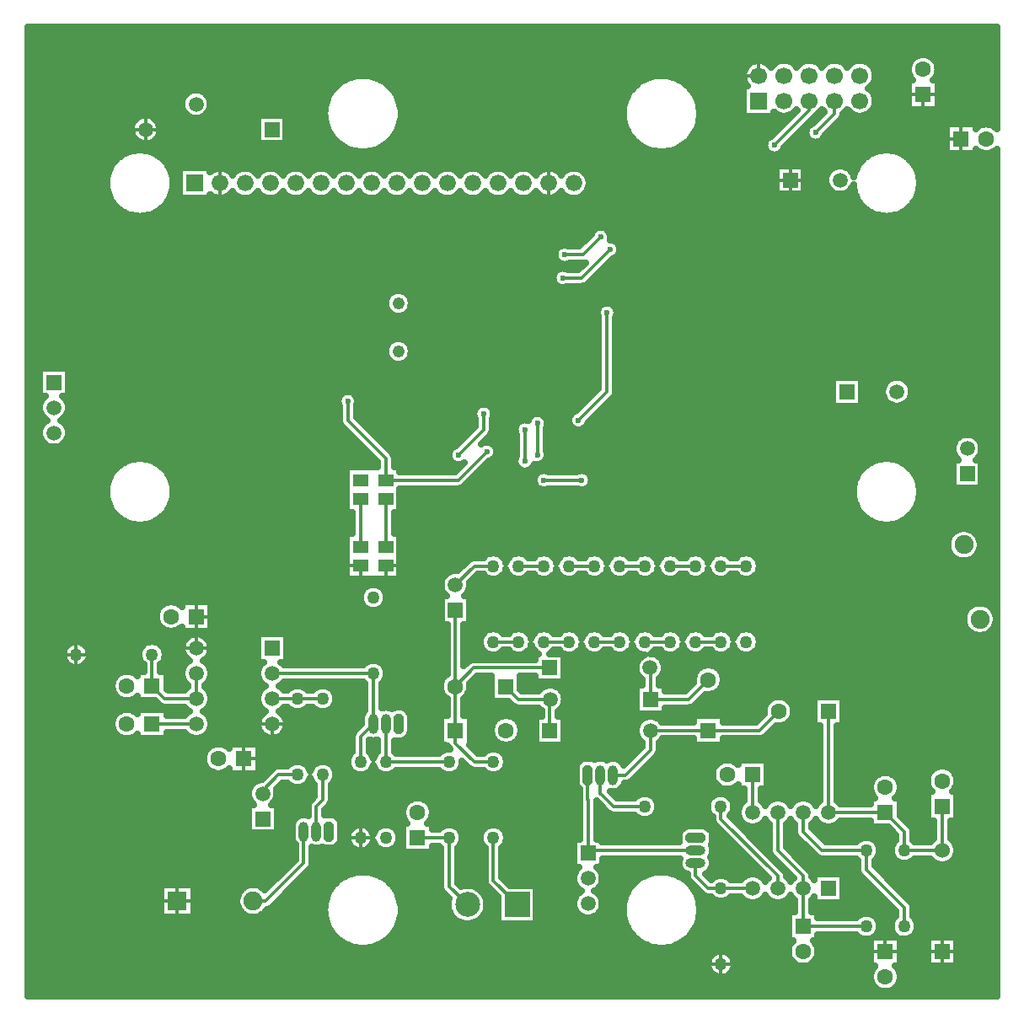
<source format=gtl>
G04 DipTrace 3.0.0.2*
G04 TopCopper.gtl*
%MOIN*%
G04 #@! TF.FileFunction,Copper,L1,Top*
G04 #@! TF.Part,Single*
%AMOUTLINE0*
4,1,8,
-0.019685,0.029528,
-0.009843,0.03937,
0.009843,0.03937,
0.019685,0.029528,
0.019685,-0.029528,
0.009843,-0.03937,
-0.009843,-0.03937,
-0.019685,-0.029528,
-0.019685,0.029528,
0*%
%AMOUTLINE3*
4,1,8,
0.029528,0.019685,
0.03937,0.009843,
0.03937,-0.009843,
0.029528,-0.019685,
-0.029528,-0.019685,
-0.03937,-0.009843,
-0.03937,0.009843,
-0.029528,0.019685,
0.029528,0.019685,
0*%
%AMOUTLINE6*
4,1,8,
0.019685,-0.029528,
0.009843,-0.03937,
-0.009843,-0.03937,
-0.019685,-0.029528,
-0.019685,0.029528,
-0.009843,0.03937,
0.009843,0.03937,
0.019685,0.029528,
0.019685,-0.029528,
0*%
G04 #@! TA.AperFunction,CopperBalancing*
%ADD13C,0.025*%
G04 #@! TA.AperFunction,Conductor*
%ADD14C,0.01252*%
G04 #@! TA.AperFunction,CopperBalancing*
%ADD15C,0.012992*%
G04 #@! TA.AperFunction,ComponentPad*
%ADD16R,0.062992X0.062992*%
%ADD17C,0.062992*%
%ADD18R,0.059055X0.051181*%
G04 #@! TA.AperFunction,ComponentPad*
%ADD20R,0.059055X0.059055*%
%ADD21C,0.059055*%
%ADD25R,0.066929X0.066929*%
%ADD26C,0.066*%
%ADD27R,0.098425X0.098425*%
%ADD28C,0.098425*%
%ADD30C,0.066929*%
%ADD31R,0.06X0.06*%
%ADD32C,0.06*%
%ADD33C,0.062992*%
%ADD36R,0.074803X0.074803*%
%ADD37C,0.074803*%
%ADD38O,0.03937X0.07874*%
%ADD39O,0.07874X0.03937*%
%ADD42C,0.05*%
%ADD43C,0.05*%
%ADD52C,0.048*%
G04 #@! TA.AperFunction,ViaPad*
%ADD53C,0.023622*%
G04 #@! TA.AperFunction,ComponentPad*
%ADD131OUTLINE0*%
%ADD134OUTLINE3*%
%ADD137OUTLINE6*%
%FSLAX26Y26*%
G04*
G70*
G90*
G75*
G01*
G04 Top*
%LPD*%
X1113130Y1948123D2*
D14*
Y1823125D1*
X3313130Y873123D2*
X3188130D1*
X3138130D1*
X3088130Y923123D1*
Y973123D1*
X3188130Y2148125D2*
X3288130D1*
X2462205Y2712205D2*
Y2587205D1*
X2412205Y2687205D2*
Y2562205D1*
X2487205Y2487205D2*
X2637205D1*
X3913130Y723123D2*
Y798123D1*
X3763130Y948123D1*
Y1023123D1*
X3588130D1*
X3513130Y1098123D1*
Y1173123D1*
X2570079Y3379331D2*
X2641831D1*
X2712205Y3449705D1*
X2510374Y1745369D2*
X2210374D1*
X2136555Y1671550D1*
X2288130Y1373125D2*
X2213129D1*
X2138130Y1448123D1*
Y1498125D1*
Y1669975D1*
X2136555Y1671550D1*
X2138130Y1973125D2*
Y1673125D1*
X2136555Y1671550D1*
X3913130Y1023123D2*
Y1098125D1*
X3838130Y1173125D1*
X4063130Y1198125D2*
Y1023123D1*
X3913130D1*
X3838130Y1173125D2*
X3613130D1*
Y1173123D1*
Y1573125D2*
Y1173123D1*
X1762205Y2224705D2*
Y2412205D1*
X3763130Y723123D2*
X3513130D1*
Y873123D2*
Y723123D1*
X3413130Y1173123D2*
Y1023125D1*
X3513130Y923125D1*
Y873123D1*
X3313130Y1323125D2*
Y1173123D1*
X3413130Y873123D2*
Y923125D1*
X3188130Y1148125D1*
Y1194974D1*
X3186555Y1196549D1*
X2711555Y1321549D2*
Y1248125D1*
X2713129D1*
X2764705Y1196549D1*
X2886555D1*
X3138130Y1498125D2*
X3341280D1*
X3416280Y1573125D1*
X3138130Y1498125D2*
X2910769D1*
X2909193Y1496549D1*
Y1419188D1*
X2811554Y1321549D1*
X2761555D1*
X3088130Y1023123D2*
X2662205D1*
Y1012205D1*
X2661555Y1321549D2*
Y1224698D1*
X2662205Y1224049D1*
Y1012205D1*
X2511555Y1496549D2*
Y1619188D1*
X2512736Y1620369D1*
X2387736D1*
X2336555Y1671550D1*
X2910374Y1620369D2*
Y1743007D1*
X2908012Y1745369D1*
X2910374Y1620369D2*
X3060374D1*
X3138130Y1698125D1*
X2288130Y1073125D2*
Y902946D1*
X2382028Y809049D1*
X2113130Y1073125D2*
Y881096D1*
X2185177Y809049D1*
X1988130Y1073125D2*
X2113130D1*
Y1373125D2*
X1863130D1*
Y1523123D2*
Y1373125D1*
X1763130D2*
Y1473123D1*
X1813130Y1523123D1*
Y1723125D2*
Y1523123D1*
X1413130Y1723125D2*
X1813130D1*
X1113130D2*
Y1623125D1*
X988130D1*
X938130Y1673125D1*
Y1798125D1*
X1113130Y1523125D2*
X938130D1*
X1513130Y1323125D2*
X1438131D1*
X1375630Y1260623D1*
Y1248123D1*
X1613130Y1623125D2*
X1513130D1*
X1413130D1*
X1588130Y1098125D2*
Y1198125D1*
X1613130Y1223125D1*
Y1323125D1*
X1337343Y823123D2*
X1388130D1*
X1538130Y973123D1*
Y1098125D1*
X1862205Y2224705D2*
Y2412205D1*
X2288130Y1848125D2*
X2388130D1*
X2488130Y2148125D2*
X2388130D1*
X2488130Y1848125D2*
X2588130D1*
X2688130Y2148125D2*
X2588130D1*
X2688130Y1848125D2*
X2788130D1*
X2888130Y2148125D2*
X2788130D1*
X2888130Y1848125D2*
X2988130D1*
X3088130Y2148125D2*
X2988130D1*
X3088130Y1848125D2*
X3188130D1*
X2288130Y2148125D2*
X2213130D1*
X2138130Y2073125D1*
X2749705Y3399705D2*
X2637205Y3287205D1*
X2562205D1*
X3537205Y3987205D2*
Y3949705D1*
X3399705Y3812205D1*
X2737205Y3149705D2*
Y2837205D1*
X2624705Y2724705D1*
X2262205Y2599705D2*
X2149705Y2487205D1*
X1862402D1*
X1862205Y2487008D1*
X1712205Y2799705D2*
Y2724705D1*
X1862205Y2574705D1*
Y2487008D1*
X3562205Y3862205D2*
X3637205Y3937205D1*
Y3987205D1*
X2249705Y2749705D2*
Y2687205D1*
X2149705Y2587205D1*
X1762205Y2487205D2*
Y2487008D1*
D53*
X2462205Y2712205D3*
Y2587205D3*
X2412205Y2687205D3*
Y2562205D3*
X2487205Y2487205D3*
X2637205D3*
X2570079Y3379331D3*
X2749705Y3399705D3*
X2562205Y3287205D3*
X3399705Y3812205D3*
X2737205Y3149705D3*
X2624705Y2724705D3*
X2262205Y2599705D3*
X1712205Y2799705D3*
X3562205Y3862205D3*
X2249705Y2749705D3*
X2149705Y2587205D3*
X1762205Y2487205D3*
X2712205Y3449705D3*
X1324705Y2874705D3*
X2687205Y3037205D3*
X2062205Y3012205D3*
X2737205Y2724705D3*
X2612205Y2887205D3*
X1099705Y2524705D3*
X1787205Y2799705D3*
X1737205Y2587205D3*
X1949705Y2724705D3*
X2699705Y2637205D3*
X448096Y4253970D2*
D13*
X4276348D1*
X448096Y4229101D2*
X4276348D1*
X448096Y4204232D2*
X4276348D1*
X448096Y4179364D2*
X4276348D1*
X448096Y4154495D2*
X3945049D1*
X4029394D2*
X4276348D1*
X448096Y4129626D2*
X3292314D1*
X3782080D2*
X3929374D1*
X4045020D2*
X4276348D1*
X448096Y4104757D2*
X3277373D1*
X3797021D2*
X3927177D1*
X4047217D2*
X4276348D1*
X448096Y4079888D2*
X1722100D1*
X1821192D2*
X2903202D1*
X3002294D2*
X3275176D1*
X3799218D2*
X3936552D1*
X4037841D2*
X4276348D1*
X448096Y4055020D2*
X1675860D1*
X1867432D2*
X2856962D1*
X3048534D2*
X3284112D1*
X3790282D2*
X3926738D1*
X4047705D2*
X4276348D1*
X448096Y4030151D2*
X1101689D1*
X1122719D2*
X1651054D1*
X1892285D2*
X2832157D1*
X3073388D2*
X3274736D1*
X3781542D2*
X3926738D1*
X4047705D2*
X4276348D1*
X448096Y4005282D2*
X1062773D1*
X1161621D2*
X1635136D1*
X1908202D2*
X2816240D1*
X3089306D2*
X3274736D1*
X3796874D2*
X3926738D1*
X4047705D2*
X4276348D1*
X448096Y3980413D2*
X1053984D1*
X1170409D2*
X1625126D1*
X1918164D2*
X2806230D1*
X3099268D2*
X3274736D1*
X3799268D2*
X3926738D1*
X4047705D2*
X4276348D1*
X448096Y3955545D2*
X1057060D1*
X1167333D2*
X1619853D1*
X1923437D2*
X2800957D1*
X3104541D2*
X3274736D1*
X3790625D2*
X3926738D1*
X4047705D2*
X4276348D1*
X448096Y3930676D2*
X1075077D1*
X1149365D2*
X1353692D1*
X1470702D2*
X1618877D1*
X1924462D2*
X2799980D1*
X3105566D2*
X3274736D1*
X3399657D2*
X3414732D1*
X3566357D2*
X3581865D1*
X3671777D2*
X3714726D1*
X3759668D2*
X4276348D1*
X448096Y3905807D2*
X863114D1*
X961280D2*
X1353692D1*
X1470702D2*
X1622001D1*
X1921289D2*
X2803105D1*
X3102392D2*
X3444512D1*
X3542138D2*
X3557012D1*
X3654638D2*
X4276348D1*
X448096Y3880938D2*
X854033D1*
X970361D2*
X1353692D1*
X1470702D2*
X1629570D1*
X1913720D2*
X2810673D1*
X3094824D2*
X3419609D1*
X3629736D2*
X4076738D1*
X448096Y3856070D2*
X856865D1*
X967529D2*
X1353692D1*
X1470702D2*
X1642362D1*
X1900928D2*
X2823466D1*
X3082030D2*
X3394756D1*
X3492382D2*
X3521904D1*
X3604882D2*
X4076738D1*
X448096Y3831201D2*
X874394D1*
X950000D2*
X1353692D1*
X1470702D2*
X1662236D1*
X1881104D2*
X2843340D1*
X3062157D2*
X3363945D1*
X3467529D2*
X3537236D1*
X3587206D2*
X4076738D1*
X448096Y3806332D2*
X1694657D1*
X1848681D2*
X2875761D1*
X3029785D2*
X3359356D1*
X3442626D2*
X4076738D1*
X448096Y3781463D2*
X833525D1*
X945752D2*
X3374345D1*
X3425049D2*
X3786308D1*
X3898486D2*
X4076738D1*
X4197705D2*
X4218730D1*
X4255713D2*
X4276348D1*
X448096Y3756594D2*
X796660D1*
X982617D2*
X3749444D1*
X3935400D2*
X4276348D1*
X448096Y3731726D2*
X776396D1*
X1002881D2*
X3729180D1*
X3955614D2*
X4276348D1*
X448096Y3706857D2*
X764286D1*
X1015038D2*
X1043730D1*
X1247997D2*
X1264385D1*
X1347997D2*
X1364385D1*
X1447997D2*
X1464385D1*
X1547997D2*
X1564385D1*
X1647997D2*
X1664385D1*
X1747997D2*
X1764385D1*
X1847997D2*
X1864385D1*
X1947997D2*
X1964385D1*
X2047997D2*
X2064385D1*
X2147997D2*
X2164385D1*
X2247997D2*
X2264385D1*
X2347997D2*
X2364385D1*
X2447997D2*
X2464385D1*
X2547997D2*
X2564385D1*
X2647997D2*
X3403692D1*
X3520702D2*
X3610673D1*
X3967773D2*
X4276348D1*
X448096Y3681988D2*
X757890D1*
X1021386D2*
X1043730D1*
X2664794D2*
X3403692D1*
X3520702D2*
X3601005D1*
X3974121D2*
X4276348D1*
X448096Y3657119D2*
X756524D1*
X1022802D2*
X1043730D1*
X2667969D2*
X3403692D1*
X3520702D2*
X3603349D1*
X3975537D2*
X4276348D1*
X448096Y3632251D2*
X759892D1*
X1019385D2*
X1043730D1*
X2660108D2*
X3403692D1*
X3520702D2*
X3620000D1*
X3698096D2*
X3712656D1*
X3972168D2*
X4276348D1*
X448096Y3607382D2*
X768437D1*
X1010840D2*
X1043730D1*
X1231786D2*
X1280596D1*
X1331786D2*
X1380596D1*
X1431786D2*
X1480596D1*
X1531786D2*
X1580596D1*
X1631786D2*
X1680596D1*
X1731786D2*
X1780596D1*
X1831786D2*
X1880596D1*
X1931786D2*
X1980596D1*
X2031786D2*
X2080596D1*
X2131786D2*
X2180596D1*
X2231786D2*
X2280596D1*
X2331786D2*
X2380596D1*
X2431786D2*
X2480596D1*
X2531786D2*
X2580596D1*
X2631786D2*
X3721220D1*
X3963573D2*
X4276348D1*
X448096Y3582513D2*
X783525D1*
X995801D2*
X3736260D1*
X3948534D2*
X4276348D1*
X448096Y3557644D2*
X808672D1*
X970605D2*
X3761406D1*
X3923388D2*
X4276348D1*
X448096Y3532776D2*
X868730D1*
X910546D2*
X3821465D1*
X3863329D2*
X4276348D1*
X448096Y3507907D2*
X4276348D1*
X448096Y3483038D2*
X2690849D1*
X2733593D2*
X4276348D1*
X448096Y3458169D2*
X2671856D1*
X2752050D2*
X4276348D1*
X448096Y3433301D2*
X2647001D1*
X2770605D2*
X4276348D1*
X448096Y3408432D2*
X2542656D1*
X2789501D2*
X4276348D1*
X448096Y3383563D2*
X2529521D1*
X2786962D2*
X4276348D1*
X448096Y3358694D2*
X2535332D1*
X2757520D2*
X4276348D1*
X448096Y3333825D2*
X2634990D1*
X2732665D2*
X4276348D1*
X448096Y3308957D2*
X2528154D1*
X2707764D2*
X4276348D1*
X448096Y3284088D2*
X2521513D1*
X2682909D2*
X4276348D1*
X448096Y3259219D2*
X2533573D1*
X2656738D2*
X4276348D1*
X448096Y3234350D2*
X1891630D1*
X1932764D2*
X4276348D1*
X448096Y3209482D2*
X1864385D1*
X1960009D2*
X4276348D1*
X448096Y3184613D2*
X1859257D1*
X1965136D2*
X2718925D1*
X2755469D2*
X4276348D1*
X448096Y3159744D2*
X1867314D1*
X1957080D2*
X2697734D1*
X2776660D2*
X4276348D1*
X448096Y3134875D2*
X2699394D1*
X2775000D2*
X4276348D1*
X448096Y3110007D2*
X2701933D1*
X2772461D2*
X4276348D1*
X448096Y3085138D2*
X2701933D1*
X2772461D2*
X4276348D1*
X448096Y3060269D2*
X2701933D1*
X2772461D2*
X4276348D1*
X448096Y3035400D2*
X1876689D1*
X1947705D2*
X2701933D1*
X2772461D2*
X4276348D1*
X448096Y3010531D2*
X1861016D1*
X1963428D2*
X2701933D1*
X2772461D2*
X4276348D1*
X448096Y2985663D2*
X1860528D1*
X1963866D2*
X2701933D1*
X2772461D2*
X4276348D1*
X448096Y2960794D2*
X1874736D1*
X1949706D2*
X2701933D1*
X2772461D2*
X4276348D1*
X448096Y2935925D2*
X2701933D1*
X2772461D2*
X4276348D1*
X448096Y2911056D2*
X491192D1*
X608202D2*
X2701933D1*
X2772461D2*
X4276348D1*
X448096Y2886188D2*
X491192D1*
X608202D2*
X2701933D1*
X2772461D2*
X3628692D1*
X3745702D2*
X3854374D1*
X3913720D2*
X4276348D1*
X448096Y2861319D2*
X491192D1*
X608202D2*
X2701933D1*
X2772461D2*
X3628692D1*
X3745702D2*
X3830986D1*
X3937109D2*
X4276348D1*
X448096Y2836450D2*
X491192D1*
X608202D2*
X1698906D1*
X1725537D2*
X2687626D1*
X2772461D2*
X3628692D1*
X3745702D2*
X3825517D1*
X3942577D2*
X4276348D1*
X448096Y2811581D2*
X505058D1*
X594385D2*
X1673272D1*
X1751122D2*
X2662773D1*
X2760400D2*
X3628692D1*
X3745702D2*
X3831718D1*
X3936377D2*
X4276348D1*
X448096Y2786713D2*
X492509D1*
X606933D2*
X1673661D1*
X1750732D2*
X2237333D1*
X2262060D2*
X2637870D1*
X2735546D2*
X3628692D1*
X3745702D2*
X3857304D1*
X3910840D2*
X4276348D1*
X448096Y2761844D2*
X492705D1*
X606738D2*
X1676933D1*
X1747461D2*
X2210869D1*
X2288525D2*
X2612822D1*
X2710644D2*
X4276348D1*
X448096Y2736975D2*
X505790D1*
X593604D2*
X1676933D1*
X1748730D2*
X2211064D1*
X2288329D2*
X2430497D1*
X2493945D2*
X2585917D1*
X2685790D2*
X4276348D1*
X448096Y2712106D2*
X505497D1*
X593896D2*
X1679472D1*
X1773633D2*
X2214433D1*
X2284961D2*
X2380596D1*
X2503028D2*
X2586016D1*
X2663378D2*
X4276348D1*
X448096Y2687238D2*
X492608D1*
X606786D2*
X1700860D1*
X1798486D2*
X2200908D1*
X2284961D2*
X2371416D1*
X2497461D2*
X2614238D1*
X2635156D2*
X4276348D1*
X448096Y2662369D2*
X492558D1*
X606836D2*
X1725713D1*
X1823340D2*
X2176054D1*
X2273681D2*
X2376933D1*
X2497461D2*
X4134745D1*
X4189648D2*
X4276348D1*
X448096Y2637500D2*
X505302D1*
X594092D2*
X1750614D1*
X1848241D2*
X2151201D1*
X2270898D2*
X2376933D1*
X2497461D2*
X4109697D1*
X4214697D2*
X4276348D1*
X448096Y2612631D2*
X1775469D1*
X1873096D2*
X2118534D1*
X2300781D2*
X2376933D1*
X2497461D2*
X4103692D1*
X4220702D2*
X4276348D1*
X448096Y2587762D2*
X1800322D1*
X1894726D2*
X2108916D1*
X2301122D2*
X2376933D1*
X2503028D2*
X4109306D1*
X4215088D2*
X4276348D1*
X448096Y2562894D2*
X838017D1*
X941308D2*
X1825176D1*
X1897461D2*
X2117608D1*
X2275293D2*
X2371416D1*
X2494286D2*
X3790752D1*
X3894042D2*
X4103692D1*
X4220702D2*
X4276348D1*
X448096Y2538025D2*
X798710D1*
X980614D2*
X1703692D1*
X1920702D2*
X2151689D1*
X2249365D2*
X2380009D1*
X2444433D2*
X3751445D1*
X3933349D2*
X4103692D1*
X4220702D2*
X4276348D1*
X448096Y2513156D2*
X777617D1*
X1001660D2*
X1703692D1*
X2224462D2*
X2456524D1*
X2667870D2*
X3730400D1*
X3954394D2*
X4103692D1*
X4220702D2*
X4276348D1*
X448096Y2488287D2*
X764970D1*
X1014306D2*
X1703692D1*
X2199609D2*
X2446416D1*
X2677978D2*
X3717705D1*
X3967089D2*
X4103692D1*
X4220702D2*
X4276348D1*
X448096Y2463419D2*
X758232D1*
X1021093D2*
X1703692D1*
X2174706D2*
X2454668D1*
X2669726D2*
X3710966D1*
X3973828D2*
X4103692D1*
X4220702D2*
X4276348D1*
X448096Y2438550D2*
X756425D1*
X1022852D2*
X1703692D1*
X1920702D2*
X3709209D1*
X3975585D2*
X4276348D1*
X448096Y2413681D2*
X759453D1*
X1019824D2*
X1703692D1*
X1920702D2*
X3712188D1*
X3972608D2*
X4276348D1*
X448096Y2388812D2*
X767608D1*
X1011718D2*
X1703692D1*
X1920702D2*
X3720341D1*
X3964453D2*
X4276348D1*
X448096Y2363944D2*
X782060D1*
X997217D2*
X1703692D1*
X1920702D2*
X3734844D1*
X3950000D2*
X4276348D1*
X448096Y2339075D2*
X806181D1*
X973096D2*
X1726933D1*
X1897461D2*
X3758965D1*
X3925829D2*
X4276348D1*
X448096Y2314206D2*
X858378D1*
X920898D2*
X1726933D1*
X1897461D2*
X3811113D1*
X3873681D2*
X4276348D1*
X448096Y2289337D2*
X1726933D1*
X1897461D2*
X4117558D1*
X4180860D2*
X4276348D1*
X448096Y2264469D2*
X1703692D1*
X1920702D2*
X4091386D1*
X4207030D2*
X4276348D1*
X448096Y2239600D2*
X1703692D1*
X1920702D2*
X4083232D1*
X4215185D2*
X4276348D1*
X448096Y2214731D2*
X1703692D1*
X1920702D2*
X4085332D1*
X4213085D2*
X4276348D1*
X448096Y2189862D2*
X1703692D1*
X1920702D2*
X2255497D1*
X2320801D2*
X2355497D1*
X2420801D2*
X2455497D1*
X2520801D2*
X2555497D1*
X2620801D2*
X2655497D1*
X2720801D2*
X2755497D1*
X2820801D2*
X2855497D1*
X2920801D2*
X2955497D1*
X3020801D2*
X3055497D1*
X3120801D2*
X3155497D1*
X3220801D2*
X3255497D1*
X3320801D2*
X4099101D1*
X4199316D2*
X4276348D1*
X448096Y2164993D2*
X1703692D1*
X1920702D2*
X2181181D1*
X3339257D2*
X4276348D1*
X448096Y2140125D2*
X1703692D1*
X1920702D2*
X2156328D1*
X3341504D2*
X4276348D1*
X448096Y2115256D2*
X1703692D1*
X1920702D2*
X2098710D1*
X2229101D2*
X2245976D1*
X2330273D2*
X2345976D1*
X2430273D2*
X2445976D1*
X2530273D2*
X2545976D1*
X2630273D2*
X2645976D1*
X2730273D2*
X2745976D1*
X2830273D2*
X2845976D1*
X2930273D2*
X2945976D1*
X3030273D2*
X3045976D1*
X3130273D2*
X3145976D1*
X3230273D2*
X3245976D1*
X3330273D2*
X4276348D1*
X448096Y2090387D2*
X2082353D1*
X2204198D2*
X4276348D1*
X448096Y2065518D2*
X1781425D1*
X1844873D2*
X2080108D1*
X2196142D2*
X4276348D1*
X448096Y2040650D2*
X1762236D1*
X1864062D2*
X2089970D1*
X2186280D2*
X4276348D1*
X448096Y2015781D2*
X1759648D1*
X1866601D2*
X2079618D1*
X2196630D2*
X4276348D1*
X448096Y1990912D2*
X971513D1*
X1173633D2*
X1770440D1*
X1855810D2*
X2079618D1*
X2196630D2*
X4175077D1*
X4249316D2*
X4276348D1*
X448096Y1966043D2*
X955497D1*
X1173633D2*
X2079618D1*
X2196630D2*
X4152665D1*
X448096Y1941175D2*
X953056D1*
X1173633D2*
X2079618D1*
X2196630D2*
X4145928D1*
X448096Y1916306D2*
X962138D1*
X1173633D2*
X2102861D1*
X2173388D2*
X4149345D1*
X448096Y1891437D2*
X998417D1*
X1027832D2*
X1052665D1*
X1173633D2*
X2102861D1*
X2173388D2*
X2257793D1*
X2318457D2*
X2357793D1*
X2418457D2*
X2457793D1*
X2518457D2*
X2557793D1*
X2618457D2*
X2657793D1*
X2718457D2*
X2757793D1*
X2818457D2*
X2857793D1*
X2918457D2*
X2957793D1*
X3018457D2*
X3057793D1*
X3118457D2*
X3157793D1*
X3218457D2*
X3257793D1*
X3318457D2*
X4165117D1*
X4259277D2*
X4276348D1*
X448096Y1866568D2*
X1075273D1*
X1150976D2*
X1354618D1*
X1471630D2*
X2102861D1*
X2173388D2*
X2237577D1*
X3338720D2*
X4276348D1*
X448096Y1841699D2*
X608184D1*
X668066D2*
X908184D1*
X968066D2*
X1057793D1*
X1168457D2*
X1354618D1*
X1471630D2*
X2102861D1*
X2173388D2*
X2234550D1*
X3341698D2*
X4276348D1*
X448096Y1816831D2*
X587676D1*
X688622D2*
X887676D1*
X988622D2*
X1054961D1*
X1171289D2*
X1354618D1*
X1471630D2*
X2102861D1*
X2173388D2*
X2244756D1*
X2431542D2*
X2444756D1*
X2631542D2*
X2644756D1*
X2831542D2*
X2844756D1*
X3031542D2*
X3044756D1*
X3231542D2*
X3244756D1*
X3331542D2*
X4276348D1*
X448096Y1791962D2*
X584501D1*
X691748D2*
X884501D1*
X991748D2*
X1064092D1*
X1162157D2*
X1354618D1*
X1471630D2*
X2102861D1*
X2173388D2*
X2451836D1*
X2568896D2*
X2874394D1*
X2941601D2*
X4276348D1*
X448096Y1767093D2*
X594560D1*
X681738D2*
X894560D1*
X981738D2*
X1075908D1*
X1150341D2*
X1375908D1*
X1450341D2*
X1783818D1*
X1842432D2*
X2102861D1*
X2568896D2*
X2853886D1*
X2962157D2*
X4276348D1*
X448096Y1742224D2*
X902861D1*
X973388D2*
X1057988D1*
X1168310D2*
X1357988D1*
X1863428D2*
X2102861D1*
X2568896D2*
X2849589D1*
X2966454D2*
X3097978D1*
X3178272D2*
X4276348D1*
X448096Y1717356D2*
X798125D1*
X998633D2*
X1054912D1*
X1171337D2*
X1354912D1*
X1866797D2*
X2098516D1*
X2568896D2*
X2857012D1*
X2959033D2*
X3080937D1*
X3195312D2*
X4276348D1*
X448096Y1692487D2*
X780986D1*
X998633D2*
X1063749D1*
X1162549D2*
X1363749D1*
X1857030D2*
X2079961D1*
X2206298D2*
X2276054D1*
X2397021D2*
X2451836D1*
X2568896D2*
X2875126D1*
X2945605D2*
X3077909D1*
X3198340D2*
X4276348D1*
X448096Y1667618D2*
X777909D1*
X998633D2*
X1076592D1*
X1149657D2*
X1376592D1*
X1449657D2*
X1484697D1*
X1541552D2*
X1584697D1*
X1641552D2*
X1777861D1*
X1848388D2*
X2076201D1*
X2196924D2*
X2276054D1*
X2397021D2*
X2480156D1*
X2545312D2*
X2851836D1*
X2968896D2*
X3058818D1*
X3189941D2*
X4276348D1*
X448096Y1642749D2*
X786210D1*
X1168114D2*
X1358184D1*
X1663232D2*
X1777861D1*
X1848388D2*
X2083720D1*
X2189404D2*
X2276054D1*
X2566601D2*
X2851836D1*
X3157861D2*
X4276348D1*
X448096Y1617881D2*
X817997D1*
X858252D2*
X877665D1*
X1171386D2*
X1354862D1*
X1666845D2*
X1777861D1*
X1848388D2*
X2102861D1*
X2173388D2*
X2276054D1*
X2571192D2*
X2851836D1*
X3106689D2*
X3376885D1*
X3455664D2*
X3552665D1*
X3673633D2*
X4276348D1*
X448096Y1593012D2*
X972734D1*
X1162890D2*
X1363408D1*
X1657421D2*
X1777861D1*
X1848388D2*
X2102861D1*
X2173388D2*
X2367217D1*
X2564112D2*
X2851836D1*
X3080860D2*
X3359306D1*
X3473241D2*
X3552665D1*
X3673633D2*
X4276348D1*
X448096Y1568143D2*
X799101D1*
X998633D2*
X1077276D1*
X1148974D2*
X1377276D1*
X1448974D2*
X1772001D1*
X1956786D2*
X2102861D1*
X2173388D2*
X2476298D1*
X2546825D2*
X2851836D1*
X2968896D2*
X3355986D1*
X3476562D2*
X3552665D1*
X3673633D2*
X4276348D1*
X448096Y1543274D2*
X781280D1*
X1167920D2*
X1358378D1*
X1467920D2*
X1764433D1*
X1961816D2*
X2077665D1*
X2198633D2*
X2299248D1*
X2377001D2*
X2453056D1*
X2570068D2*
X2875810D1*
X2942577D2*
X3077665D1*
X3198633D2*
X3337626D1*
X3468505D2*
X3552665D1*
X3673633D2*
X4276348D1*
X448096Y1518406D2*
X777812D1*
X1171436D2*
X1354814D1*
X1471436D2*
X1759600D1*
X1961816D2*
X2077665D1*
X2198633D2*
X2281328D1*
X2394970D2*
X2453056D1*
X2570068D2*
X2855108D1*
X3437988D2*
X3552665D1*
X3673633D2*
X4276348D1*
X448096Y1493537D2*
X785772D1*
X1163184D2*
X1363066D1*
X1463184D2*
X1735038D1*
X1961816D2*
X2077665D1*
X2198633D2*
X2277812D1*
X2398437D2*
X2453056D1*
X2570068D2*
X2850761D1*
X3385497D2*
X3577861D1*
X3648388D2*
X4276348D1*
X448096Y1468668D2*
X815702D1*
X860546D2*
X877665D1*
X998633D2*
X1097490D1*
X1128760D2*
X1397490D1*
X1428760D2*
X1727861D1*
X1947852D2*
X2077665D1*
X2198633D2*
X2285673D1*
X2390576D2*
X2453056D1*
X2570068D2*
X2858085D1*
X3358105D2*
X3577861D1*
X3648388D2*
X4276348D1*
X448096Y1443799D2*
X1727861D1*
X1798388D2*
X1827861D1*
X1898388D2*
X2077665D1*
X2198633D2*
X2315361D1*
X2360888D2*
X2453056D1*
X2570068D2*
X2873954D1*
X2944433D2*
X3077665D1*
X3198633D2*
X3577861D1*
X3648388D2*
X4276348D1*
X448096Y1418930D2*
X1150664D1*
X1361133D2*
X1727861D1*
X1798388D2*
X1827861D1*
X1898388D2*
X2087089D1*
X2216161D2*
X2262089D1*
X2314160D2*
X2860136D1*
X2944433D2*
X3577861D1*
X3648388D2*
X4276348D1*
X448096Y1394062D2*
X1140752D1*
X1361133D2*
X1713604D1*
X2337696D2*
X2835234D1*
X2932909D2*
X3577861D1*
X3648388D2*
X4276348D1*
X448096Y1369193D2*
X1142509D1*
X1361133D2*
X1487626D1*
X1538622D2*
X1587626D1*
X1638622D2*
X1709306D1*
X2341992D2*
X2620049D1*
X2908008D2*
X3175420D1*
X3373633D2*
X3577861D1*
X3648388D2*
X4276348D1*
X448096Y1344324D2*
X1157402D1*
X1361133D2*
X1410528D1*
X1662549D2*
X1717949D1*
X2158301D2*
X2195049D1*
X2333301D2*
X2612870D1*
X2883154D2*
X3156669D1*
X3373633D2*
X3577861D1*
X3648388D2*
X4025566D1*
X4100684D2*
X4276348D1*
X448096Y1319455D2*
X1385625D1*
X1666992D2*
X2612870D1*
X2858301D2*
X3152764D1*
X3373633D2*
X3577861D1*
X3648388D2*
X3800761D1*
X3875488D2*
X4006718D1*
X4119530D2*
X4276348D1*
X448096Y1294587D2*
X1341825D1*
X1658496D2*
X2612870D1*
X2832665D2*
X3160136D1*
X3373633D2*
X3577861D1*
X3648388D2*
X3781768D1*
X3894482D2*
X4002764D1*
X4123486D2*
X4276348D1*
X448096Y1269718D2*
X1321416D1*
X1433545D2*
X1577861D1*
X1648388D2*
X2624198D1*
X2797217D2*
X3188017D1*
X3238232D2*
X3252647D1*
X3373633D2*
X3577861D1*
X3648388D2*
X3777764D1*
X3898534D2*
X4010088D1*
X4116161D2*
X4276348D1*
X448096Y1244849D2*
X1317217D1*
X1434033D2*
X1577861D1*
X1648388D2*
X2626298D1*
X2765234D2*
X2866192D1*
X2906885D2*
X3166192D1*
X3206885D2*
X3277861D1*
X3348388D2*
X3577861D1*
X3648388D2*
X3784990D1*
X3891260D2*
X4002665D1*
X4123633D2*
X4276348D1*
X448096Y1219980D2*
X1324688D1*
X1426562D2*
X1561260D1*
X1648241D2*
X1951445D1*
X2024804D2*
X2626640D1*
X2934912D2*
X3138213D1*
X3234912D2*
X3277861D1*
X3348388D2*
X3379912D1*
X3446337D2*
X3479912D1*
X3546337D2*
X3577861D1*
X3648388D2*
X3777665D1*
X3898633D2*
X4002665D1*
X4123633D2*
X4276348D1*
X448096Y1195112D2*
X1317118D1*
X1434130D2*
X1552861D1*
X1633936D2*
X1931962D1*
X2044286D2*
X2626933D1*
X2697461D2*
X2717314D1*
X2940528D2*
X3132597D1*
X3240528D2*
X3259112D1*
X3898633D2*
X4002665D1*
X4123633D2*
X4276348D1*
X448096Y1170243D2*
X1317118D1*
X1434130D2*
X1552861D1*
X1623388D2*
X1927714D1*
X2048534D2*
X2626933D1*
X2697461D2*
X2742705D1*
X2933301D2*
X3139776D1*
X3233301D2*
X3254668D1*
X3898633D2*
X4002665D1*
X4123633D2*
X4276348D1*
X448096Y1145374D2*
X1317118D1*
X1434130D2*
X1498564D1*
X1680029D2*
X1934697D1*
X2041552D2*
X2626933D1*
X2697461D2*
X2878349D1*
X2894764D2*
X3153008D1*
X3239697D2*
X3261944D1*
X3914697D2*
X4002665D1*
X4123633D2*
X4276348D1*
X448096Y1120505D2*
X1317118D1*
X1434130D2*
X1489530D1*
X1686816D2*
X1740458D1*
X1785790D2*
X1840458D1*
X1885790D2*
X1927665D1*
X2048633D2*
X2090458D1*
X2135790D2*
X2265458D1*
X2310790D2*
X2626933D1*
X2697461D2*
X3166924D1*
X3264550D2*
X3291386D1*
X3334862D2*
X3377861D1*
X3448388D2*
X3477861D1*
X3548388D2*
X3591386D1*
X3634862D2*
X3777665D1*
X3939550D2*
X4027861D1*
X4098388D2*
X4276348D1*
X448096Y1095636D2*
X1317118D1*
X1434130D2*
X1489433D1*
X1686816D2*
X1714336D1*
X1911962D2*
X1927665D1*
X2161962D2*
X2239336D1*
X2336962D2*
X2626933D1*
X2697461D2*
X3022978D1*
X3153272D2*
X3191777D1*
X3289453D2*
X3377861D1*
X3448388D2*
X3477958D1*
X3564453D2*
X3866777D1*
X3948388D2*
X4027861D1*
X4098388D2*
X4276348D1*
X448096Y1070768D2*
X1490117D1*
X1686816D2*
X1709209D1*
X2167089D2*
X2234209D1*
X2342089D2*
X2626933D1*
X2697461D2*
X3019756D1*
X3156493D2*
X3216680D1*
X3314306D2*
X3377861D1*
X3448388D2*
X3491680D1*
X3589306D2*
X3741093D1*
X3785156D2*
X3877861D1*
X3948388D2*
X4027861D1*
X4098388D2*
X4276348D1*
X448096Y1045899D2*
X1502861D1*
X1675097D2*
X1716924D1*
X1909325D2*
X1927665D1*
X2159325D2*
X2241924D1*
X2334325D2*
X2603692D1*
X3150488D2*
X3241533D1*
X3339160D2*
X3377861D1*
X3448388D2*
X3516533D1*
X3811816D2*
X3864433D1*
X4117333D2*
X4276348D1*
X448096Y1021030D2*
X1502861D1*
X1573388D2*
X1927665D1*
X2048633D2*
X2077861D1*
X2148388D2*
X2252861D1*
X2323388D2*
X2603692D1*
X3156445D2*
X3266386D1*
X3364062D2*
X3377924D1*
X3464062D2*
X3541386D1*
X3817089D2*
X3859160D1*
X4122070D2*
X4276348D1*
X448096Y996161D2*
X1502861D1*
X1573388D2*
X2077861D1*
X2148388D2*
X2252861D1*
X2323388D2*
X2603692D1*
X3150341D2*
X3291289D1*
X3488916D2*
X3567021D1*
X3809521D2*
X3866777D1*
X4115282D2*
X4276348D1*
X448096Y971293D2*
X1487480D1*
X1573340D2*
X2077861D1*
X2148388D2*
X2252861D1*
X2323388D2*
X2603692D1*
X2720702D2*
X3019804D1*
X3156445D2*
X3316142D1*
X3513769D2*
X3727861D1*
X3798388D2*
X4038164D1*
X4088085D2*
X4276348D1*
X448096Y946424D2*
X1462626D1*
X1560253D2*
X2077861D1*
X2148388D2*
X2252861D1*
X2323388D2*
X2615361D1*
X2709081D2*
X3028252D1*
X3147997D2*
X3340996D1*
X3538672D2*
X3727909D1*
X3813672D2*
X4276348D1*
X448096Y921555D2*
X1437724D1*
X1535400D2*
X1701104D1*
X1842188D2*
X2077861D1*
X2148388D2*
X2252861D1*
X2323388D2*
X2604472D1*
X2719921D2*
X2882206D1*
X3023290D2*
X3052909D1*
X3138525D2*
X3168144D1*
X3208105D2*
X3282500D1*
X3343798D2*
X3365898D1*
X3448388D2*
X3465902D1*
X3671630D2*
X3740898D1*
X3838525D2*
X4276348D1*
X448096Y896686D2*
X1412870D1*
X1510497D2*
X1665801D1*
X1877538D2*
X2077861D1*
X2148388D2*
X2253496D1*
X2343213D2*
X2605888D1*
X2718554D2*
X2846904D1*
X3671630D2*
X3765752D1*
X3863378D2*
X4276348D1*
X448096Y871818D2*
X971757D1*
X1104541D2*
X1293486D1*
X1485644D2*
X1644657D1*
X1898681D2*
X2079228D1*
X2229980D2*
X2270440D1*
X2460253D2*
X2620878D1*
X2703516D2*
X2825761D1*
X3671630D2*
X3790605D1*
X3888232D2*
X4276348D1*
X448096Y846949D2*
X971757D1*
X1104541D2*
X1275566D1*
X1460790D2*
X1631034D1*
X1912304D2*
X2098466D1*
X2253222D2*
X2295293D1*
X2460253D2*
X2615752D1*
X2708642D2*
X2812138D1*
X3093408D2*
X3115946D1*
X3671630D2*
X3815508D1*
X3913134D2*
X4276348D1*
X448096Y822080D2*
X971757D1*
X1104541D2*
X1270976D1*
X1435888D2*
X1622782D1*
X1920508D2*
X2108085D1*
X2262256D2*
X2303837D1*
X2460253D2*
X2604570D1*
X2719824D2*
X2803886D1*
X3101612D2*
X3178837D1*
X3197432D2*
X3287529D1*
X3338720D2*
X3387529D1*
X3438720D2*
X3477861D1*
X3671630D2*
X3840361D1*
X3937988D2*
X4276348D1*
X448096Y797211D2*
X971757D1*
X1104541D2*
X1276445D1*
X1410644D2*
X1619024D1*
X1924268D2*
X2107890D1*
X2262450D2*
X2303837D1*
X2460253D2*
X2605741D1*
X2718701D2*
X2800126D1*
X3105370D2*
X3477861D1*
X3548388D2*
X3865214D1*
X3948388D2*
X4276348D1*
X448096Y772343D2*
X971757D1*
X1104541D2*
X1296073D1*
X1378613D2*
X1619462D1*
X1923828D2*
X2116484D1*
X2253906D2*
X2303837D1*
X2460253D2*
X2620341D1*
X2704052D2*
X2800566D1*
X3104932D2*
X3452665D1*
X3573633D2*
X3745488D1*
X3780761D2*
X3877861D1*
X3948388D2*
X4276348D1*
X448096Y747474D2*
X1624101D1*
X1919189D2*
X2138652D1*
X2231738D2*
X2303837D1*
X2460253D2*
X2805205D1*
X3100293D2*
X3452665D1*
X3810986D2*
X3865264D1*
X3960986D2*
X4276348D1*
X448096Y722605D2*
X1633378D1*
X1909912D2*
X2814482D1*
X3091016D2*
X3452665D1*
X3817138D2*
X3859160D1*
X3967138D2*
X4276348D1*
X448096Y697736D2*
X1648369D1*
X1894921D2*
X2829472D1*
X3076025D2*
X3452665D1*
X3810449D2*
X3865849D1*
X3960449D2*
X4276348D1*
X448096Y672867D2*
X1671612D1*
X1871680D2*
X2852714D1*
X3052782D2*
X3452665D1*
X3573633D2*
X3749394D1*
X3926856D2*
X4004130D1*
X4122118D2*
X4276348D1*
X448096Y647999D2*
X1712626D1*
X1830664D2*
X2893730D1*
X3011768D2*
X3458232D1*
X3568017D2*
X3777665D1*
X3898633D2*
X4004130D1*
X4122118D2*
X4276348D1*
X448096Y623130D2*
X3173369D1*
X3202929D2*
X3452665D1*
X3573633D2*
X3777665D1*
X3898633D2*
X4004130D1*
X4122118D2*
X4276348D1*
X448096Y598261D2*
X3140702D1*
X3235546D2*
X3458232D1*
X3568017D2*
X3777665D1*
X3898633D2*
X4004130D1*
X4122118D2*
X4276348D1*
X448096Y573392D2*
X3134160D1*
X3242138D2*
X3480790D1*
X3545458D2*
X3777665D1*
X3898633D2*
X4004130D1*
X4122118D2*
X4276348D1*
X448096Y548524D2*
X3140409D1*
X3235888D2*
X3783476D1*
X3892773D2*
X4276348D1*
X448096Y523655D2*
X3171318D1*
X3204932D2*
X3777665D1*
X3898633D2*
X4276348D1*
X448096Y498786D2*
X3782988D1*
X3893261D2*
X4276348D1*
X448096Y473917D2*
X3804961D1*
X3871289D2*
X4276348D1*
X448096Y449049D2*
X4276348D1*
X3792906Y681113D2*
X3883354D1*
X3876719Y686713D1*
X3871472Y692857D1*
X3867251Y699747D1*
X3864157Y707211D1*
X3862272Y715068D1*
X3861638Y723123D1*
X3862272Y731178D1*
X3864157Y739035D1*
X3867251Y746500D1*
X3871472Y753390D1*
X3876719Y759534D1*
X3880370Y762816D1*
X3880378Y784598D1*
X3738224Y926853D1*
X3733948Y933255D1*
X3731282Y940478D1*
X3730378Y948123D1*
Y983427D1*
X3723975Y989682D1*
X3723437Y990364D1*
X3585560Y990472D1*
X3578009Y991974D1*
X3571017Y995198D1*
X3564963Y999971D1*
X3488226Y1076853D1*
X3483948Y1083255D1*
X3481283Y1090478D1*
X3480378Y1098123D1*
X3480202Y1127802D1*
X3473518Y1133512D1*
X3467808Y1140196D1*
X3463136Y1147862D1*
X3458451Y1140196D1*
X3452741Y1133512D1*
X3445871Y1127678D1*
X3445882Y1036648D1*
X3538034Y944395D1*
X3542312Y937993D1*
X3544976Y930770D1*
X3545882Y923125D1*
X3546058Y918445D1*
X3552741Y912735D1*
X3557100Y907765D1*
X3557110Y929143D1*
X3669150D1*
Y817104D1*
X3557110D1*
Y838441D1*
X3552741Y833512D1*
X3545871Y827678D1*
X3545882Y781083D1*
X3571118Y781112D1*
Y755867D1*
X3723433Y755875D1*
X3729689Y762278D1*
X3736226Y767028D1*
X3743425Y770696D1*
X3751109Y773193D1*
X3759091Y774457D1*
X3767169D1*
X3775151Y773193D1*
X3782835Y770696D1*
X3790034Y767028D1*
X3796571Y762278D1*
X3802285Y756564D1*
X3807034Y750028D1*
X3810702Y742828D1*
X3813199Y735144D1*
X3814463Y727163D1*
Y719084D1*
X3813199Y711102D1*
X3810702Y703419D1*
X3807034Y696219D1*
X3802285Y689682D1*
X3796571Y683969D1*
X3780142Y672636D1*
Y674521D1*
X3771185Y672265D1*
X3763130Y671631D1*
X3755075Y672265D1*
X3747218Y674151D1*
X3739753Y677244D1*
X3732864Y681466D1*
X3726719Y686713D1*
X3723437Y690364D1*
X3571089Y690371D1*
X3571118Y665135D1*
X3553101D1*
X3560043Y657207D1*
X3564798Y649449D1*
X3568280Y641043D1*
X3570404Y632194D1*
X3571118Y623123D1*
X3570404Y614052D1*
X3568280Y605203D1*
X3564798Y596798D1*
X3560043Y589039D1*
X3554134Y582119D1*
X3547214Y576210D1*
X3539455Y571455D1*
X3531050Y567974D1*
X3522201Y565849D1*
X3513130Y565135D1*
X3504059Y565849D1*
X3495210Y567974D1*
X3486804Y571455D1*
X3479046Y576210D1*
X3472126Y582119D1*
X3466217Y589039D1*
X3461462Y596798D1*
X3457980Y605203D1*
X3455856Y614052D1*
X3455142Y623123D1*
X3455856Y632194D1*
X3457980Y641043D1*
X3461462Y649449D1*
X3466217Y657207D1*
X3472126Y664127D1*
X3473210Y665130D1*
X3455142Y665135D1*
Y781112D1*
X3480386D1*
X3480202Y827802D1*
X3473518Y833512D1*
X3467808Y840196D1*
X3463136Y847862D1*
X3458451Y840196D1*
X3452741Y833512D1*
X3446058Y827802D1*
X3438562Y823210D1*
X3430441Y819845D1*
X3421894Y817794D1*
X3413130Y817104D1*
X3404366Y817794D1*
X3395819Y819845D1*
X3387698Y823210D1*
X3380202Y827802D1*
X3373518Y833512D1*
X3367808Y840196D1*
X3363136Y847862D1*
X3358451Y840196D1*
X3352741Y833512D1*
X3346058Y827802D1*
X3338562Y823210D1*
X3330441Y819845D1*
X3321894Y817794D1*
X3313130Y817104D1*
X3304366Y817794D1*
X3295819Y819845D1*
X3287698Y823210D1*
X3280202Y827802D1*
X3273518Y833512D1*
X3267685Y840382D1*
X3227827Y840371D1*
X3221571Y833969D1*
X3215034Y829219D1*
X3207835Y825551D1*
X3200151Y823054D1*
X3192169Y821790D1*
X3184091D1*
X3176109Y823054D1*
X3168425Y825551D1*
X3161226Y829219D1*
X3154689Y833969D1*
X3148437Y840364D1*
X3135560Y840472D1*
X3128009Y841974D1*
X3121017Y845198D1*
X3114971Y849965D1*
X3063224Y901853D1*
X3058948Y908255D1*
X3056282Y915478D1*
X3055378Y923123D1*
Y928836D1*
X3047480Y931979D1*
X3041303Y935765D1*
X3035793Y940471D1*
X3031087Y945982D1*
X3027301Y952159D1*
X3024528Y958854D1*
X3022836Y965900D1*
X3022268Y973123D1*
X3022836Y980346D1*
X3024528Y987392D1*
X3025631Y990383D1*
X2718257Y990371D1*
X2718224Y956185D1*
X2696887D1*
X2701816Y951816D1*
X2707526Y945133D1*
X2712118Y937636D1*
X2715483Y929516D1*
X2717534Y920969D1*
X2718224Y912205D1*
X2717534Y903441D1*
X2715483Y894894D1*
X2712118Y886773D1*
X2707526Y879277D1*
X2701816Y872593D1*
X2695133Y866883D1*
X2687466Y862211D1*
X2695133Y857526D1*
X2701816Y851816D1*
X2707526Y845133D1*
X2712118Y837636D1*
X2715483Y829516D1*
X2717534Y820969D1*
X2718224Y812205D1*
X2717534Y803441D1*
X2715483Y794894D1*
X2712118Y786773D1*
X2707526Y779277D1*
X2701816Y772593D1*
X2695133Y766883D1*
X2687636Y762291D1*
X2679516Y758927D1*
X2670969Y756875D1*
X2662205Y756185D1*
X2653441Y756875D1*
X2644894Y758927D1*
X2636773Y762291D1*
X2629277Y766883D1*
X2622593Y772593D1*
X2616883Y779277D1*
X2612291Y786773D1*
X2608927Y794894D1*
X2606875Y803441D1*
X2606185Y812205D1*
X2606875Y820969D1*
X2608927Y829516D1*
X2612291Y837636D1*
X2616883Y845133D1*
X2622593Y851816D1*
X2629277Y857526D1*
X2636944Y862198D1*
X2629277Y866883D1*
X2622593Y872593D1*
X2616883Y879277D1*
X2612291Y886773D1*
X2608927Y894894D1*
X2606875Y903441D1*
X2606185Y912205D1*
X2606875Y920969D1*
X2608927Y929516D1*
X2612291Y937636D1*
X2616883Y945133D1*
X2622593Y951816D1*
X2627563Y956175D1*
X2606185Y956185D1*
Y1068224D1*
X2629476D1*
X2629206Y1219575D1*
X2628803Y1224698D1*
Y1267618D1*
X2620437Y1276449D1*
X2617395Y1281883D1*
X2615703Y1287877D1*
X2615378Y1301871D1*
X2615703Y1355220D1*
X2617395Y1361214D1*
X2620437Y1366648D1*
X2629699Y1376370D1*
X2636140Y1382352D1*
X2641575Y1385394D1*
X2647568Y1387085D1*
X2651713Y1387411D1*
X2675542Y1387085D1*
X2681535Y1385394D1*
X2686976Y1382346D1*
X2690591Y1382378D1*
X2697286Y1385151D1*
X2704332Y1386843D1*
X2711555Y1387411D1*
X2718778Y1386843D1*
X2725824Y1385151D1*
X2732520Y1382378D1*
X2736518Y1380047D1*
X2743885Y1383896D1*
X2750776Y1386135D1*
X2757932Y1387269D1*
X2765178D1*
X2772335Y1386135D1*
X2779226Y1383896D1*
X2785682Y1380606D1*
X2791545Y1376346D1*
X2796668Y1371223D1*
X2800928Y1365361D1*
X2803701Y1360024D1*
X2876472Y1432785D1*
X2876265Y1451227D1*
X2869581Y1456937D1*
X2863871Y1463621D1*
X2859280Y1471117D1*
X2855915Y1479238D1*
X2853864Y1487785D1*
X2853173Y1496549D1*
X2853864Y1505312D1*
X2855915Y1513860D1*
X2859280Y1521980D1*
X2863871Y1529476D1*
X2869581Y1536160D1*
X2876265Y1541870D1*
X2883761Y1546462D1*
X2891882Y1549827D1*
X2900429Y1551878D1*
X2909193Y1552568D1*
X2917957Y1551878D1*
X2926504Y1549827D1*
X2934625Y1546462D1*
X2942121Y1541870D1*
X2948804Y1536160D1*
X2953419Y1530866D1*
X3080154Y1530877D1*
X3080142Y1556113D1*
X3196118D1*
Y1530869D1*
X3327730Y1530877D1*
X3359311Y1562474D1*
X3358470Y1568575D1*
Y1577675D1*
X3359894Y1586661D1*
X3362706Y1595316D1*
X3366836Y1603424D1*
X3372185Y1610785D1*
X3378619Y1617219D1*
X3385980Y1622568D1*
X3394088Y1626698D1*
X3402743Y1629510D1*
X3411730Y1630934D1*
X3420829D1*
X3429816Y1629510D1*
X3438471Y1626698D1*
X3446579Y1622568D1*
X3453940Y1617219D1*
X3460374Y1610785D1*
X3465723Y1603424D1*
X3469853Y1595316D1*
X3472665Y1586661D1*
X3474089Y1577675D1*
Y1568575D1*
X3472665Y1559588D1*
X3469853Y1550933D1*
X3465723Y1542825D1*
X3460374Y1535465D1*
X3453940Y1529030D1*
X3446579Y1523681D1*
X3438471Y1519551D1*
X3429816Y1516739D1*
X3420829Y1515315D1*
X3411730D1*
X3405621Y1516167D1*
X3362550Y1473219D1*
X3356148Y1468942D1*
X3348925Y1466277D1*
X3341280Y1465373D1*
X3196113D1*
X3196118Y1440136D1*
X3080142D1*
Y1465381D1*
X2955757Y1465373D1*
X2951790Y1460167D1*
X2945575Y1453951D1*
X2941934Y1451104D1*
X2941844Y1416618D1*
X2940343Y1409067D1*
X2937118Y1402075D1*
X2932352Y1396029D1*
X2832824Y1296643D1*
X2826423Y1292366D1*
X2819199Y1289701D1*
X2811554Y1288797D1*
X2805841D1*
X2802699Y1280899D1*
X2798913Y1274722D1*
X2794207Y1269211D1*
X2788697Y1264505D1*
X2782520Y1260719D1*
X2775824Y1257946D1*
X2768778Y1256255D1*
X2761555Y1255686D1*
X2754332Y1256255D1*
X2750543Y1257028D1*
X2778238Y1229333D1*
X2846785Y1229301D1*
X2853114Y1235703D1*
X2859651Y1240453D1*
X2866850Y1244121D1*
X2874534Y1246618D1*
X2882516Y1247882D1*
X2890594D1*
X2898576Y1246618D1*
X2906260Y1244121D1*
X2913459Y1240453D1*
X2919996Y1235703D1*
X2925710Y1229990D1*
X2930459Y1223453D1*
X2934127Y1216253D1*
X2936625Y1208570D1*
X2937888Y1200588D1*
Y1192509D1*
X2936625Y1184528D1*
X2934127Y1176844D1*
X2930459Y1169644D1*
X2925710Y1163108D1*
X2919996Y1157394D1*
X2913459Y1152644D1*
X2906260Y1148976D1*
X2898576Y1146479D1*
X2890594Y1145215D1*
X2882516D1*
X2874534Y1146479D1*
X2866850Y1148976D1*
X2859651Y1152644D1*
X2853114Y1157394D1*
X2846862Y1163789D1*
X2762135Y1163898D1*
X2754584Y1165399D1*
X2747592Y1168623D1*
X2741546Y1173390D1*
X2695189Y1219747D1*
X2694957Y1174049D1*
Y1068238D1*
X2718224Y1068224D1*
Y1055871D1*
X3023289Y1055875D1*
X3022349Y1061202D1*
Y1085045D1*
X3023564Y1091152D1*
X3026172Y1096808D1*
X3030028Y1101698D1*
X3043030Y1114241D1*
X3048465Y1117283D1*
X3054458Y1118975D1*
X3058602Y1119301D1*
X3119736Y1119219D1*
X3125844Y1118004D1*
X3131500Y1115396D1*
X3136396Y1111535D1*
X3148933Y1098538D1*
X3151975Y1093104D1*
X3153667Y1087110D1*
X3153992Y1082966D1*
X3153667Y1059136D1*
X3151975Y1053143D1*
X3148928Y1047702D1*
X3148959Y1044088D1*
X3151732Y1037392D1*
X3153424Y1030346D1*
X3153992Y1023123D1*
X3153424Y1015900D1*
X3151732Y1008854D1*
X3148959Y1002159D1*
X3146629Y998160D1*
X3150478Y990794D1*
X3152717Y983903D1*
X3153850Y976747D1*
Y969500D1*
X3152717Y962344D1*
X3150478Y955453D1*
X3147188Y948996D1*
X3142928Y943134D1*
X3137804Y938010D1*
X3131942Y933751D1*
X3126605Y930978D1*
X3149924Y907647D1*
X3154689Y912278D1*
X3161226Y917028D1*
X3168425Y920696D1*
X3176109Y923193D1*
X3184091Y924457D1*
X3192169D1*
X3200151Y923193D1*
X3207835Y920696D1*
X3215034Y917028D1*
X3221571Y912278D1*
X3227823Y905883D1*
X3267808Y906051D1*
X3273518Y912735D1*
X3280202Y918445D1*
X3287698Y923037D1*
X3295819Y926402D1*
X3304366Y928453D1*
X3313130Y929143D1*
X3321894Y928453D1*
X3330441Y926402D1*
X3338562Y923037D1*
X3346058Y918445D1*
X3352741Y912735D1*
X3358451Y906051D1*
X3363123Y898385D1*
X3367808Y906051D1*
X3373518Y912735D1*
X3375424Y914496D1*
X3163226Y1126854D1*
X3158948Y1133256D1*
X3156283Y1140479D1*
X3155378Y1148125D1*
Y1155596D1*
X3150144Y1160138D1*
X3144898Y1166282D1*
X3140676Y1173172D1*
X3137583Y1180636D1*
X3135697Y1188493D1*
X3135063Y1196549D1*
X3135697Y1204604D1*
X3137583Y1212461D1*
X3140676Y1219925D1*
X3144898Y1226815D1*
X3150144Y1232959D1*
X3156289Y1238206D1*
X3163178Y1242428D1*
X3170643Y1245521D1*
X3178500Y1247407D1*
X3186555Y1248041D1*
X3194610Y1247407D1*
X3202467Y1245521D1*
X3209932Y1242428D1*
X3216822Y1238206D1*
X3222966Y1232959D1*
X3228213Y1226815D1*
X3232434Y1219925D1*
X3235528Y1212461D1*
X3237413Y1204604D1*
X3238047Y1196549D1*
X3237413Y1188493D1*
X3235528Y1180636D1*
X3232434Y1173172D1*
X3228213Y1166282D1*
X3222698Y1159891D1*
X3438034Y944395D1*
X3442312Y937993D1*
X3444976Y930770D1*
X3445882Y923125D1*
X3446058Y918445D1*
X3452741Y912735D1*
X3458451Y906051D1*
X3463123Y898385D1*
X3467808Y906051D1*
X3473518Y912735D1*
X3475424Y914496D1*
X3388226Y1001854D1*
X3383948Y1008256D1*
X3381283Y1015479D1*
X3380378Y1023125D1*
X3380202Y1127802D1*
X3373518Y1133512D1*
X3367808Y1140196D1*
X3363136Y1147862D1*
X3358451Y1140196D1*
X3352741Y1133512D1*
X3346058Y1127802D1*
X3338562Y1123210D1*
X3330441Y1119845D1*
X3321894Y1117794D1*
X3313130Y1117104D1*
X3304366Y1117794D1*
X3295819Y1119845D1*
X3287698Y1123210D1*
X3280202Y1127802D1*
X3273518Y1133512D1*
X3267808Y1140196D1*
X3263217Y1147692D1*
X3259852Y1155812D1*
X3257801Y1164360D1*
X3257110Y1173123D1*
X3257801Y1181887D1*
X3259852Y1190434D1*
X3263217Y1198555D1*
X3267808Y1206051D1*
X3273518Y1212735D1*
X3280388Y1218568D1*
X3280378Y1265164D1*
X3255142Y1265136D1*
Y1283154D1*
X3247214Y1276211D1*
X3239455Y1271457D1*
X3231050Y1267975D1*
X3222201Y1265850D1*
X3213130Y1265136D1*
X3204059Y1265850D1*
X3195210Y1267975D1*
X3186804Y1271457D1*
X3179046Y1276211D1*
X3172126Y1282121D1*
X3166217Y1289041D1*
X3161462Y1296799D1*
X3157980Y1305205D1*
X3155856Y1314054D1*
X3155142Y1323125D1*
X3155856Y1332196D1*
X3157980Y1341045D1*
X3161462Y1349450D1*
X3166217Y1357209D1*
X3172126Y1364129D1*
X3179046Y1370038D1*
X3186804Y1374793D1*
X3195210Y1378274D1*
X3204059Y1380399D1*
X3213130Y1381113D1*
X3222201Y1380399D1*
X3231050Y1378274D1*
X3239455Y1374793D1*
X3247214Y1370038D1*
X3254134Y1364129D1*
X3255136Y1363045D1*
X3255142Y1381113D1*
X3371118D1*
Y1265136D1*
X3345874D1*
X3346058Y1218445D1*
X3352741Y1212735D1*
X3358451Y1206051D1*
X3363123Y1198385D1*
X3367808Y1206051D1*
X3373518Y1212735D1*
X3380202Y1218445D1*
X3387698Y1223037D1*
X3395819Y1226402D1*
X3404366Y1228453D1*
X3413130Y1229143D1*
X3421894Y1228453D1*
X3430441Y1226402D1*
X3438562Y1223037D1*
X3446058Y1218445D1*
X3452741Y1212735D1*
X3458451Y1206051D1*
X3463123Y1198385D1*
X3467808Y1206051D1*
X3473518Y1212735D1*
X3480202Y1218445D1*
X3487698Y1223037D1*
X3495819Y1226402D1*
X3504366Y1228453D1*
X3513130Y1229143D1*
X3521894Y1228453D1*
X3530441Y1226402D1*
X3538562Y1223037D1*
X3546058Y1218445D1*
X3552741Y1212735D1*
X3558451Y1206051D1*
X3563123Y1198385D1*
X3567808Y1206051D1*
X3573518Y1212735D1*
X3580388Y1218568D1*
X3580378Y1515164D1*
X3555142Y1515136D1*
Y1631113D1*
X3671118D1*
Y1515136D1*
X3645874D1*
X3646058Y1218445D1*
X3652741Y1212735D1*
X3658575Y1205865D1*
X3780171Y1205877D1*
X3780142Y1231113D1*
X3798159D1*
X3791217Y1239041D1*
X3786462Y1246799D1*
X3782980Y1255205D1*
X3780856Y1264054D1*
X3780142Y1273125D1*
X3780856Y1282196D1*
X3782980Y1291045D1*
X3786462Y1299450D1*
X3791217Y1307209D1*
X3797126Y1314129D1*
X3804046Y1320038D1*
X3811804Y1324793D1*
X3820210Y1328274D1*
X3829059Y1330399D1*
X3838130Y1331113D1*
X3847201Y1330399D1*
X3856050Y1328274D1*
X3864455Y1324793D1*
X3872214Y1320038D1*
X3879134Y1314129D1*
X3885043Y1307209D1*
X3889798Y1299450D1*
X3893280Y1291045D1*
X3895404Y1282196D1*
X3896118Y1273125D1*
X3895404Y1264054D1*
X3893280Y1255205D1*
X3889798Y1246799D1*
X3885043Y1239041D1*
X3879134Y1232121D1*
X3878050Y1231118D1*
X3896118Y1231113D1*
Y1161436D1*
X3938035Y1119395D1*
X3942312Y1112993D1*
X3944978Y1105770D1*
X3945882Y1098125D1*
Y1062822D1*
X3952285Y1056564D1*
X3952823Y1055883D1*
X4017085Y1055875D1*
X4023184Y1063070D1*
X4030371Y1069125D1*
X4030378Y1140164D1*
X4005142Y1140136D1*
Y1256113D1*
X4023159D1*
X4016217Y1264041D1*
X4011462Y1271799D1*
X4007980Y1280205D1*
X4005856Y1289054D1*
X4005142Y1298125D1*
X4005856Y1307196D1*
X4007980Y1316045D1*
X4011462Y1324450D1*
X4016217Y1332209D1*
X4022126Y1339129D1*
X4029046Y1345038D1*
X4036804Y1349793D1*
X4045210Y1353274D1*
X4054059Y1355399D1*
X4063130Y1356113D1*
X4072201Y1355399D1*
X4081050Y1353274D1*
X4089455Y1349793D1*
X4097214Y1345038D1*
X4104134Y1339129D1*
X4110043Y1332209D1*
X4114798Y1324450D1*
X4118280Y1316045D1*
X4120404Y1307196D1*
X4121118Y1298125D1*
X4120404Y1289054D1*
X4118280Y1280205D1*
X4114798Y1271799D1*
X4110043Y1264041D1*
X4104134Y1257121D1*
X4103050Y1256118D1*
X4121118Y1256113D1*
Y1140136D1*
X4095874D1*
X4095882Y1069169D1*
X4103076Y1063070D1*
X4108833Y1056328D1*
X4113465Y1048770D1*
X4116857Y1040580D1*
X4118927Y1031961D1*
X4119622Y1023123D1*
X4118927Y1014286D1*
X4116857Y1005667D1*
X4113465Y997476D1*
X4108833Y989919D1*
X4103076Y983177D1*
X4096335Y977420D1*
X4088777Y972789D1*
X4080587Y969396D1*
X4071967Y967327D1*
X4063130Y966631D1*
X4054293Y967327D1*
X4045673Y969396D1*
X4037483Y972789D1*
X4029925Y977420D1*
X4023184Y983177D1*
X4017129Y990365D1*
X3952827Y990371D1*
X3946571Y983969D1*
X3940034Y979219D1*
X3932835Y975551D1*
X3925151Y973054D1*
X3917169Y971790D1*
X3909091D1*
X3901109Y973054D1*
X3893425Y975551D1*
X3886226Y979219D1*
X3879689Y983969D1*
X3873975Y989682D1*
X3869226Y996219D1*
X3865558Y1003419D1*
X3863060Y1011102D1*
X3861797Y1019084D1*
Y1027163D1*
X3863060Y1035144D1*
X3865558Y1042828D1*
X3869226Y1050028D1*
X3873975Y1056564D1*
X3880370Y1062816D1*
X3880378Y1084598D1*
X3849816Y1115119D1*
X3780142Y1115136D1*
Y1140381D1*
X3658451Y1140196D1*
X3652741Y1133512D1*
X3646058Y1127802D1*
X3638562Y1123210D1*
X3630441Y1119845D1*
X3621894Y1117794D1*
X3613130Y1117104D1*
X3604366Y1117794D1*
X3595819Y1119845D1*
X3587698Y1123210D1*
X3580202Y1127802D1*
X3573518Y1133512D1*
X3567808Y1140196D1*
X3563136Y1147862D1*
X3558451Y1140196D1*
X3552741Y1133512D1*
X3545871Y1127678D1*
X3545882Y1111648D1*
X3601717Y1055854D1*
X3723433Y1055875D1*
X3729689Y1062278D1*
X3736226Y1067028D1*
X3743425Y1070696D1*
X3751109Y1073193D1*
X3759091Y1074457D1*
X3767169D1*
X3775151Y1073193D1*
X3782835Y1070696D1*
X3790034Y1067028D1*
X3796571Y1062278D1*
X3802285Y1056564D1*
X3807034Y1050028D1*
X3810702Y1042828D1*
X3813199Y1035144D1*
X3814463Y1027163D1*
Y1019084D1*
X3813199Y1011102D1*
X3810702Y1003419D1*
X3807034Y996219D1*
X3802285Y989682D1*
X3795890Y983430D1*
X3795882Y961648D1*
X3938035Y819394D1*
X3942312Y812992D1*
X3944978Y805769D1*
X3945882Y798123D1*
Y762820D1*
X3952285Y756564D1*
X3957034Y750028D1*
X3960702Y742828D1*
X3963199Y735144D1*
X3964463Y727163D1*
Y719084D1*
X3963199Y711102D1*
X3960702Y703419D1*
X3957034Y696219D1*
X3952285Y689682D1*
X3946571Y683969D1*
X3940034Y679219D1*
X3932835Y675551D1*
X3925151Y673054D1*
X3917169Y671790D1*
X3909091D1*
X3901109Y673054D1*
X3896106Y674562D1*
X3896118Y565136D1*
X3878101D1*
X3885043Y557209D1*
X3889798Y549450D1*
X3893280Y541045D1*
X3895404Y532196D1*
X3896118Y523125D1*
X3895404Y514054D1*
X3893280Y505205D1*
X3889798Y496799D1*
X3885043Y489041D1*
X3879134Y482121D1*
X3872214Y476211D1*
X3864455Y471457D1*
X3856050Y467975D1*
X3847201Y465850D1*
X3838130Y465136D1*
X3829059Y465850D1*
X3820210Y467975D1*
X3811804Y471457D1*
X3804046Y476211D1*
X3797126Y482121D1*
X3791217Y489041D1*
X3786462Y496799D1*
X3782980Y505205D1*
X3780856Y514054D1*
X3780142Y523125D1*
X3780856Y532196D1*
X3782980Y541045D1*
X3786462Y549450D1*
X3791217Y557209D1*
X3797126Y564129D1*
X3798210Y565131D1*
X3780142Y565136D1*
Y672636D1*
X3195940Y1693575D2*
X3194516Y1684588D1*
X3191703Y1675933D1*
X3187573Y1667825D1*
X3182224Y1660465D1*
X3175790Y1654030D1*
X3168429Y1648681D1*
X3160322Y1644551D1*
X3151667Y1641739D1*
X3142680Y1640315D1*
X3133580D1*
X3127471Y1641167D1*
X3081644Y1595463D1*
X3075243Y1591186D1*
X3068020Y1588521D1*
X3060374Y1587617D1*
X2966379D1*
X2966394Y1564349D1*
X2854354D1*
Y1676388D1*
X2877646D1*
X2877622Y1698348D1*
X2871630Y1702772D1*
X2865415Y1708987D1*
X2860247Y1716098D1*
X2856256Y1723930D1*
X2853539Y1732291D1*
X2852165Y1740974D1*
Y1749764D1*
X2853539Y1758446D1*
X2856256Y1766807D1*
X2860247Y1774639D1*
X2865415Y1781751D1*
X2871630Y1787966D1*
X2878741Y1793134D1*
X2885654Y1796699D1*
X2876109Y1798055D1*
X2868425Y1800552D1*
X2861226Y1804220D1*
X2854689Y1808970D1*
X2848975Y1814684D1*
X2844226Y1821220D1*
X2840558Y1828420D1*
X2838134Y1835845D1*
X2835702Y1828420D1*
X2832034Y1821220D1*
X2827285Y1814684D1*
X2821571Y1808970D1*
X2815034Y1804220D1*
X2807835Y1800552D1*
X2800151Y1798055D1*
X2792169Y1796791D1*
X2784091D1*
X2776109Y1798055D1*
X2768425Y1800552D1*
X2761226Y1804220D1*
X2754689Y1808970D1*
X2748437Y1815365D1*
X2727827Y1815373D1*
X2721571Y1808970D1*
X2715034Y1804220D1*
X2707835Y1800552D1*
X2700151Y1798055D1*
X2692169Y1796791D1*
X2684091D1*
X2676109Y1798055D1*
X2668425Y1800552D1*
X2661226Y1804220D1*
X2654689Y1808970D1*
X2648975Y1814684D1*
X2644226Y1821220D1*
X2640558Y1828420D1*
X2638134Y1835845D1*
X2635702Y1828420D1*
X2632034Y1821220D1*
X2627285Y1814684D1*
X2621571Y1808970D1*
X2615034Y1804220D1*
X2607835Y1800552D1*
X2600151Y1798055D1*
X2592169Y1796791D1*
X2584091D1*
X2576109Y1798055D1*
X2568425Y1800552D1*
X2561226Y1804220D1*
X2554689Y1808970D1*
X2548437Y1815365D1*
X2527827Y1815373D1*
X2521571Y1808970D1*
X2515034Y1804220D1*
X2509656Y1801392D1*
X2566394Y1801388D1*
Y1689349D1*
X2454354D1*
Y1712640D1*
X2394505Y1712617D1*
X2394543Y1659860D1*
X2401319Y1653105D1*
X2467415Y1653297D1*
X2473125Y1659980D1*
X2479808Y1665690D1*
X2487304Y1670282D1*
X2495425Y1673647D1*
X2503972Y1675698D1*
X2512736Y1676388D1*
X2521500Y1675698D1*
X2530047Y1673647D1*
X2538168Y1670282D1*
X2545664Y1665690D1*
X2552348Y1659980D1*
X2558058Y1653297D1*
X2562650Y1645801D1*
X2566014Y1637680D1*
X2568066Y1629133D1*
X2568756Y1620369D1*
X2568066Y1611605D1*
X2566014Y1603058D1*
X2562650Y1594937D1*
X2558058Y1587441D1*
X2552348Y1580757D1*
X2545664Y1575047D1*
X2544307Y1574140D1*
Y1552537D1*
X2567575Y1552568D1*
Y1440529D1*
X2455535D1*
Y1552568D1*
X2478827D1*
X2478803Y1575797D1*
X2473125Y1580757D1*
X2467291Y1587627D1*
X2385167Y1587718D1*
X2377615Y1589219D1*
X2370623Y1592444D1*
X2364577Y1597210D1*
X2348245Y1613541D1*
X2278567Y1613562D1*
Y1712634D1*
X2223899Y1712617D1*
X2193585Y1682262D1*
X2194543Y1671550D1*
X2193829Y1662479D1*
X2191705Y1653630D1*
X2188223Y1645224D1*
X2183469Y1637466D1*
X2177559Y1630546D1*
X2170877Y1624824D1*
X2170882Y1556156D1*
X2196118Y1556113D1*
Y1440136D1*
X2192457D1*
X2226718Y1405854D1*
X2248432Y1405877D1*
X2254689Y1412280D1*
X2261226Y1417029D1*
X2268425Y1420697D1*
X2276109Y1423194D1*
X2284091Y1424458D1*
X2292169D1*
X2300151Y1423194D1*
X2307835Y1420697D1*
X2315034Y1417029D1*
X2321571Y1412280D1*
X2327285Y1406566D1*
X2332034Y1400029D1*
X2335702Y1392829D1*
X2338199Y1385146D1*
X2339463Y1377164D1*
Y1369085D1*
X2338199Y1361104D1*
X2335702Y1353420D1*
X2332034Y1346220D1*
X2327285Y1339684D1*
X2321571Y1333970D1*
X2315034Y1329220D1*
X2307835Y1325552D1*
X2300151Y1323055D1*
X2292169Y1321791D1*
X2284091D1*
X2276109Y1323055D1*
X2268425Y1325552D1*
X2261226Y1329220D1*
X2254689Y1333970D1*
X2248437Y1340365D1*
X2210559Y1340474D1*
X2203008Y1341975D1*
X2196016Y1345199D1*
X2189970Y1349966D1*
X2164592Y1375343D1*
X2164463Y1369085D1*
X2163199Y1361104D1*
X2160702Y1353420D1*
X2157034Y1346220D1*
X2152285Y1339684D1*
X2146571Y1333970D1*
X2140034Y1329220D1*
X2132835Y1325552D1*
X2125151Y1323055D1*
X2117169Y1321791D1*
X2109091D1*
X2101109Y1323055D1*
X2093425Y1325552D1*
X2086226Y1329220D1*
X2079689Y1333970D1*
X2073437Y1340365D1*
X1902827Y1340373D1*
X1896571Y1333970D1*
X1890034Y1329220D1*
X1882835Y1325552D1*
X1875151Y1323055D1*
X1867169Y1321791D1*
X1859091D1*
X1851109Y1323055D1*
X1843425Y1325552D1*
X1836226Y1329220D1*
X1829689Y1333970D1*
X1823975Y1339684D1*
X1819226Y1346220D1*
X1815558Y1353420D1*
X1813134Y1360845D1*
X1810702Y1353420D1*
X1807034Y1346220D1*
X1802285Y1339684D1*
X1796571Y1333970D1*
X1790034Y1329220D1*
X1782835Y1325552D1*
X1775151Y1323055D1*
X1767169Y1321791D1*
X1759091D1*
X1751109Y1323055D1*
X1743425Y1325552D1*
X1736226Y1329220D1*
X1729689Y1333970D1*
X1723975Y1339684D1*
X1719226Y1346220D1*
X1715558Y1353420D1*
X1713060Y1361104D1*
X1711797Y1369085D1*
Y1377164D1*
X1713060Y1385146D1*
X1715558Y1392829D1*
X1719226Y1400029D1*
X1723975Y1406566D1*
X1730370Y1412818D1*
X1730479Y1475693D1*
X1731980Y1483244D1*
X1735205Y1490236D1*
X1739971Y1496282D1*
X1766936Y1523248D1*
X1767094Y1546432D1*
X1768228Y1553588D1*
X1770467Y1560479D1*
X1773757Y1566936D1*
X1778017Y1572798D1*
X1780371Y1575346D1*
X1780378Y1683427D1*
X1773975Y1689684D1*
X1773437Y1690365D1*
X1458451Y1690197D1*
X1452741Y1683513D1*
X1446058Y1677803D1*
X1438391Y1673131D1*
X1446058Y1668446D1*
X1452741Y1662736D1*
X1458575Y1655866D1*
X1473433Y1655877D1*
X1479689Y1662280D1*
X1486226Y1667029D1*
X1493425Y1670697D1*
X1501109Y1673194D1*
X1509091Y1674458D1*
X1517169D1*
X1525151Y1673194D1*
X1532835Y1670697D1*
X1540034Y1667029D1*
X1546571Y1662280D1*
X1552823Y1655885D1*
X1573433Y1655877D1*
X1579689Y1662280D1*
X1586226Y1667029D1*
X1593425Y1670697D1*
X1601109Y1673194D1*
X1609091Y1674458D1*
X1617169D1*
X1625151Y1673194D1*
X1632835Y1670697D1*
X1640034Y1667029D1*
X1646571Y1662280D1*
X1652285Y1656566D1*
X1657034Y1650029D1*
X1660702Y1642829D1*
X1663199Y1635146D1*
X1664463Y1627164D1*
Y1619085D1*
X1663199Y1611104D1*
X1660702Y1603420D1*
X1657034Y1596220D1*
X1652285Y1589684D1*
X1646571Y1583970D1*
X1640034Y1579220D1*
X1632835Y1575552D1*
X1625151Y1573055D1*
X1617169Y1571791D1*
X1609091D1*
X1601109Y1573055D1*
X1593425Y1575552D1*
X1586226Y1579220D1*
X1579689Y1583970D1*
X1573437Y1590365D1*
X1552827Y1590373D1*
X1546571Y1583970D1*
X1540034Y1579220D1*
X1532835Y1575552D1*
X1525151Y1573055D1*
X1517169Y1571791D1*
X1509091D1*
X1501109Y1573055D1*
X1493425Y1575552D1*
X1486226Y1579220D1*
X1479689Y1583970D1*
X1473437Y1590365D1*
X1458451Y1590197D1*
X1452741Y1583513D1*
X1446058Y1577803D1*
X1438391Y1573131D1*
X1444680Y1569415D1*
X1450576Y1564790D1*
X1455803Y1559419D1*
X1460265Y1553398D1*
X1463885Y1546835D1*
X1466596Y1539848D1*
X1468349Y1532562D1*
X1469150Y1523125D1*
X1468648Y1515647D1*
X1467154Y1508303D1*
X1464692Y1501224D1*
X1461307Y1494538D1*
X1457060Y1488364D1*
X1452026Y1482811D1*
X1446298Y1477979D1*
X1439975Y1473955D1*
X1433171Y1470812D1*
X1426009Y1468605D1*
X1418617Y1467374D1*
X1411126Y1467140D1*
X1403671Y1467909D1*
X1396386Y1469667D1*
X1389399Y1472379D1*
X1382839Y1476001D1*
X1376819Y1480466D1*
X1371450Y1485694D1*
X1366827Y1491593D1*
X1363033Y1498056D1*
X1360134Y1504967D1*
X1358185Y1512203D1*
X1357219Y1519636D1*
X1357253Y1527130D1*
X1358289Y1534552D1*
X1360304Y1541770D1*
X1363266Y1548655D1*
X1367121Y1555083D1*
X1371798Y1560938D1*
X1377215Y1566117D1*
X1383276Y1570526D1*
X1387698Y1573211D1*
X1380202Y1577803D1*
X1373518Y1583513D1*
X1367808Y1590197D1*
X1363217Y1597693D1*
X1359852Y1605814D1*
X1357801Y1614361D1*
X1357110Y1623125D1*
X1357801Y1631888D1*
X1359852Y1640436D1*
X1363217Y1648556D1*
X1367808Y1656052D1*
X1373518Y1662736D1*
X1380202Y1668446D1*
X1387869Y1673118D1*
X1380202Y1677803D1*
X1373518Y1683513D1*
X1367808Y1690197D1*
X1363217Y1697693D1*
X1359852Y1705814D1*
X1357801Y1714361D1*
X1357110Y1723125D1*
X1357801Y1731888D1*
X1359852Y1740436D1*
X1363217Y1748556D1*
X1367808Y1756052D1*
X1373518Y1762736D1*
X1378488Y1767094D1*
X1357110Y1767105D1*
Y1879144D1*
X1469150D1*
Y1767105D1*
X1447812D1*
X1452741Y1762736D1*
X1458575Y1755866D1*
X1773433Y1755877D1*
X1779689Y1762280D1*
X1786226Y1767029D1*
X1793425Y1770697D1*
X1801109Y1773194D1*
X1809091Y1774458D1*
X1817169D1*
X1825151Y1773194D1*
X1832835Y1770697D1*
X1840034Y1767029D1*
X1846571Y1762280D1*
X1852285Y1756566D1*
X1857034Y1750029D1*
X1860702Y1742829D1*
X1863199Y1735146D1*
X1864463Y1727164D1*
Y1719085D1*
X1863199Y1711104D1*
X1860702Y1703420D1*
X1857034Y1696220D1*
X1852285Y1689684D1*
X1845890Y1683432D1*
X1845882Y1585673D1*
X1852350Y1587710D1*
X1859507Y1588844D1*
X1866753D1*
X1873909Y1587710D1*
X1880801Y1585471D1*
X1886232Y1582756D1*
X1891260Y1586098D1*
X1897102Y1588253D1*
X1903287Y1588986D1*
X1927117Y1588659D1*
X1933110Y1586969D1*
X1938545Y1583927D1*
X1948266Y1574664D1*
X1954248Y1568223D1*
X1957290Y1562789D1*
X1958980Y1556795D1*
X1959307Y1552651D1*
X1959226Y1491517D1*
X1958010Y1485409D1*
X1955403Y1479753D1*
X1951547Y1474864D1*
X1938545Y1462320D1*
X1933110Y1459278D1*
X1927117Y1457587D1*
X1922972Y1457261D1*
X1899143Y1457587D1*
X1897094Y1457995D1*
X1895882Y1448123D1*
Y1412820D1*
X1902285Y1406566D1*
X1902823Y1405885D1*
X2073433Y1405877D1*
X2079689Y1412280D1*
X2086226Y1417029D1*
X2093425Y1420697D1*
X2101109Y1423194D1*
X2109091Y1424458D1*
X2115419Y1424526D1*
X2111633Y1428873D1*
X2107871Y1435589D1*
X2106978Y1438012D1*
X2096118Y1440136D1*
X2080142D1*
Y1556113D1*
X2105386D1*
X2105378Y1622685D1*
X2098895Y1627455D1*
X2092461Y1633890D1*
X2087112Y1641251D1*
X2082982Y1649358D1*
X2080169Y1658013D1*
X2078745Y1667000D1*
Y1676100D1*
X2080169Y1685087D1*
X2082982Y1693741D1*
X2087112Y1701849D1*
X2092461Y1709210D1*
X2098895Y1715644D1*
X2105383Y1720409D1*
X2105378Y1917119D1*
X2082110Y1917105D1*
Y2029144D1*
X2103449D1*
X2098518Y2033513D1*
X2092808Y2040197D1*
X2088217Y2047693D1*
X2084852Y2055814D1*
X2082801Y2064361D1*
X2082110Y2073125D1*
X2082801Y2081888D1*
X2084852Y2090436D1*
X2088217Y2098556D1*
X2092808Y2106052D1*
X2098518Y2112736D1*
X2105202Y2118446D1*
X2112698Y2123038D1*
X2120819Y2126403D1*
X2129366Y2128454D1*
X2138130Y2129144D1*
X2147113Y2128411D1*
X2191860Y2173029D1*
X2198261Y2177307D1*
X2205484Y2179971D1*
X2213130Y2180877D1*
X2248433D1*
X2254689Y2187280D1*
X2261226Y2192029D1*
X2268425Y2195697D1*
X2276109Y2198194D1*
X2284091Y2199458D1*
X2292169D1*
X2300151Y2198194D1*
X2307835Y2195697D1*
X2315034Y2192029D1*
X2321571Y2187280D1*
X2327285Y2181566D1*
X2332034Y2175029D1*
X2335702Y2167829D1*
X2338126Y2160404D1*
X2340558Y2167829D1*
X2344226Y2175029D1*
X2348975Y2181566D1*
X2354689Y2187280D1*
X2361226Y2192029D1*
X2368425Y2195697D1*
X2376109Y2198194D1*
X2384091Y2199458D1*
X2392169D1*
X2400151Y2198194D1*
X2407835Y2195697D1*
X2415034Y2192029D1*
X2421571Y2187280D1*
X2427823Y2180885D1*
X2448433Y2180877D1*
X2454689Y2187280D1*
X2461226Y2192029D1*
X2468425Y2195697D1*
X2476109Y2198194D1*
X2484091Y2199458D1*
X2492169D1*
X2500151Y2198194D1*
X2507835Y2195697D1*
X2515034Y2192029D1*
X2521571Y2187280D1*
X2527285Y2181566D1*
X2532034Y2175029D1*
X2535702Y2167829D1*
X2538126Y2160404D1*
X2540558Y2167829D1*
X2544226Y2175029D1*
X2548975Y2181566D1*
X2554689Y2187280D1*
X2561226Y2192029D1*
X2568425Y2195697D1*
X2576109Y2198194D1*
X2584091Y2199458D1*
X2592169D1*
X2600151Y2198194D1*
X2607835Y2195697D1*
X2615034Y2192029D1*
X2621571Y2187280D1*
X2627823Y2180885D1*
X2648433Y2180877D1*
X2654689Y2187280D1*
X2661226Y2192029D1*
X2668425Y2195697D1*
X2676109Y2198194D1*
X2684091Y2199458D1*
X2692169D1*
X2700151Y2198194D1*
X2707835Y2195697D1*
X2715034Y2192029D1*
X2721571Y2187280D1*
X2727285Y2181566D1*
X2732034Y2175029D1*
X2735702Y2167829D1*
X2738126Y2160404D1*
X2740558Y2167829D1*
X2744226Y2175029D1*
X2748975Y2181566D1*
X2754689Y2187280D1*
X2761226Y2192029D1*
X2768425Y2195697D1*
X2776109Y2198194D1*
X2784091Y2199458D1*
X2792169D1*
X2800151Y2198194D1*
X2807835Y2195697D1*
X2815034Y2192029D1*
X2821571Y2187280D1*
X2827823Y2180885D1*
X2848433Y2180877D1*
X2854689Y2187280D1*
X2861226Y2192029D1*
X2868425Y2195697D1*
X2876109Y2198194D1*
X2884091Y2199458D1*
X2892169D1*
X2900151Y2198194D1*
X2907835Y2195697D1*
X2915034Y2192029D1*
X2921571Y2187280D1*
X2927285Y2181566D1*
X2932034Y2175029D1*
X2935702Y2167829D1*
X2938126Y2160404D1*
X2940558Y2167829D1*
X2944226Y2175029D1*
X2948975Y2181566D1*
X2954689Y2187280D1*
X2961226Y2192029D1*
X2968425Y2195697D1*
X2976109Y2198194D1*
X2984091Y2199458D1*
X2992169D1*
X3000151Y2198194D1*
X3007835Y2195697D1*
X3015034Y2192029D1*
X3021571Y2187280D1*
X3027823Y2180885D1*
X3048433Y2180877D1*
X3054689Y2187280D1*
X3061226Y2192029D1*
X3068425Y2195697D1*
X3076109Y2198194D1*
X3084091Y2199458D1*
X3092169D1*
X3100151Y2198194D1*
X3107835Y2195697D1*
X3115034Y2192029D1*
X3121571Y2187280D1*
X3127285Y2181566D1*
X3132034Y2175029D1*
X3135702Y2167829D1*
X3138126Y2160404D1*
X3140558Y2167829D1*
X3144226Y2175029D1*
X3148975Y2181566D1*
X3154689Y2187280D1*
X3161226Y2192029D1*
X3168425Y2195697D1*
X3176109Y2198194D1*
X3184091Y2199458D1*
X3192169D1*
X3200151Y2198194D1*
X3207835Y2195697D1*
X3215034Y2192029D1*
X3221571Y2187280D1*
X3227823Y2180885D1*
X3248433Y2180877D1*
X3254689Y2187280D1*
X3261226Y2192029D1*
X3268425Y2195697D1*
X3276109Y2198194D1*
X3284091Y2199458D1*
X3292169D1*
X3300151Y2198194D1*
X3307835Y2195697D1*
X3315034Y2192029D1*
X3321571Y2187280D1*
X3327285Y2181566D1*
X3332034Y2175029D1*
X3335702Y2167829D1*
X3338199Y2160146D1*
X3339463Y2152164D1*
Y2144085D1*
X3338199Y2136104D1*
X3335702Y2128420D1*
X3332034Y2121220D1*
X3327285Y2114684D1*
X3321571Y2108970D1*
X3315034Y2104220D1*
X3307835Y2100552D1*
X3300151Y2098055D1*
X3292169Y2096791D1*
X3284091D1*
X3276109Y2098055D1*
X3268425Y2100552D1*
X3261226Y2104220D1*
X3254689Y2108970D1*
X3248437Y2115365D1*
X3227827Y2115373D1*
X3221571Y2108970D1*
X3215034Y2104220D1*
X3207835Y2100552D1*
X3200151Y2098055D1*
X3192169Y2096791D1*
X3184091D1*
X3176109Y2098055D1*
X3168425Y2100552D1*
X3161226Y2104220D1*
X3154689Y2108970D1*
X3148975Y2114684D1*
X3144226Y2121220D1*
X3140558Y2128420D1*
X3138134Y2135845D1*
X3135702Y2128420D1*
X3132034Y2121220D1*
X3127285Y2114684D1*
X3121571Y2108970D1*
X3115034Y2104220D1*
X3107835Y2100552D1*
X3100151Y2098055D1*
X3092169Y2096791D1*
X3084091D1*
X3076109Y2098055D1*
X3068425Y2100552D1*
X3061226Y2104220D1*
X3054689Y2108970D1*
X3048437Y2115365D1*
X3027827Y2115373D1*
X3021571Y2108970D1*
X3015034Y2104220D1*
X3007835Y2100552D1*
X3000151Y2098055D1*
X2992169Y2096791D1*
X2984091D1*
X2976109Y2098055D1*
X2968425Y2100552D1*
X2961226Y2104220D1*
X2954689Y2108970D1*
X2948975Y2114684D1*
X2944226Y2121220D1*
X2940558Y2128420D1*
X2938134Y2135845D1*
X2935702Y2128420D1*
X2932034Y2121220D1*
X2927285Y2114684D1*
X2921571Y2108970D1*
X2915034Y2104220D1*
X2907835Y2100552D1*
X2900151Y2098055D1*
X2892169Y2096791D1*
X2884091D1*
X2876109Y2098055D1*
X2868425Y2100552D1*
X2861226Y2104220D1*
X2854689Y2108970D1*
X2848437Y2115365D1*
X2827827Y2115373D1*
X2821571Y2108970D1*
X2815034Y2104220D1*
X2807835Y2100552D1*
X2800151Y2098055D1*
X2792169Y2096791D1*
X2784091D1*
X2776109Y2098055D1*
X2768425Y2100552D1*
X2761226Y2104220D1*
X2754689Y2108970D1*
X2748975Y2114684D1*
X2744226Y2121220D1*
X2740558Y2128420D1*
X2738134Y2135845D1*
X2735702Y2128420D1*
X2732034Y2121220D1*
X2727285Y2114684D1*
X2721571Y2108970D1*
X2715034Y2104220D1*
X2707835Y2100552D1*
X2700151Y2098055D1*
X2692169Y2096791D1*
X2684091D1*
X2676109Y2098055D1*
X2668425Y2100552D1*
X2661226Y2104220D1*
X2654689Y2108970D1*
X2648437Y2115365D1*
X2627827Y2115373D1*
X2621571Y2108970D1*
X2615034Y2104220D1*
X2607835Y2100552D1*
X2600151Y2098055D1*
X2592169Y2096791D1*
X2584091D1*
X2576109Y2098055D1*
X2568425Y2100552D1*
X2561226Y2104220D1*
X2554689Y2108970D1*
X2548975Y2114684D1*
X2544226Y2121220D1*
X2540558Y2128420D1*
X2538134Y2135845D1*
X2535702Y2128420D1*
X2532034Y2121220D1*
X2527285Y2114684D1*
X2521571Y2108970D1*
X2515034Y2104220D1*
X2507835Y2100552D1*
X2500151Y2098055D1*
X2492169Y2096791D1*
X2484091D1*
X2476109Y2098055D1*
X2468425Y2100552D1*
X2461226Y2104220D1*
X2454689Y2108970D1*
X2448437Y2115365D1*
X2427827Y2115373D1*
X2421571Y2108970D1*
X2415034Y2104220D1*
X2407835Y2100552D1*
X2400151Y2098055D1*
X2392169Y2096791D1*
X2384091D1*
X2376109Y2098055D1*
X2368425Y2100552D1*
X2361226Y2104220D1*
X2354689Y2108970D1*
X2348975Y2114684D1*
X2344226Y2121220D1*
X2340558Y2128420D1*
X2338134Y2135845D1*
X2335702Y2128420D1*
X2332034Y2121220D1*
X2327285Y2114684D1*
X2321571Y2108970D1*
X2315034Y2104220D1*
X2307835Y2100552D1*
X2300151Y2098055D1*
X2292169Y2096791D1*
X2284091D1*
X2276109Y2098055D1*
X2268425Y2100552D1*
X2261226Y2104220D1*
X2254689Y2108970D1*
X2248437Y2115365D1*
X2226655Y2115373D1*
X2193459Y2081888D1*
X2194150Y2073125D1*
X2193459Y2064361D1*
X2191408Y2055814D1*
X2188043Y2047693D1*
X2183451Y2040197D1*
X2177741Y2033513D1*
X2172772Y2029155D1*
X2194150Y2029144D1*
Y1917105D1*
X2170858D1*
X2170882Y1752177D1*
X2189104Y1770273D1*
X2195505Y1774551D1*
X2202728Y1777215D1*
X2210374Y1778121D1*
X2454369D1*
X2454354Y1801388D1*
X2466513D1*
X2457864Y1806467D1*
X2451719Y1811714D1*
X2446472Y1817858D1*
X2442251Y1824748D1*
X2439157Y1832213D1*
X2438134Y1835845D1*
X2435702Y1828420D1*
X2432034Y1821220D1*
X2427285Y1814684D1*
X2421571Y1808970D1*
X2415034Y1804220D1*
X2407835Y1800552D1*
X2400151Y1798055D1*
X2392169Y1796791D1*
X2384091D1*
X2376109Y1798055D1*
X2368425Y1800552D1*
X2361226Y1804220D1*
X2354689Y1808970D1*
X2348437Y1815365D1*
X2327827Y1815373D1*
X2321571Y1808970D1*
X2315034Y1804220D1*
X2307835Y1800552D1*
X2300151Y1798055D1*
X2292169Y1796791D1*
X2284091D1*
X2276109Y1798055D1*
X2268425Y1800552D1*
X2261226Y1804220D1*
X2254689Y1808970D1*
X2248975Y1814684D1*
X2244226Y1821220D1*
X2240558Y1828420D1*
X2238060Y1836104D1*
X2236797Y1844085D1*
Y1852164D1*
X2238060Y1860146D1*
X2240558Y1867829D1*
X2244226Y1875029D1*
X2248975Y1881566D1*
X2254689Y1887280D1*
X2261226Y1892029D1*
X2268425Y1895697D1*
X2276109Y1898194D1*
X2284091Y1899458D1*
X2292169D1*
X2300151Y1898194D1*
X2307835Y1895697D1*
X2315034Y1892029D1*
X2321571Y1887280D1*
X2327823Y1880885D1*
X2348433Y1880877D1*
X2354689Y1887280D1*
X2361226Y1892029D1*
X2368425Y1895697D1*
X2376109Y1898194D1*
X2384091Y1899458D1*
X2392169D1*
X2400151Y1898194D1*
X2407835Y1895697D1*
X2415034Y1892029D1*
X2421571Y1887280D1*
X2427285Y1881566D1*
X2432034Y1875029D1*
X2435702Y1867829D1*
X2438126Y1860404D1*
X2440558Y1867829D1*
X2444226Y1875029D1*
X2448975Y1881566D1*
X2454689Y1887280D1*
X2461226Y1892029D1*
X2468425Y1895697D1*
X2476109Y1898194D1*
X2484091Y1899458D1*
X2492169D1*
X2500151Y1898194D1*
X2507835Y1895697D1*
X2515034Y1892029D1*
X2521571Y1887280D1*
X2527823Y1880885D1*
X2548433Y1880877D1*
X2554689Y1887280D1*
X2561226Y1892029D1*
X2568425Y1895697D1*
X2576109Y1898194D1*
X2584091Y1899458D1*
X2592169D1*
X2600151Y1898194D1*
X2607835Y1895697D1*
X2615034Y1892029D1*
X2621571Y1887280D1*
X2627285Y1881566D1*
X2632034Y1875029D1*
X2635702Y1867829D1*
X2638126Y1860404D1*
X2640558Y1867829D1*
X2644226Y1875029D1*
X2648975Y1881566D1*
X2654689Y1887280D1*
X2661226Y1892029D1*
X2668425Y1895697D1*
X2676109Y1898194D1*
X2684091Y1899458D1*
X2692169D1*
X2700151Y1898194D1*
X2707835Y1895697D1*
X2715034Y1892029D1*
X2721571Y1887280D1*
X2727823Y1880885D1*
X2748433Y1880877D1*
X2754689Y1887280D1*
X2761226Y1892029D1*
X2768425Y1895697D1*
X2776109Y1898194D1*
X2784091Y1899458D1*
X2792169D1*
X2800151Y1898194D1*
X2807835Y1895697D1*
X2815034Y1892029D1*
X2821571Y1887280D1*
X2827285Y1881566D1*
X2832034Y1875029D1*
X2835702Y1867829D1*
X2838126Y1860404D1*
X2840558Y1867829D1*
X2844226Y1875029D1*
X2848975Y1881566D1*
X2854689Y1887280D1*
X2861226Y1892029D1*
X2868425Y1895697D1*
X2876109Y1898194D1*
X2884091Y1899458D1*
X2892169D1*
X2900151Y1898194D1*
X2907835Y1895697D1*
X2915034Y1892029D1*
X2921571Y1887280D1*
X2927823Y1880885D1*
X2948433Y1880877D1*
X2954689Y1887280D1*
X2961226Y1892029D1*
X2968425Y1895697D1*
X2976109Y1898194D1*
X2984091Y1899458D1*
X2992169D1*
X3000151Y1898194D1*
X3007835Y1895697D1*
X3015034Y1892029D1*
X3021571Y1887280D1*
X3027285Y1881566D1*
X3032034Y1875029D1*
X3035702Y1867829D1*
X3038126Y1860404D1*
X3040558Y1867829D1*
X3044226Y1875029D1*
X3048975Y1881566D1*
X3054689Y1887280D1*
X3061226Y1892029D1*
X3068425Y1895697D1*
X3076109Y1898194D1*
X3084091Y1899458D1*
X3092169D1*
X3100151Y1898194D1*
X3107835Y1895697D1*
X3115034Y1892029D1*
X3121571Y1887280D1*
X3127823Y1880885D1*
X3148433Y1880877D1*
X3154689Y1887280D1*
X3161226Y1892029D1*
X3168425Y1895697D1*
X3176109Y1898194D1*
X3184091Y1899458D1*
X3192169D1*
X3200151Y1898194D1*
X3207835Y1895697D1*
X3215034Y1892029D1*
X3221571Y1887280D1*
X3227285Y1881566D1*
X3232034Y1875029D1*
X3235702Y1867829D1*
X3238126Y1860404D1*
X3240558Y1867829D1*
X3244226Y1875029D1*
X3248975Y1881566D1*
X3254689Y1887280D1*
X3261226Y1892029D1*
X3268425Y1895697D1*
X3276109Y1898194D1*
X3284091Y1899458D1*
X3292169D1*
X3300151Y1898194D1*
X3307835Y1895697D1*
X3315034Y1892029D1*
X3321571Y1887280D1*
X3327285Y1881566D1*
X3332034Y1875029D1*
X3335702Y1867829D1*
X3338199Y1860146D1*
X3339463Y1852164D1*
Y1844085D1*
X3338199Y1836104D1*
X3335702Y1828420D1*
X3332034Y1821220D1*
X3327285Y1814684D1*
X3321571Y1808970D1*
X3315034Y1804220D1*
X3307835Y1800552D1*
X3300151Y1798055D1*
X3292169Y1796791D1*
X3284091D1*
X3276109Y1798055D1*
X3268425Y1800552D1*
X3261226Y1804220D1*
X3254689Y1808970D1*
X3248975Y1814684D1*
X3244226Y1821220D1*
X3240558Y1828420D1*
X3238134Y1835845D1*
X3235702Y1828420D1*
X3232034Y1821220D1*
X3227285Y1814684D1*
X3221571Y1808970D1*
X3215034Y1804220D1*
X3207835Y1800552D1*
X3200151Y1798055D1*
X3192169Y1796791D1*
X3184091D1*
X3176109Y1798055D1*
X3168425Y1800552D1*
X3161226Y1804220D1*
X3154689Y1808970D1*
X3148437Y1815365D1*
X3127827Y1815373D1*
X3121571Y1808970D1*
X3115034Y1804220D1*
X3107835Y1800552D1*
X3100151Y1798055D1*
X3092169Y1796791D1*
X3084091D1*
X3076109Y1798055D1*
X3068425Y1800552D1*
X3061226Y1804220D1*
X3054689Y1808970D1*
X3048975Y1814684D1*
X3044226Y1821220D1*
X3040558Y1828420D1*
X3038134Y1835845D1*
X3035702Y1828420D1*
X3032034Y1821220D1*
X3027285Y1814684D1*
X3021571Y1808970D1*
X3015034Y1804220D1*
X3007835Y1800552D1*
X3000151Y1798055D1*
X2992169Y1796791D1*
X2984091D1*
X2976109Y1798055D1*
X2968425Y1800552D1*
X2961226Y1804220D1*
X2954689Y1808970D1*
X2948437Y1815365D1*
X2927827Y1815373D1*
X2921571Y1808970D1*
X2915034Y1804220D1*
X2909600Y1801365D1*
X2916776Y1800698D1*
X2925323Y1798647D1*
X2933444Y1795282D1*
X2940940Y1790690D1*
X2947623Y1784980D1*
X2953333Y1778297D1*
X2957925Y1770801D1*
X2961290Y1762680D1*
X2963341Y1754133D1*
X2964031Y1745369D1*
X2963341Y1736605D1*
X2961290Y1728058D1*
X2957925Y1719937D1*
X2953333Y1712441D1*
X2947623Y1705757D1*
X2943139Y1701782D1*
X2943126Y1676356D1*
X2966394Y1676388D1*
Y1653097D1*
X3046849Y1653121D1*
X3081167Y1687480D1*
X3080320Y1693575D1*
Y1702675D1*
X3081744Y1711661D1*
X3084556Y1720316D1*
X3088686Y1728424D1*
X3094035Y1735785D1*
X3100470Y1742219D1*
X3107831Y1747568D1*
X3115938Y1751698D1*
X3124593Y1754510D1*
X3133580Y1755934D1*
X3142680D1*
X3151667Y1754510D1*
X3160322Y1751698D1*
X3168429Y1747568D1*
X3175790Y1742219D1*
X3182224Y1735785D1*
X3187573Y1728424D1*
X3191703Y1720316D1*
X3194516Y1711661D1*
X3195940Y1702675D1*
Y1693575D1*
X2395940Y1493575D2*
X2394516Y1484588D1*
X2391703Y1475933D1*
X2387573Y1467825D1*
X2382224Y1460465D1*
X2375790Y1454030D1*
X2368429Y1448681D1*
X2360322Y1444551D1*
X2351667Y1441739D1*
X2342680Y1440315D1*
X2333580D1*
X2324593Y1441739D1*
X2315938Y1444551D1*
X2307831Y1448681D1*
X2300470Y1454030D1*
X2294035Y1460465D1*
X2288686Y1467825D1*
X2284556Y1475933D1*
X2281744Y1484588D1*
X2280320Y1493575D1*
Y1502675D1*
X2281744Y1511661D1*
X2284556Y1520316D1*
X2288686Y1528424D1*
X2294035Y1535785D1*
X2300470Y1542219D1*
X2307831Y1547568D1*
X2315938Y1551698D1*
X2324593Y1554510D1*
X2333580Y1555934D1*
X2342680D1*
X2351667Y1554510D1*
X2360322Y1551698D1*
X2368429Y1547568D1*
X2375790Y1542219D1*
X2382224Y1535785D1*
X2387573Y1528424D1*
X2391703Y1520316D1*
X2394516Y1511661D1*
X2395940Y1502675D1*
Y1493575D1*
X2045940Y1168575D2*
X2044516Y1159588D1*
X2041703Y1150933D1*
X2037573Y1142825D1*
X2032224Y1135465D1*
X2028050Y1131118D1*
X2046118Y1131113D1*
Y1105869D1*
X2073433Y1105877D1*
X2079689Y1112280D1*
X2086226Y1117029D1*
X2093425Y1120697D1*
X2101109Y1123194D1*
X2109091Y1124458D1*
X2117169D1*
X2125151Y1123194D1*
X2132835Y1120697D1*
X2140034Y1117029D1*
X2146571Y1112280D1*
X2152285Y1106566D1*
X2157034Y1100029D1*
X2160702Y1092829D1*
X2163199Y1085146D1*
X2164463Y1077164D1*
Y1069085D1*
X2163199Y1061104D1*
X2160702Y1053420D1*
X2157034Y1046220D1*
X2152285Y1039684D1*
X2145890Y1033432D1*
X2145882Y894657D1*
X2160077Y880466D1*
X2167504Y882661D1*
X2179238Y884520D1*
X2191117D1*
X2202850Y882661D1*
X2214148Y878991D1*
X2224732Y873597D1*
X2234344Y866615D1*
X2242744Y858215D1*
X2249726Y848604D1*
X2255119Y838020D1*
X2258790Y826722D1*
X2260648Y814988D1*
Y803109D1*
X2258790Y791375D1*
X2255119Y780077D1*
X2249726Y769493D1*
X2242744Y759882D1*
X2234344Y751482D1*
X2224732Y744500D1*
X2214148Y739106D1*
X2202850Y735436D1*
X2191117Y733577D1*
X2179238D1*
X2167504Y735436D1*
X2156206Y739106D1*
X2145622Y744500D1*
X2136010Y751482D1*
X2127610Y759882D1*
X2120629Y769493D1*
X2115235Y780077D1*
X2111564Y791375D1*
X2109706Y803109D1*
Y814988D1*
X2111564Y826722D1*
X2113797Y834119D1*
X2088224Y859825D1*
X2083948Y866227D1*
X2081282Y873450D1*
X2080378Y881096D1*
Y1033391D1*
X2073975Y1039684D1*
X2073437Y1040365D1*
X2046089Y1040373D1*
X2046118Y1015136D1*
X1930142D1*
Y1131113D1*
X1948160D1*
X1941217Y1139041D1*
X1936462Y1146799D1*
X1932980Y1155205D1*
X1930856Y1164054D1*
X1930142Y1173125D1*
X1930856Y1182196D1*
X1932980Y1191045D1*
X1936462Y1199450D1*
X1941217Y1207209D1*
X1947126Y1214129D1*
X1954046Y1220038D1*
X1961804Y1224793D1*
X1970210Y1228274D1*
X1979059Y1230399D1*
X1988130Y1231113D1*
X1997201Y1230399D1*
X2006050Y1228274D1*
X2014455Y1224793D1*
X2022214Y1220038D1*
X2029134Y1214129D1*
X2035043Y1207209D1*
X2039798Y1199450D1*
X2043280Y1191045D1*
X2045404Y1182196D1*
X2046118Y1173125D1*
X2045940Y1168575D1*
X4081717Y3895193D2*
X4195193D1*
Y3877175D1*
X4203121Y3884118D1*
X4210879Y3888873D1*
X4219285Y3892354D1*
X4228134Y3894479D1*
X4237205Y3895193D1*
X4246276Y3894479D1*
X4255125Y3892354D1*
X4263530Y3888873D1*
X4271289Y3884118D1*
X4278849Y3877516D1*
X4278839Y4278823D1*
X445587Y4278839D1*
X445571Y445587D1*
X4278823Y445571D1*
X4278839Y3796890D1*
X4271289Y3790291D1*
X4263530Y3785537D1*
X4255125Y3782055D1*
X4246276Y3779930D1*
X4237205Y3779217D1*
X4228134Y3779930D1*
X4219285Y3782055D1*
X4210879Y3785537D1*
X4203121Y3790291D1*
X4196201Y3796201D1*
X4195198Y3797285D1*
X4195193Y3779217D1*
X4079217D1*
Y3895193D1*
X4081717D1*
X3931717Y4070193D2*
X3947235D1*
X3940291Y4078121D1*
X3935537Y4085879D1*
X3932055Y4094285D1*
X3929930Y4103134D1*
X3929217Y4112205D1*
X3929930Y4121276D1*
X3932055Y4130125D1*
X3935537Y4138530D1*
X3940291Y4146289D1*
X3946201Y4153209D1*
X3953121Y4159118D1*
X3960879Y4163873D1*
X3969285Y4167354D1*
X3978134Y4169479D1*
X3987205Y4170193D1*
X3996276Y4169479D1*
X4005125Y4167354D1*
X4013530Y4163873D1*
X4021289Y4159118D1*
X4028209Y4153209D1*
X4034118Y4146289D1*
X4038873Y4138530D1*
X4042354Y4130125D1*
X4044479Y4121276D1*
X4045193Y4112205D1*
X4044479Y4103134D1*
X4042354Y4094285D1*
X4038873Y4085879D1*
X4034118Y4078121D1*
X4028209Y4071201D1*
X4027125Y4070198D1*
X4045193Y4070193D1*
Y3954217D1*
X3929217D1*
Y4070193D1*
X3931717D1*
X880136Y1633205D2*
X875790Y1629030D1*
X868429Y1623681D1*
X860322Y1619551D1*
X851667Y1616739D1*
X842680Y1615315D1*
X833580D1*
X824593Y1616739D1*
X815938Y1619551D1*
X807831Y1623681D1*
X800470Y1629030D1*
X794035Y1635465D1*
X788686Y1642825D1*
X784556Y1650933D1*
X781744Y1659588D1*
X780320Y1668575D1*
Y1677675D1*
X781744Y1686661D1*
X784556Y1695316D1*
X788686Y1703424D1*
X794035Y1710785D1*
X800470Y1717219D1*
X807831Y1722568D1*
X815938Y1726698D1*
X824593Y1729510D1*
X833580Y1730934D1*
X842680D1*
X851667Y1729510D1*
X860322Y1726698D1*
X868429Y1722568D1*
X875790Y1717219D1*
X880136Y1713045D1*
X880142Y1731113D1*
X905386D1*
X905378Y1758428D1*
X898975Y1764684D1*
X894226Y1771220D1*
X890558Y1778420D1*
X888060Y1786104D1*
X886797Y1794085D1*
Y1802164D1*
X888060Y1810146D1*
X890558Y1817829D1*
X894226Y1825029D1*
X898975Y1831566D1*
X904689Y1837280D1*
X911226Y1842029D1*
X918425Y1845697D1*
X926109Y1848194D1*
X934091Y1849458D1*
X942169D1*
X950151Y1848194D1*
X957835Y1845697D1*
X965034Y1842029D1*
X971571Y1837280D1*
X977285Y1831566D1*
X982034Y1825029D1*
X985702Y1817829D1*
X988199Y1810146D1*
X989463Y1802164D1*
Y1794085D1*
X988199Y1786104D1*
X985702Y1778420D1*
X982034Y1771220D1*
X977285Y1764684D1*
X970890Y1758432D1*
X970882Y1731084D1*
X996118Y1731113D1*
Y1661434D1*
X1001720Y1655853D1*
X1067808Y1656052D1*
X1073518Y1662736D1*
X1080388Y1668570D1*
X1080202Y1677803D1*
X1073518Y1683513D1*
X1067808Y1690197D1*
X1063217Y1697693D1*
X1059852Y1705814D1*
X1057801Y1714361D1*
X1057110Y1723125D1*
X1057801Y1731888D1*
X1059852Y1740436D1*
X1063217Y1748556D1*
X1067808Y1756052D1*
X1073518Y1762736D1*
X1080202Y1768446D1*
X1087869Y1773118D1*
X1080766Y1777399D1*
X1074953Y1782129D1*
X1069822Y1787592D1*
X1065466Y1793690D1*
X1061963Y1800316D1*
X1059377Y1807350D1*
X1057752Y1814667D1*
X1057119Y1822134D1*
X1057488Y1829619D1*
X1058853Y1836988D1*
X1061189Y1844109D1*
X1064455Y1850854D1*
X1068592Y1857104D1*
X1073526Y1862744D1*
X1079169Y1867676D1*
X1085420Y1871811D1*
X1092167Y1875073D1*
X1099289Y1877407D1*
X1106657Y1878769D1*
X1114143Y1879135D1*
X1121610Y1878499D1*
X1128927Y1876871D1*
X1135959Y1874282D1*
X1142583Y1870777D1*
X1148680Y1866419D1*
X1154142Y1861286D1*
X1158867Y1855470D1*
X1162777Y1849076D1*
X1165797Y1842217D1*
X1167873Y1835016D1*
X1168970Y1827602D1*
X1168927Y1818131D1*
X1167761Y1810728D1*
X1165617Y1803547D1*
X1162534Y1796717D1*
X1158567Y1790358D1*
X1153786Y1784585D1*
X1148278Y1779504D1*
X1142142Y1775202D1*
X1138562Y1773038D1*
X1146058Y1768446D1*
X1152741Y1762736D1*
X1158451Y1756052D1*
X1163043Y1748556D1*
X1166408Y1740436D1*
X1168459Y1731888D1*
X1169150Y1723125D1*
X1168459Y1714361D1*
X1166408Y1705814D1*
X1163043Y1697693D1*
X1158451Y1690197D1*
X1152741Y1683513D1*
X1145871Y1677680D1*
X1146058Y1668446D1*
X1152741Y1662736D1*
X1158451Y1656052D1*
X1163043Y1648556D1*
X1166408Y1640436D1*
X1168459Y1631888D1*
X1169150Y1623125D1*
X1168459Y1614361D1*
X1166408Y1605814D1*
X1163043Y1597693D1*
X1158451Y1590197D1*
X1152741Y1583513D1*
X1146058Y1577803D1*
X1138391Y1573131D1*
X1146058Y1568446D1*
X1152741Y1562736D1*
X1158451Y1556052D1*
X1163043Y1548556D1*
X1166408Y1540436D1*
X1168459Y1531888D1*
X1169150Y1523125D1*
X1168459Y1514361D1*
X1166408Y1505814D1*
X1163043Y1497693D1*
X1158451Y1490197D1*
X1152741Y1483513D1*
X1146058Y1477803D1*
X1138562Y1473211D1*
X1130441Y1469846D1*
X1121894Y1467795D1*
X1113130Y1467105D1*
X1104366Y1467795D1*
X1095819Y1469846D1*
X1087698Y1473211D1*
X1080202Y1477803D1*
X1073518Y1483513D1*
X1067685Y1490383D1*
X996089Y1490373D1*
X996118Y1465136D1*
X880142D1*
Y1483154D1*
X872214Y1476211D1*
X864455Y1471457D1*
X856050Y1467975D1*
X847201Y1465850D1*
X838130Y1465136D1*
X829059Y1465850D1*
X820210Y1467975D1*
X811804Y1471457D1*
X804046Y1476211D1*
X797126Y1482121D1*
X791217Y1489041D1*
X786462Y1496799D1*
X782980Y1505205D1*
X780856Y1514054D1*
X780142Y1523125D1*
X780856Y1532196D1*
X782980Y1541045D1*
X786462Y1549450D1*
X791217Y1557209D1*
X797126Y1564129D1*
X804046Y1570038D1*
X811804Y1574793D1*
X820210Y1578274D1*
X829059Y1580399D1*
X838130Y1581113D1*
X847201Y1580399D1*
X856050Y1578274D1*
X864455Y1574793D1*
X872214Y1570038D1*
X879134Y1564129D1*
X880136Y1563045D1*
X880142Y1581113D1*
X996118D1*
Y1555869D1*
X1067808Y1556052D1*
X1073518Y1562736D1*
X1080202Y1568446D1*
X1087869Y1573118D1*
X1080202Y1577803D1*
X1073518Y1583513D1*
X1067685Y1590383D1*
X985560Y1590474D1*
X978009Y1591975D1*
X971017Y1595199D1*
X964971Y1599966D1*
X949814Y1615123D1*
X880142Y1615136D1*
Y1633154D1*
X1055136Y1908203D2*
X1050790Y1904029D1*
X1043429Y1898680D1*
X1035322Y1894550D1*
X1026667Y1891738D1*
X1017680Y1890314D1*
X1008580D1*
X999593Y1891738D1*
X990938Y1894550D1*
X982831Y1898680D1*
X975470Y1904029D1*
X969035Y1910463D1*
X963686Y1917824D1*
X959556Y1925932D1*
X956744Y1934587D1*
X955320Y1943573D1*
Y1952673D1*
X956744Y1961660D1*
X959556Y1970315D1*
X963686Y1978423D1*
X969035Y1985783D1*
X975470Y1992218D1*
X982831Y1997567D1*
X990938Y2001697D1*
X999593Y2004509D1*
X1008580Y2005933D1*
X1017680D1*
X1026667Y2004509D1*
X1035322Y2001697D1*
X1043429Y1997567D1*
X1050790Y1992218D1*
X1055136Y1988043D1*
X1055142Y2006112D1*
X1171118D1*
Y1890135D1*
X1055142D1*
Y1908152D1*
X1242636Y1345705D2*
X1238290Y1341530D1*
X1230929Y1336181D1*
X1222822Y1332051D1*
X1214167Y1329239D1*
X1205180Y1327815D1*
X1196080D1*
X1187093Y1329239D1*
X1178438Y1332051D1*
X1170331Y1336181D1*
X1162970Y1341530D1*
X1156535Y1347965D1*
X1151186Y1355325D1*
X1147056Y1363433D1*
X1144244Y1372088D1*
X1142820Y1381075D1*
Y1390175D1*
X1144244Y1399161D1*
X1147056Y1407816D1*
X1151186Y1415924D1*
X1156535Y1423285D1*
X1162970Y1429719D1*
X1170331Y1435068D1*
X1178438Y1439198D1*
X1187093Y1442010D1*
X1196080Y1443434D1*
X1205180D1*
X1214167Y1442010D1*
X1222822Y1439198D1*
X1230929Y1435068D1*
X1238290Y1429719D1*
X1242636Y1425545D1*
X1242642Y1443613D1*
X1358618D1*
Y1327636D1*
X1242642D1*
Y1345654D1*
X3643685Y2893224D2*
X3743224D1*
Y2781185D1*
X3631185D1*
Y2893224D1*
X3643685D1*
X3939902Y2832810D2*
X3938528Y2824127D1*
X3935811Y2815766D1*
X3931820Y2807934D1*
X3926652Y2800823D1*
X3920437Y2794608D1*
X3913325Y2789440D1*
X3905493Y2785449D1*
X3897133Y2782732D1*
X3888450Y2781358D1*
X3879660D1*
X3870978Y2782732D1*
X3862617Y2785449D1*
X3854785Y2789440D1*
X3847673Y2794608D1*
X3841458Y2800823D1*
X3836290Y2807934D1*
X3832299Y2815766D1*
X3829583Y2824127D1*
X3828209Y2832810D1*
Y2841600D1*
X3829583Y2850282D1*
X3832299Y2858643D1*
X3836290Y2866475D1*
X3841458Y2873587D1*
X3847673Y2879802D1*
X3854785Y2884970D1*
X3862617Y2888961D1*
X3870978Y2891677D1*
X3879660Y2893051D1*
X3888450D1*
X3897133Y2891677D1*
X3905493Y2888961D1*
X3913325Y2884970D1*
X3920437Y2879802D1*
X3926652Y2873587D1*
X3931820Y2866475D1*
X3935811Y2858643D1*
X3938528Y2850282D1*
X3939902Y2841600D1*
Y2832810D1*
X3408685Y3730724D2*
X3518224D1*
Y3618685D1*
X3406185D1*
Y3730724D1*
X3408685D1*
X3711803Y3655959D2*
X3708969Y3649273D1*
X3704377Y3641777D1*
X3698667Y3635093D1*
X3691983Y3629383D1*
X3684487Y3624791D1*
X3676366Y3621427D1*
X3667819Y3619375D1*
X3659055Y3618685D1*
X3650291Y3619375D1*
X3641744Y3621427D1*
X3633623Y3624791D1*
X3626127Y3629383D1*
X3619444Y3635093D1*
X3613734Y3641777D1*
X3609142Y3649273D1*
X3605777Y3657394D1*
X3603726Y3665941D1*
X3603035Y3674705D1*
X3603726Y3683469D1*
X3605777Y3692016D1*
X3609142Y3700136D1*
X3613734Y3707633D1*
X3619444Y3714316D1*
X3626127Y3720026D1*
X3633623Y3724618D1*
X3641744Y3727983D1*
X3650291Y3730034D1*
X3659055Y3730724D1*
X3667819Y3730034D1*
X3676366Y3727983D1*
X3684487Y3724618D1*
X3691983Y3720026D1*
X3698667Y3714316D1*
X3704377Y3707633D1*
X3708969Y3700136D1*
X3712333Y3692016D1*
X3713858Y3686114D1*
X3718059Y3702615D1*
X3721613Y3712247D1*
X3725909Y3721570D1*
X3730927Y3730526D1*
X3736630Y3739062D1*
X3742986Y3747123D1*
X3749953Y3754663D1*
X3757492Y3761630D1*
X3765554Y3767986D1*
X3774089Y3773689D1*
X3783046Y3778706D1*
X3792369Y3783003D1*
X3802000Y3786556D1*
X3811881Y3789343D1*
X3821949Y3791345D1*
X3832144Y3792552D1*
X3842402Y3792955D1*
X3852659Y3792552D1*
X3862854Y3791345D1*
X3872923Y3789343D1*
X3882803Y3786556D1*
X3892434Y3783003D1*
X3901757Y3778706D1*
X3910714Y3773689D1*
X3919249Y3767986D1*
X3927311Y3761630D1*
X3934850Y3754663D1*
X3941818Y3747123D1*
X3948173Y3739062D1*
X3953877Y3730526D1*
X3958894Y3721570D1*
X3963190Y3712247D1*
X3966744Y3702615D1*
X3969530Y3692735D1*
X3971533Y3682667D1*
X3972740Y3672471D1*
X3973143Y3662214D1*
X3972740Y3651957D1*
X3971533Y3641761D1*
X3969530Y3631693D1*
X3966744Y3621812D1*
X3963190Y3612181D1*
X3958894Y3602858D1*
X3953877Y3593902D1*
X3948173Y3585366D1*
X3941818Y3577304D1*
X3934850Y3569765D1*
X3927311Y3562798D1*
X3919249Y3556442D1*
X3910714Y3550739D1*
X3901757Y3545722D1*
X3892434Y3541425D1*
X3882803Y3537871D1*
X3872923Y3535085D1*
X3862854Y3533083D1*
X3852659Y3531875D1*
X3842402Y3531472D1*
X3832144Y3531875D1*
X3821949Y3533083D1*
X3811881Y3535085D1*
X3802000Y3537871D1*
X3792369Y3541425D1*
X3783046Y3545722D1*
X3774089Y3550739D1*
X3765554Y3556442D1*
X3757492Y3562798D1*
X3749953Y3569765D1*
X3742986Y3577304D1*
X3736630Y3585366D1*
X3730927Y3593902D1*
X3725909Y3602858D1*
X3721613Y3612181D1*
X3718059Y3621812D1*
X3715273Y3631693D1*
X3713270Y3641761D1*
X3711902Y3656083D1*
X1431476Y1243728D2*
X1430102Y1235046D1*
X1427386Y1226685D1*
X1423395Y1218853D1*
X1418227Y1211741D1*
X1412012Y1205526D1*
X1410272Y1204154D1*
X1431650Y1204143D1*
Y1092104D1*
X1319610D1*
Y1204143D1*
X1340948D1*
X1336018Y1208512D1*
X1330308Y1215196D1*
X1325717Y1222692D1*
X1322352Y1230812D1*
X1320301Y1239360D1*
X1319610Y1248123D1*
X1320301Y1256887D1*
X1322352Y1265434D1*
X1325717Y1273555D1*
X1330308Y1281051D1*
X1336018Y1287735D1*
X1342702Y1293445D1*
X1350198Y1298037D1*
X1358319Y1301402D1*
X1366866Y1303453D1*
X1372728Y1304029D1*
X1416861Y1348029D1*
X1423262Y1352307D1*
X1430486Y1354971D1*
X1438131Y1355877D1*
X1473434D1*
X1479689Y1362280D1*
X1486226Y1367029D1*
X1493425Y1370697D1*
X1501109Y1373194D1*
X1509091Y1374458D1*
X1517169D1*
X1525151Y1373194D1*
X1532835Y1370697D1*
X1540034Y1367029D1*
X1546571Y1362280D1*
X1552285Y1356566D1*
X1557034Y1350029D1*
X1560702Y1342829D1*
X1563126Y1335404D1*
X1565558Y1342829D1*
X1569226Y1350029D1*
X1573975Y1356566D1*
X1579689Y1362280D1*
X1586226Y1367029D1*
X1593425Y1370697D1*
X1601109Y1373194D1*
X1609091Y1374458D1*
X1617169D1*
X1625151Y1373194D1*
X1632835Y1370697D1*
X1640034Y1367029D1*
X1646571Y1362280D1*
X1652285Y1356566D1*
X1657034Y1350029D1*
X1660702Y1342829D1*
X1663199Y1335146D1*
X1664463Y1327164D1*
Y1319085D1*
X1663199Y1311104D1*
X1660702Y1303420D1*
X1657034Y1296220D1*
X1652285Y1289684D1*
X1645890Y1283432D1*
X1645781Y1220555D1*
X1644280Y1213004D1*
X1641055Y1206012D1*
X1636289Y1199966D1*
X1620856Y1184531D1*
X1620882Y1162920D1*
X1626209Y1163906D1*
X1650051D1*
X1656159Y1162690D1*
X1661815Y1160083D1*
X1666705Y1156227D1*
X1679248Y1143224D1*
X1682290Y1137790D1*
X1683982Y1131797D1*
X1684307Y1127652D1*
X1684226Y1066518D1*
X1683010Y1060411D1*
X1680403Y1054755D1*
X1676542Y1049858D1*
X1663545Y1037322D1*
X1658110Y1034280D1*
X1652117Y1032588D1*
X1647972Y1032262D1*
X1624143Y1032588D1*
X1618150Y1034280D1*
X1612709Y1037327D1*
X1609094Y1037295D1*
X1602399Y1034522D1*
X1595353Y1032831D1*
X1588130Y1032262D1*
X1580907Y1032831D1*
X1573861Y1034522D1*
X1570870Y1035626D1*
X1570781Y970554D1*
X1569280Y963003D1*
X1566055Y956010D1*
X1561289Y949965D1*
X1409400Y798218D1*
X1402999Y793941D1*
X1395776Y791276D1*
X1393244Y790773D1*
X1391820Y789739D1*
X1385928Y781627D1*
X1378839Y774538D1*
X1370727Y768646D1*
X1361794Y764093D1*
X1352259Y760995D1*
X1342356Y759427D1*
X1332329D1*
X1322427Y760995D1*
X1312891Y764093D1*
X1303958Y768646D1*
X1295846Y774538D1*
X1288757Y781627D1*
X1282865Y789739D1*
X1278312Y798672D1*
X1275214Y808207D1*
X1273646Y818110D1*
Y828136D1*
X1275214Y838039D1*
X1278312Y847575D1*
X1282865Y856508D1*
X1288757Y864619D1*
X1295846Y871709D1*
X1303958Y877601D1*
X1312891Y882154D1*
X1322427Y885252D1*
X1332329Y886820D1*
X1342356D1*
X1352259Y885252D1*
X1361794Y882154D1*
X1370727Y877601D1*
X1378839Y871709D1*
X1384664Y865986D1*
X1505391Y986702D1*
X1505378Y1045927D1*
X1500772Y1051298D1*
X1496986Y1057475D1*
X1494213Y1064171D1*
X1492521Y1071217D1*
X1491953Y1078440D1*
X1492094Y1121433D1*
X1493228Y1128589D1*
X1495467Y1135480D1*
X1498757Y1141937D1*
X1503017Y1147799D1*
X1508140Y1152923D1*
X1514003Y1157182D1*
X1520459Y1160472D1*
X1527350Y1162711D1*
X1534507Y1163845D1*
X1541753D1*
X1548909Y1162711D1*
X1555390Y1160623D1*
X1555479Y1200694D1*
X1556980Y1208245D1*
X1560205Y1215238D1*
X1564971Y1221283D1*
X1580404Y1236718D1*
X1580378Y1283428D1*
X1573975Y1289684D1*
X1569226Y1296220D1*
X1565558Y1303420D1*
X1563134Y1310845D1*
X1560702Y1303420D1*
X1557034Y1296220D1*
X1552285Y1289684D1*
X1546571Y1283970D1*
X1540034Y1279220D1*
X1532835Y1275552D1*
X1525151Y1273055D1*
X1517169Y1271791D1*
X1509091D1*
X1501109Y1273055D1*
X1493425Y1275552D1*
X1486226Y1279220D1*
X1479689Y1283970D1*
X1473437Y1290365D1*
X1451655Y1290373D1*
X1428386Y1267062D1*
X1430959Y1256887D1*
X1431650Y1248123D1*
X1431476Y1243728D1*
X1895004Y2276787D2*
X1918224D1*
Y2097819D1*
X1706185D1*
Y2276787D1*
X1729476D1*
X1729453Y2360105D1*
X1706185Y2360122D1*
Y2539091D1*
X1829476D1*
X1829453Y2561177D1*
X1687299Y2703434D1*
X1683022Y2709836D1*
X1680357Y2717059D1*
X1679453Y2724705D1*
Y2779832D1*
X1676818Y2785047D1*
X1674959Y2790762D1*
X1674020Y2796699D1*
Y2802710D1*
X1674959Y2808647D1*
X1676818Y2814362D1*
X1679546Y2819718D1*
X1683079Y2824580D1*
X1687329Y2828831D1*
X1692192Y2832364D1*
X1697547Y2835092D1*
X1703262Y2836950D1*
X1709199Y2837890D1*
X1715210D1*
X1721147Y2836950D1*
X1726862Y2835092D1*
X1732218Y2832364D1*
X1737080Y2828831D1*
X1741331Y2824580D1*
X1744864Y2819718D1*
X1747592Y2814362D1*
X1749450Y2808647D1*
X1750390Y2802710D1*
Y2796699D1*
X1749450Y2790762D1*
X1747592Y2785047D1*
X1744961Y2779866D1*
X1744957Y2738230D1*
X1887110Y2595975D1*
X1891387Y2589573D1*
X1894052Y2582350D1*
X1894957Y2574705D1*
Y2539109D1*
X1918224Y2539091D1*
Y2519999D1*
X2136181Y2519957D1*
X2172219Y2556217D1*
X2167094Y2553076D1*
X2161541Y2550777D1*
X2155697Y2549373D1*
X2149705Y2548902D1*
X2143713Y2549373D1*
X2137869Y2550777D1*
X2132315Y2553076D1*
X2127190Y2556217D1*
X2122621Y2560121D1*
X2118717Y2564690D1*
X2115576Y2569815D1*
X2113277Y2575369D1*
X2111873Y2581213D1*
X2111402Y2587205D1*
X2111873Y2593197D1*
X2113277Y2599041D1*
X2115576Y2604594D1*
X2118717Y2609719D1*
X2122621Y2614289D1*
X2127190Y2618193D1*
X2132315Y2621333D1*
X2137869Y2623633D1*
X2140571Y2624395D1*
X2216971Y2700789D1*
X2216953Y2729832D1*
X2214318Y2735047D1*
X2212459Y2740762D1*
X2211520Y2746699D1*
Y2752710D1*
X2212459Y2758647D1*
X2214318Y2764362D1*
X2217046Y2769718D1*
X2220579Y2774580D1*
X2224829Y2778831D1*
X2229692Y2782364D1*
X2235047Y2785092D1*
X2240762Y2786950D1*
X2246699Y2787890D1*
X2252710D1*
X2258647Y2786950D1*
X2264362Y2785092D1*
X2269718Y2782364D1*
X2274580Y2778831D1*
X2278831Y2774580D1*
X2282364Y2769718D1*
X2285092Y2764362D1*
X2286950Y2758647D1*
X2287890Y2752710D1*
Y2746699D1*
X2286950Y2740762D1*
X2285092Y2735047D1*
X2282461Y2729866D1*
X2282356Y2684635D1*
X2280854Y2677084D1*
X2277630Y2670092D1*
X2272864Y2664046D1*
X2239690Y2630693D1*
X2244815Y2633833D1*
X2250369Y2636133D1*
X2256213Y2637537D1*
X2262205Y2638008D1*
X2268197Y2637537D1*
X2274041Y2636133D1*
X2279594Y2633833D1*
X2284719Y2630693D1*
X2289289Y2626789D1*
X2293193Y2622219D1*
X2296333Y2617094D1*
X2298633Y2611541D1*
X2300037Y2605697D1*
X2300508Y2599705D1*
X2300037Y2593713D1*
X2298633Y2587869D1*
X2296333Y2582315D1*
X2293193Y2577190D1*
X2289289Y2572621D1*
X2284719Y2568717D1*
X2279594Y2565576D1*
X2274041Y2563277D1*
X2271339Y2562514D1*
X2170975Y2462299D1*
X2164573Y2458022D1*
X2157350Y2455357D1*
X2149705Y2454453D1*
X1918210D1*
X1918224Y2360122D1*
X1894933D1*
X1894957Y2276804D1*
X1058731Y3722161D2*
X1166144D1*
Y3706194D1*
X1172882Y3711500D1*
X1179344Y3715297D1*
X1186232Y3718251D1*
X1193437Y3720315D1*
X1200845Y3721457D1*
X1208337Y3721657D1*
X1215795Y3720916D1*
X1223101Y3719241D1*
X1230138Y3716663D1*
X1236795Y3713219D1*
X1242967Y3708966D1*
X1248554Y3703970D1*
X1253470Y3698312D1*
X1256188Y3694434D1*
X1260950Y3700841D1*
X1267551Y3707442D1*
X1275104Y3712930D1*
X1283421Y3717168D1*
X1292299Y3720052D1*
X1301520Y3721513D1*
X1310856D1*
X1320076Y3720052D1*
X1328954Y3717168D1*
X1337272Y3712930D1*
X1344824Y3707442D1*
X1351425Y3700841D1*
X1356173Y3694396D1*
X1360950Y3700841D1*
X1367551Y3707442D1*
X1375104Y3712930D1*
X1383421Y3717168D1*
X1392299Y3720052D1*
X1401520Y3721513D1*
X1410856D1*
X1420076Y3720052D1*
X1428954Y3717168D1*
X1437272Y3712930D1*
X1444824Y3707442D1*
X1451425Y3700841D1*
X1456173Y3694396D1*
X1460950Y3700841D1*
X1467551Y3707442D1*
X1475104Y3712930D1*
X1483421Y3717168D1*
X1492299Y3720052D1*
X1501520Y3721513D1*
X1510856D1*
X1520076Y3720052D1*
X1528954Y3717168D1*
X1537272Y3712930D1*
X1544824Y3707442D1*
X1551425Y3700841D1*
X1556173Y3694396D1*
X1560950Y3700841D1*
X1567551Y3707442D1*
X1575104Y3712930D1*
X1583421Y3717168D1*
X1592299Y3720052D1*
X1601520Y3721513D1*
X1610856D1*
X1620076Y3720052D1*
X1628954Y3717168D1*
X1637272Y3712930D1*
X1644824Y3707442D1*
X1651425Y3700841D1*
X1656173Y3694396D1*
X1660950Y3700841D1*
X1667551Y3707442D1*
X1675104Y3712930D1*
X1683421Y3717168D1*
X1692299Y3720052D1*
X1701520Y3721513D1*
X1710856D1*
X1720076Y3720052D1*
X1728954Y3717168D1*
X1737272Y3712930D1*
X1744824Y3707442D1*
X1751425Y3700841D1*
X1756173Y3694396D1*
X1760950Y3700841D1*
X1767551Y3707442D1*
X1775104Y3712930D1*
X1783421Y3717168D1*
X1792299Y3720052D1*
X1801520Y3721513D1*
X1810856D1*
X1820076Y3720052D1*
X1828954Y3717168D1*
X1837272Y3712930D1*
X1844824Y3707442D1*
X1851425Y3700841D1*
X1856173Y3694396D1*
X1860950Y3700841D1*
X1867551Y3707442D1*
X1875104Y3712930D1*
X1883421Y3717168D1*
X1892299Y3720052D1*
X1901520Y3721513D1*
X1910856D1*
X1920076Y3720052D1*
X1928954Y3717168D1*
X1937272Y3712930D1*
X1944824Y3707442D1*
X1951425Y3700841D1*
X1956173Y3694396D1*
X1960950Y3700841D1*
X1967551Y3707442D1*
X1975104Y3712930D1*
X1983421Y3717168D1*
X1992299Y3720052D1*
X2001520Y3721513D1*
X2010856D1*
X2020076Y3720052D1*
X2028954Y3717168D1*
X2037272Y3712930D1*
X2044824Y3707442D1*
X2051425Y3700841D1*
X2056173Y3694396D1*
X2060950Y3700841D1*
X2067551Y3707442D1*
X2075104Y3712930D1*
X2083421Y3717168D1*
X2092299Y3720052D1*
X2101520Y3721513D1*
X2110856D1*
X2120076Y3720052D1*
X2128954Y3717168D1*
X2137272Y3712930D1*
X2144824Y3707442D1*
X2151425Y3700841D1*
X2156173Y3694396D1*
X2160950Y3700841D1*
X2167551Y3707442D1*
X2175104Y3712930D1*
X2183421Y3717168D1*
X2192299Y3720052D1*
X2201520Y3721513D1*
X2210856D1*
X2220076Y3720052D1*
X2228954Y3717168D1*
X2237272Y3712930D1*
X2244824Y3707442D1*
X2251425Y3700841D1*
X2256173Y3694396D1*
X2260950Y3700841D1*
X2267551Y3707442D1*
X2275104Y3712930D1*
X2283421Y3717168D1*
X2292299Y3720052D1*
X2301520Y3721513D1*
X2310856D1*
X2320076Y3720052D1*
X2328954Y3717168D1*
X2337272Y3712930D1*
X2344824Y3707442D1*
X2351425Y3700841D1*
X2356173Y3694396D1*
X2360950Y3700841D1*
X2367551Y3707442D1*
X2375104Y3712930D1*
X2383421Y3717168D1*
X2392299Y3720052D1*
X2401520Y3721513D1*
X2410856D1*
X2420076Y3720052D1*
X2428954Y3717168D1*
X2437272Y3712930D1*
X2444824Y3707442D1*
X2451425Y3700841D1*
X2456173Y3694396D1*
X2461636Y3701633D1*
X2466948Y3706921D1*
X2472882Y3711500D1*
X2479344Y3715297D1*
X2486232Y3718251D1*
X2493437Y3720315D1*
X2500845Y3721457D1*
X2508337Y3721657D1*
X2515795Y3720916D1*
X2523101Y3719241D1*
X2530138Y3716663D1*
X2536795Y3713219D1*
X2542967Y3708966D1*
X2548554Y3703970D1*
X2553470Y3698312D1*
X2556188Y3694434D1*
X2560950Y3700841D1*
X2567551Y3707442D1*
X2575104Y3712930D1*
X2583421Y3717168D1*
X2592299Y3720052D1*
X2601520Y3721513D1*
X2610856D1*
X2620076Y3720052D1*
X2628954Y3717168D1*
X2637272Y3712930D1*
X2644824Y3707442D1*
X2651425Y3700841D1*
X2656913Y3693289D1*
X2661151Y3684971D1*
X2664035Y3676093D1*
X2665496Y3666873D1*
Y3657537D1*
X2664035Y3648316D1*
X2661151Y3639438D1*
X2656913Y3631121D1*
X2651425Y3623568D1*
X2644824Y3616967D1*
X2637272Y3611479D1*
X2628954Y3607241D1*
X2620076Y3604357D1*
X2610856Y3602896D1*
X2601520D1*
X2592299Y3604357D1*
X2583421Y3607241D1*
X2575104Y3611479D1*
X2567551Y3616967D1*
X2560950Y3623568D1*
X2556202Y3630013D1*
X2551134Y3623228D1*
X2545877Y3617887D1*
X2539990Y3613248D1*
X2533566Y3609387D1*
X2526707Y3606364D1*
X2519524Y3604227D1*
X2512127Y3603010D1*
X2504638Y3602732D1*
X2497172Y3603400D1*
X2489850Y3605000D1*
X2482787Y3607508D1*
X2476096Y3610885D1*
X2469882Y3615075D1*
X2464244Y3620014D1*
X2459273Y3625622D1*
X2456186Y3629980D1*
X2451425Y3623568D1*
X2444824Y3616967D1*
X2437272Y3611479D1*
X2428954Y3607241D1*
X2420076Y3604357D1*
X2410856Y3602896D1*
X2401520D1*
X2392299Y3604357D1*
X2383421Y3607241D1*
X2375104Y3611479D1*
X2367551Y3616967D1*
X2360950Y3623568D1*
X2356202Y3630013D1*
X2351425Y3623568D1*
X2344824Y3616967D1*
X2337272Y3611479D1*
X2328954Y3607241D1*
X2320076Y3604357D1*
X2310856Y3602896D1*
X2301520D1*
X2292299Y3604357D1*
X2283421Y3607241D1*
X2275104Y3611479D1*
X2267551Y3616967D1*
X2260950Y3623568D1*
X2256202Y3630013D1*
X2251425Y3623568D1*
X2244824Y3616967D1*
X2237272Y3611479D1*
X2228954Y3607241D1*
X2220076Y3604357D1*
X2210856Y3602896D1*
X2201520D1*
X2192299Y3604357D1*
X2183421Y3607241D1*
X2175104Y3611479D1*
X2167551Y3616967D1*
X2160950Y3623568D1*
X2156202Y3630013D1*
X2151425Y3623568D1*
X2144824Y3616967D1*
X2137272Y3611479D1*
X2128954Y3607241D1*
X2120076Y3604357D1*
X2110856Y3602896D1*
X2101520D1*
X2092299Y3604357D1*
X2083421Y3607241D1*
X2075104Y3611479D1*
X2067551Y3616967D1*
X2060950Y3623568D1*
X2056202Y3630013D1*
X2051425Y3623568D1*
X2044824Y3616967D1*
X2037272Y3611479D1*
X2028954Y3607241D1*
X2020076Y3604357D1*
X2010856Y3602896D1*
X2001520D1*
X1992299Y3604357D1*
X1983421Y3607241D1*
X1975104Y3611479D1*
X1967551Y3616967D1*
X1960950Y3623568D1*
X1956202Y3630013D1*
X1951425Y3623568D1*
X1944824Y3616967D1*
X1937272Y3611479D1*
X1928954Y3607241D1*
X1920076Y3604357D1*
X1910856Y3602896D1*
X1901520D1*
X1892299Y3604357D1*
X1883421Y3607241D1*
X1875104Y3611479D1*
X1867551Y3616967D1*
X1860950Y3623568D1*
X1856202Y3630013D1*
X1851425Y3623568D1*
X1844824Y3616967D1*
X1837272Y3611479D1*
X1828954Y3607241D1*
X1820076Y3604357D1*
X1810856Y3602896D1*
X1801520D1*
X1792299Y3604357D1*
X1783421Y3607241D1*
X1775104Y3611479D1*
X1767551Y3616967D1*
X1760950Y3623568D1*
X1756202Y3630013D1*
X1751425Y3623568D1*
X1744824Y3616967D1*
X1737272Y3611479D1*
X1728954Y3607241D1*
X1720076Y3604357D1*
X1710856Y3602896D1*
X1701520D1*
X1692299Y3604357D1*
X1683421Y3607241D1*
X1675104Y3611479D1*
X1667551Y3616967D1*
X1660950Y3623568D1*
X1656202Y3630013D1*
X1651425Y3623568D1*
X1644824Y3616967D1*
X1637272Y3611479D1*
X1628954Y3607241D1*
X1620076Y3604357D1*
X1610856Y3602896D1*
X1601520D1*
X1592299Y3604357D1*
X1583421Y3607241D1*
X1575104Y3611479D1*
X1567551Y3616967D1*
X1560950Y3623568D1*
X1556202Y3630013D1*
X1551425Y3623568D1*
X1544824Y3616967D1*
X1537272Y3611479D1*
X1528954Y3607241D1*
X1520076Y3604357D1*
X1510856Y3602896D1*
X1501520D1*
X1492299Y3604357D1*
X1483421Y3607241D1*
X1475104Y3611479D1*
X1467551Y3616967D1*
X1460950Y3623568D1*
X1456202Y3630013D1*
X1451425Y3623568D1*
X1444824Y3616967D1*
X1437272Y3611479D1*
X1428954Y3607241D1*
X1420076Y3604357D1*
X1410856Y3602896D1*
X1401520D1*
X1392299Y3604357D1*
X1383421Y3607241D1*
X1375104Y3611479D1*
X1367551Y3616967D1*
X1360950Y3623568D1*
X1356202Y3630013D1*
X1351425Y3623568D1*
X1344824Y3616967D1*
X1337272Y3611479D1*
X1328954Y3607241D1*
X1320076Y3604357D1*
X1310856Y3602896D1*
X1301520D1*
X1292299Y3604357D1*
X1283421Y3607241D1*
X1275104Y3611479D1*
X1267551Y3616967D1*
X1260950Y3623568D1*
X1256202Y3630013D1*
X1251134Y3623228D1*
X1245877Y3617887D1*
X1239990Y3613248D1*
X1233566Y3609387D1*
X1226707Y3606364D1*
X1219524Y3604227D1*
X1212127Y3603010D1*
X1204638Y3602732D1*
X1197172Y3603400D1*
X1189850Y3605000D1*
X1182787Y3607508D1*
X1176096Y3610885D1*
X1169882Y3615075D1*
X1166150Y3618206D1*
X1166144Y3602248D1*
X1046231D1*
Y3722161D1*
X1058731D1*
X1019984Y2431484D2*
X1018777Y2421289D1*
X1016774Y2411220D1*
X1013988Y2401340D1*
X1010434Y2391709D1*
X1006138Y2382386D1*
X1001121Y2373429D1*
X995417Y2364894D1*
X989062Y2356832D1*
X982094Y2349293D1*
X974555Y2342325D1*
X966493Y2335970D1*
X957958Y2330266D1*
X949001Y2325249D1*
X939678Y2320953D1*
X930047Y2317399D1*
X920167Y2314613D1*
X910098Y2312610D1*
X899903Y2311403D1*
X889646Y2311000D1*
X879388Y2311403D1*
X869193Y2312610D1*
X859125Y2314613D1*
X849244Y2317399D1*
X839613Y2320953D1*
X830290Y2325249D1*
X821333Y2330266D1*
X812798Y2335970D1*
X804736Y2342325D1*
X797197Y2349293D1*
X790230Y2356832D1*
X783874Y2364894D1*
X778171Y2373429D1*
X773154Y2382386D1*
X768857Y2391709D1*
X765303Y2401340D1*
X762517Y2411220D1*
X760514Y2421289D1*
X759307Y2431484D1*
X758904Y2441741D1*
X759307Y2451999D1*
X760514Y2462194D1*
X762517Y2472262D1*
X765303Y2482143D1*
X768857Y2491774D1*
X773154Y2501097D1*
X778171Y2510054D1*
X783874Y2518589D1*
X790230Y2526651D1*
X797197Y2534190D1*
X804736Y2541157D1*
X812798Y2547513D1*
X821333Y2553217D1*
X830290Y2558234D1*
X839613Y2562530D1*
X849244Y2566084D1*
X859125Y2568870D1*
X869193Y2570873D1*
X879388Y2572080D1*
X889646Y2572483D1*
X899903Y2572080D1*
X910098Y2570873D1*
X920167Y2568870D1*
X930047Y2566084D1*
X939678Y2562530D1*
X949001Y2558234D1*
X957958Y2553217D1*
X966493Y2547513D1*
X974555Y2541157D1*
X982094Y2534190D1*
X989062Y2526651D1*
X995417Y2518589D1*
X1001121Y2510054D1*
X1006138Y2501097D1*
X1010434Y2491774D1*
X1013988Y2482143D1*
X1016774Y2472262D1*
X1018777Y2462194D1*
X1019984Y2451999D1*
X1020387Y2441741D1*
X1019984Y2431484D1*
X3972740D2*
X3971533Y2421289D1*
X3969530Y2411220D1*
X3966744Y2401340D1*
X3963190Y2391709D1*
X3958894Y2382386D1*
X3953877Y2373429D1*
X3948173Y2364894D1*
X3941818Y2356832D1*
X3934850Y2349293D1*
X3927311Y2342325D1*
X3919249Y2335970D1*
X3910714Y2330266D1*
X3901757Y2325249D1*
X3892434Y2320953D1*
X3882803Y2317399D1*
X3872923Y2314613D1*
X3862854Y2312610D1*
X3852659Y2311403D1*
X3842402Y2311000D1*
X3832144Y2311403D1*
X3821949Y2312610D1*
X3811881Y2314613D1*
X3802000Y2317399D1*
X3792369Y2320953D1*
X3783046Y2325249D1*
X3774089Y2330266D1*
X3765554Y2335970D1*
X3757492Y2342325D1*
X3749953Y2349293D1*
X3742986Y2356832D1*
X3736630Y2364894D1*
X3730927Y2373429D1*
X3725909Y2382386D1*
X3721613Y2391709D1*
X3718059Y2401340D1*
X3715273Y2411220D1*
X3713270Y2421289D1*
X3712063Y2431484D1*
X3711660Y2441741D1*
X3712063Y2451999D1*
X3713270Y2462194D1*
X3715273Y2472262D1*
X3718059Y2482143D1*
X3721613Y2491774D1*
X3725909Y2501097D1*
X3730927Y2510054D1*
X3736630Y2518589D1*
X3742986Y2526651D1*
X3749953Y2534190D1*
X3757492Y2541157D1*
X3765554Y2547513D1*
X3774089Y2553217D1*
X3783046Y2558234D1*
X3792369Y2562530D1*
X3802000Y2566084D1*
X3811881Y2568870D1*
X3821949Y2570873D1*
X3832144Y2572080D1*
X3842402Y2572483D1*
X3852659Y2572080D1*
X3862854Y2570873D1*
X3872923Y2568870D1*
X3882803Y2566084D1*
X3892434Y2562530D1*
X3901757Y2558234D1*
X3910714Y2553217D1*
X3919249Y2547513D1*
X3927311Y2541157D1*
X3934850Y2534190D1*
X3941818Y2526651D1*
X3948173Y2518589D1*
X3953877Y2510054D1*
X3958894Y2501097D1*
X3963190Y2491774D1*
X3966744Y2482143D1*
X3969530Y2472262D1*
X3971533Y2462194D1*
X3972740Y2451999D1*
X3973143Y2441741D1*
X3972740Y2431484D1*
X1019984Y3651957D2*
X1018777Y3641761D1*
X1016774Y3631693D1*
X1013988Y3621812D1*
X1010434Y3612181D1*
X1006138Y3602858D1*
X1001121Y3593902D1*
X995417Y3585366D1*
X989062Y3577304D1*
X982094Y3569765D1*
X974555Y3562798D1*
X966493Y3556442D1*
X957958Y3550739D1*
X949001Y3545722D1*
X939678Y3541425D1*
X930047Y3537871D1*
X920167Y3535085D1*
X910098Y3533083D1*
X899903Y3531875D1*
X889646Y3531472D1*
X879388Y3531875D1*
X869193Y3533083D1*
X859125Y3535085D1*
X849244Y3537871D1*
X839613Y3541425D1*
X830290Y3545722D1*
X821333Y3550739D1*
X812798Y3556442D1*
X804736Y3562798D1*
X797197Y3569765D1*
X790230Y3577304D1*
X783874Y3585366D1*
X778171Y3593902D1*
X773154Y3602858D1*
X768857Y3612181D1*
X765303Y3621812D1*
X762517Y3631693D1*
X760514Y3641761D1*
X759307Y3651957D1*
X758904Y3662214D1*
X759307Y3672471D1*
X760514Y3682667D1*
X762517Y3692735D1*
X765303Y3702615D1*
X768857Y3712247D1*
X773154Y3721570D1*
X778171Y3730526D1*
X783874Y3739062D1*
X790230Y3747123D1*
X797197Y3754663D1*
X804736Y3761630D1*
X812798Y3767986D1*
X821333Y3773689D1*
X830290Y3778706D1*
X839613Y3783003D1*
X849244Y3786556D1*
X859125Y3789343D1*
X869193Y3791345D1*
X879388Y3792552D1*
X889646Y3792955D1*
X899903Y3792552D1*
X910098Y3791345D1*
X920167Y3789343D1*
X930047Y3786556D1*
X939678Y3783003D1*
X949001Y3778706D1*
X957958Y3773689D1*
X966493Y3767986D1*
X974555Y3761630D1*
X982094Y3754663D1*
X989062Y3747123D1*
X995417Y3739062D1*
X1001121Y3730526D1*
X1006138Y3721570D1*
X1010434Y3712247D1*
X1013988Y3702615D1*
X1016774Y3692735D1*
X1018777Y3682667D1*
X1019984Y3672471D1*
X1020387Y3662214D1*
X1019984Y3651957D1*
X2352661Y884753D2*
X2457732D1*
Y733344D1*
X2306323D1*
Y838471D1*
X2263224Y881676D1*
X2258948Y888077D1*
X2256282Y895301D1*
X2255378Y902946D1*
Y1033366D1*
X2248975Y1039684D1*
X2244226Y1046220D1*
X2240558Y1053420D1*
X2238060Y1061104D1*
X2236797Y1069085D1*
Y1077164D1*
X2238060Y1085146D1*
X2240558Y1092829D1*
X2244226Y1100029D1*
X2248975Y1106566D1*
X2254689Y1112280D1*
X2261226Y1117029D1*
X2268425Y1120697D1*
X2276109Y1123194D1*
X2284091Y1124458D1*
X2292169D1*
X2300151Y1123194D1*
X2307835Y1120697D1*
X2315034Y1117029D1*
X2321571Y1112280D1*
X2327285Y1106566D1*
X2332034Y1100029D1*
X2335702Y1092829D1*
X2338199Y1085146D1*
X2339463Y1077164D1*
Y1069085D1*
X2338199Y1061104D1*
X2335702Y1053420D1*
X2332034Y1046220D1*
X2327285Y1039684D1*
X2320890Y1033432D1*
X2320882Y916533D1*
X2352618Y884777D1*
X4118685Y2568224D2*
X4127524D1*
X4122593Y2572593D1*
X4116883Y2579277D1*
X4112291Y2586773D1*
X4108927Y2594894D1*
X4106875Y2603441D1*
X4106185Y2612205D1*
X4106875Y2620969D1*
X4108927Y2629516D1*
X4112291Y2637636D1*
X4116883Y2645133D1*
X4122593Y2651816D1*
X4129277Y2657526D1*
X4136773Y2662118D1*
X4144894Y2665483D1*
X4153441Y2667534D1*
X4162205Y2668224D1*
X4170969Y2667534D1*
X4179516Y2665483D1*
X4187636Y2662118D1*
X4195133Y2657526D1*
X4201816Y2651816D1*
X4207526Y2645133D1*
X4212118Y2637636D1*
X4215483Y2629516D1*
X4217534Y2620969D1*
X4218224Y2612205D1*
X4217534Y2603441D1*
X4215483Y2594894D1*
X4212118Y2586773D1*
X4207526Y2579277D1*
X4201816Y2572593D1*
X4196846Y2568235D1*
X4218224Y2568224D1*
Y2456185D1*
X4106185D1*
Y2568224D1*
X4118685D1*
X3289748Y4047161D2*
X3292629D1*
X3287656Y4053445D1*
X3283831Y4059891D1*
X3280840Y4066764D1*
X3278730Y4073955D1*
X3277534Y4081354D1*
X3277270Y4088845D1*
X3277944Y4096310D1*
X3279542Y4103633D1*
X3282042Y4110698D1*
X3285404Y4117396D1*
X3289576Y4123623D1*
X3294492Y4129282D1*
X3300076Y4134282D1*
X3306239Y4138546D1*
X3312887Y4142008D1*
X3319915Y4144614D1*
X3327213Y4146323D1*
X3334667Y4147108D1*
X3342160Y4146957D1*
X3349576Y4145871D1*
X3356799Y4143869D1*
X3363715Y4140982D1*
X3370218Y4137255D1*
X3376205Y4132744D1*
X3381581Y4127522D1*
X3387196Y4120285D1*
X3391613Y4126143D1*
X3398266Y4132797D1*
X3405878Y4138327D1*
X3414260Y4142597D1*
X3423209Y4145505D1*
X3432500Y4146976D1*
X3441909D1*
X3451201Y4145505D1*
X3460150Y4142597D1*
X3468531Y4138327D1*
X3476143Y4132797D1*
X3482797Y4126143D1*
X3487172Y4120260D1*
X3491613Y4126143D1*
X3498266Y4132797D1*
X3505878Y4138327D1*
X3514260Y4142597D1*
X3523209Y4145505D1*
X3532500Y4146976D1*
X3541909D1*
X3551201Y4145505D1*
X3560150Y4142597D1*
X3568531Y4138327D1*
X3576143Y4132797D1*
X3582797Y4126143D1*
X3587172Y4120260D1*
X3591613Y4126143D1*
X3598266Y4132797D1*
X3605878Y4138327D1*
X3614260Y4142597D1*
X3623209Y4145505D1*
X3632500Y4146976D1*
X3641909D1*
X3651201Y4145505D1*
X3660150Y4142597D1*
X3668531Y4138327D1*
X3676143Y4132797D1*
X3682797Y4126143D1*
X3687172Y4120260D1*
X3691613Y4126143D1*
X3698266Y4132797D1*
X3705878Y4138327D1*
X3714260Y4142597D1*
X3723209Y4145505D1*
X3732500Y4146976D1*
X3741909D1*
X3751201Y4145505D1*
X3760150Y4142597D1*
X3768531Y4138327D1*
X3776143Y4132797D1*
X3782797Y4126143D1*
X3788327Y4118531D1*
X3792597Y4110150D1*
X3795505Y4101201D1*
X3796976Y4091909D1*
Y4082500D1*
X3795505Y4073209D1*
X3792597Y4064260D1*
X3788327Y4055878D1*
X3782797Y4048266D1*
X3776143Y4041613D1*
X3770260Y4037238D1*
X3776143Y4032797D1*
X3782797Y4026143D1*
X3788327Y4018531D1*
X3792597Y4010150D1*
X3795505Y4001201D1*
X3796976Y3991909D1*
Y3982500D1*
X3795505Y3973209D1*
X3792597Y3964260D1*
X3788327Y3955878D1*
X3782797Y3948266D1*
X3776143Y3941613D1*
X3768531Y3936083D1*
X3760150Y3931812D1*
X3751201Y3928904D1*
X3741909Y3927433D1*
X3732500D1*
X3723209Y3928904D1*
X3714260Y3931812D1*
X3705878Y3936083D1*
X3698266Y3941613D1*
X3691613Y3948266D1*
X3687238Y3954150D1*
X3682797Y3948266D1*
X3676143Y3941613D1*
X3669954Y3937033D1*
X3669051Y3929559D1*
X3666387Y3922336D1*
X3662109Y3915934D1*
X3599424Y3853106D1*
X3597592Y3847547D1*
X3594864Y3842192D1*
X3591331Y3837329D1*
X3587080Y3833079D1*
X3582218Y3829546D1*
X3576862Y3826818D1*
X3571147Y3824959D1*
X3565210Y3824020D1*
X3559199D1*
X3553262Y3824959D1*
X3547547Y3826818D1*
X3542192Y3829546D1*
X3537329Y3833079D1*
X3533079Y3837329D1*
X3529546Y3842192D1*
X3526818Y3847547D1*
X3524959Y3853262D1*
X3524020Y3859199D1*
Y3865210D1*
X3524959Y3871147D1*
X3526818Y3876862D1*
X3529546Y3882218D1*
X3533079Y3887080D1*
X3537329Y3891331D1*
X3542192Y3894864D1*
X3547547Y3897592D1*
X3553071Y3899395D1*
X3596671Y3942990D1*
X3591613Y3948266D1*
X3587238Y3954150D1*
X3582797Y3948266D1*
X3576143Y3941613D1*
X3568531Y3936083D1*
X3566430Y3934906D1*
X3562110Y3928434D1*
X3436930Y3803113D1*
X3435092Y3797547D1*
X3432364Y3792192D1*
X3428831Y3787329D1*
X3424580Y3783079D1*
X3419718Y3779546D1*
X3414362Y3776818D1*
X3408647Y3774959D1*
X3402710Y3774020D1*
X3396699D1*
X3390762Y3774959D1*
X3385047Y3776818D1*
X3379692Y3779546D1*
X3374829Y3783079D1*
X3370579Y3787329D1*
X3367046Y3792192D1*
X3364318Y3797547D1*
X3362459Y3803262D1*
X3361520Y3809199D1*
Y3815210D1*
X3362459Y3821147D1*
X3364318Y3826862D1*
X3367046Y3832218D1*
X3370579Y3837080D1*
X3374829Y3841331D1*
X3379692Y3844864D1*
X3385047Y3847592D1*
X3390571Y3849395D1*
X3490656Y3949475D1*
X3487238Y3954150D1*
X3482797Y3948266D1*
X3476143Y3941613D1*
X3468531Y3936083D1*
X3460150Y3931812D1*
X3451201Y3928904D1*
X3441909Y3927433D1*
X3432500D1*
X3423209Y3928904D1*
X3414260Y3931812D1*
X3405878Y3936083D1*
X3398266Y3941613D1*
X3397172Y3942625D1*
X3397161Y3927248D1*
X3277248D1*
Y4047161D1*
X3289748D1*
X506185Y2930724D2*
X605724D1*
Y2818685D1*
X584387D1*
X589316Y2814316D1*
X595026Y2807633D1*
X599618Y2800136D1*
X602983Y2792016D1*
X605034Y2783469D1*
X605724Y2774705D1*
X605034Y2765941D1*
X602983Y2757394D1*
X599618Y2749273D1*
X595026Y2741777D1*
X589316Y2735093D1*
X582633Y2729383D1*
X574966Y2724711D1*
X582633Y2720026D1*
X589316Y2714316D1*
X595026Y2707633D1*
X599618Y2700136D1*
X602983Y2692016D1*
X605034Y2683469D1*
X605724Y2674705D1*
X605034Y2665941D1*
X602983Y2657394D1*
X599618Y2649273D1*
X595026Y2641777D1*
X589316Y2635093D1*
X582633Y2629383D1*
X575136Y2624791D1*
X567016Y2621427D1*
X558469Y2619375D1*
X549705Y2618685D1*
X540941Y2619375D1*
X532394Y2621427D1*
X524273Y2624791D1*
X516777Y2629383D1*
X510093Y2635093D1*
X504383Y2641777D1*
X499791Y2649273D1*
X496427Y2657394D1*
X494375Y2665941D1*
X493685Y2674705D1*
X494375Y2683469D1*
X496427Y2692016D1*
X499791Y2700136D1*
X504383Y2707633D1*
X510093Y2714316D1*
X516777Y2720026D1*
X524444Y2724698D1*
X516777Y2729383D1*
X510093Y2735093D1*
X504383Y2741777D1*
X499791Y2749273D1*
X496427Y2757394D1*
X494375Y2765941D1*
X493685Y2774705D1*
X494375Y2783469D1*
X496427Y2792016D1*
X499791Y2800136D1*
X504383Y2807633D1*
X510093Y2814316D1*
X515063Y2818675D1*
X493685Y2818685D1*
Y2930724D1*
X506185D1*
X4009138Y679615D2*
X4119622D1*
Y566631D1*
X4006638D1*
Y679615D1*
X4009138D1*
X976736Y887017D2*
X1102024D1*
Y759230D1*
X974236D1*
Y887017D1*
X976736D1*
X1830390Y1460625D2*
X1823909Y1458537D1*
X1816753Y1457403D1*
X1809507D1*
X1802350Y1458537D1*
X1796668Y1460331D1*
X1795882Y1448123D1*
Y1412820D1*
X1802285Y1406566D1*
X1807034Y1400029D1*
X1810702Y1392829D1*
X1813126Y1385404D1*
X1815558Y1392829D1*
X1819226Y1400029D1*
X1823975Y1406566D1*
X1830370Y1412818D1*
X1830378Y1460576D1*
X3239562Y570625D2*
X3238654Y563186D1*
X3236677Y555958D1*
X3233672Y549094D1*
X3229702Y542739D1*
X3224852Y537026D1*
X3219223Y532079D1*
X3212937Y528001D1*
X3206126Y524878D1*
X3198933Y522777D1*
X3191510Y521743D1*
X3184018Y521795D1*
X3176612Y522936D1*
X3169450Y525139D1*
X3162684Y528358D1*
X3156455Y532526D1*
X3150899Y537552D1*
X3146130Y543333D1*
X3142251Y549744D1*
X3139344Y556651D1*
X3137470Y563906D1*
X3136668Y571357D1*
X3136957Y578844D1*
X3138329Y586211D1*
X3140756Y593301D1*
X3144186Y599963D1*
X3148546Y606056D1*
X3153745Y611453D1*
X3159673Y616038D1*
X3166202Y619714D1*
X3173197Y622403D1*
X3180507Y624049D1*
X3187979Y624615D1*
X3195454Y624092D1*
X3202774Y622490D1*
X3209783Y619841D1*
X3216335Y616203D1*
X3222289Y611654D1*
X3227520Y606287D1*
X3231916Y600219D1*
X3235385Y593577D1*
X3237853Y586503D1*
X3239269Y579144D1*
X3239562Y570625D1*
X1914463Y1069085D2*
X1913199Y1061104D1*
X1910702Y1053420D1*
X1907034Y1046220D1*
X1902285Y1039684D1*
X1896571Y1033970D1*
X1890034Y1029220D1*
X1882835Y1025552D1*
X1875151Y1023055D1*
X1867169Y1021791D1*
X1859091D1*
X1851109Y1023055D1*
X1843425Y1025552D1*
X1836226Y1029220D1*
X1829689Y1033970D1*
X1823975Y1039684D1*
X1819226Y1046220D1*
X1815558Y1053420D1*
X1813113Y1060747D1*
X1810786Y1053623D1*
X1807451Y1046913D1*
X1803178Y1040759D1*
X1798056Y1035289D1*
X1792196Y1030619D1*
X1785718Y1026852D1*
X1778762Y1024063D1*
X1771476Y1022314D1*
X1764013Y1021640D1*
X1756531Y1022056D1*
X1749190Y1023555D1*
X1742143Y1026104D1*
X1735541Y1029647D1*
X1729522Y1034112D1*
X1724217Y1039403D1*
X1719734Y1045408D1*
X1716171Y1052000D1*
X1713602Y1059039D1*
X1712081Y1066377D1*
X1711643Y1073857D1*
X1712294Y1081323D1*
X1714022Y1088614D1*
X1716790Y1095577D1*
X1720541Y1102066D1*
X1725192Y1107940D1*
X1730646Y1113077D1*
X1736789Y1117369D1*
X1743490Y1120724D1*
X1750606Y1123071D1*
X1757988Y1124360D1*
X1765478Y1124563D1*
X1772919Y1123677D1*
X1780152Y1121722D1*
X1787026Y1118736D1*
X1793392Y1114785D1*
X1799119Y1109951D1*
X1804083Y1104339D1*
X1808180Y1098064D1*
X1811322Y1091261D1*
X1813123Y1085394D1*
X1815558Y1092829D1*
X1819226Y1100029D1*
X1823975Y1106566D1*
X1829689Y1112280D1*
X1836226Y1117029D1*
X1843425Y1120697D1*
X1851109Y1123194D1*
X1859091Y1124458D1*
X1867169D1*
X1875151Y1123194D1*
X1882835Y1120697D1*
X1890034Y1117029D1*
X1896571Y1112280D1*
X1902285Y1106566D1*
X1907034Y1100029D1*
X1910702Y1092829D1*
X1913199Y1085146D1*
X1914463Y1077164D1*
Y1069085D1*
X1864463Y2019085D2*
X1863199Y2011104D1*
X1860702Y2003420D1*
X1857034Y1996220D1*
X1852285Y1989684D1*
X1846571Y1983970D1*
X1840034Y1979220D1*
X1832835Y1975552D1*
X1825151Y1973055D1*
X1817169Y1971791D1*
X1809091D1*
X1801109Y1973055D1*
X1793425Y1975552D1*
X1786226Y1979220D1*
X1779689Y1983970D1*
X1773975Y1989684D1*
X1769226Y1996220D1*
X1765558Y2003420D1*
X1763060Y2011104D1*
X1761797Y2019085D1*
Y2027164D1*
X1763060Y2035146D1*
X1765558Y2042829D1*
X1769226Y2050029D1*
X1773975Y2056566D1*
X1779689Y2062280D1*
X1786226Y2067029D1*
X1793425Y2070697D1*
X1801109Y2073194D1*
X1809091Y2074458D1*
X1817169D1*
X1825151Y2073194D1*
X1832835Y2070697D1*
X1840034Y2067029D1*
X1846571Y2062280D1*
X1852285Y2056566D1*
X1857034Y2050029D1*
X1860702Y2042829D1*
X1863199Y2035146D1*
X1864463Y2027164D1*
Y2019085D1*
X689562Y1795626D2*
X688654Y1788188D1*
X686677Y1780959D1*
X683672Y1774096D1*
X679702Y1767740D1*
X674852Y1762028D1*
X669223Y1757080D1*
X662937Y1753003D1*
X656126Y1749879D1*
X648933Y1747778D1*
X641510Y1746744D1*
X634018Y1746797D1*
X626612Y1747937D1*
X619450Y1750140D1*
X612684Y1753360D1*
X606455Y1757528D1*
X600899Y1762554D1*
X596130Y1768335D1*
X592251Y1774745D1*
X589344Y1781652D1*
X587470Y1788907D1*
X586668Y1796358D1*
X586957Y1803845D1*
X588329Y1811213D1*
X590756Y1818302D1*
X594186Y1824965D1*
X598546Y1831058D1*
X603745Y1836454D1*
X609673Y1841039D1*
X616202Y1844715D1*
X623197Y1847404D1*
X630507Y1849050D1*
X637979Y1849617D1*
X645454Y1849093D1*
X652774Y1847491D1*
X659783Y1844843D1*
X666335Y1841205D1*
X672289Y1836655D1*
X677520Y1831289D1*
X681916Y1825220D1*
X685385Y1818579D1*
X687853Y1811504D1*
X689269Y1804146D1*
X689562Y1795626D1*
X1368685Y3930724D2*
X1468224D1*
Y3818685D1*
X1356185D1*
Y3930724D1*
X1368685D1*
X1168051Y3970310D2*
X1166677Y3961627D1*
X1163961Y3953266D1*
X1159970Y3945434D1*
X1154802Y3938323D1*
X1148587Y3932108D1*
X1141475Y3926940D1*
X1133643Y3922949D1*
X1125282Y3920232D1*
X1116600Y3918858D1*
X1107810D1*
X1099127Y3920232D1*
X1090766Y3922949D1*
X1082934Y3926940D1*
X1075823Y3932108D1*
X1069608Y3938323D1*
X1064440Y3945434D1*
X1060449Y3953266D1*
X1057732Y3961627D1*
X1056358Y3970310D1*
Y3979100D1*
X1057732Y3987782D1*
X1060449Y3996143D1*
X1064440Y4003975D1*
X1069608Y4011087D1*
X1075823Y4017302D1*
X1082934Y4022470D1*
X1090766Y4026461D1*
X1099127Y4029177D1*
X1107810Y4030551D1*
X1116600D1*
X1125282Y4029177D1*
X1133643Y4026461D1*
X1141475Y4022470D1*
X1148587Y4017302D1*
X1154802Y4011087D1*
X1159970Y4003975D1*
X1163961Y3996143D1*
X1166677Y3987782D1*
X1168051Y3979100D1*
Y3970310D1*
X968168Y3872206D2*
X967335Y3864757D1*
X965513Y3857488D1*
X962738Y3850526D1*
X959058Y3843997D1*
X954541Y3838018D1*
X949264Y3832696D1*
X943325Y3828125D1*
X936829Y3824387D1*
X929892Y3821551D1*
X922639Y3819665D1*
X915198Y3818765D1*
X907705Y3818866D1*
X900291Y3819966D1*
X893092Y3822046D1*
X886234Y3825068D1*
X879841Y3828979D1*
X874028Y3833709D1*
X868896Y3839172D1*
X864541Y3845270D1*
X861038Y3851896D1*
X858451Y3858930D1*
X856827Y3866247D1*
X856194Y3873714D1*
X856563Y3881199D1*
X857928Y3888568D1*
X860264Y3895689D1*
X863530Y3902434D1*
X867667Y3908684D1*
X872601Y3914324D1*
X878244Y3919256D1*
X884495Y3923391D1*
X891241Y3926654D1*
X898364Y3928987D1*
X905732Y3930349D1*
X913218Y3930715D1*
X920685Y3930079D1*
X928001Y3928451D1*
X935034Y3925862D1*
X941657Y3922357D1*
X947755Y3917999D1*
X953217Y3912866D1*
X957942Y3907050D1*
X961852Y3900656D1*
X964871Y3893797D1*
X966948Y3886596D1*
X968045Y3879182D1*
X968168Y3872206D1*
X4275902Y1932192D2*
X4274333Y1922289D1*
X4271235Y1912753D1*
X4266682Y1903820D1*
X4260790Y1895709D1*
X4253701Y1888619D1*
X4245589Y1882727D1*
X4236656Y1878175D1*
X4227121Y1875076D1*
X4217218Y1873508D1*
X4207192D1*
X4197289Y1875076D1*
X4187753Y1878175D1*
X4178820Y1882727D1*
X4170709Y1888619D1*
X4163619Y1895709D1*
X4157727Y1903820D1*
X4153175Y1912753D1*
X4150076Y1922289D1*
X4148508Y1932192D1*
Y1942218D1*
X4150076Y1952121D1*
X4153175Y1961656D1*
X4157727Y1970589D1*
X4163619Y1978701D1*
X4170709Y1985790D1*
X4178820Y1991682D1*
X4187753Y1996235D1*
X4197289Y1999333D1*
X4207192Y2000902D1*
X4217218D1*
X4227121Y1999333D1*
X4236656Y1996235D1*
X4245589Y1991682D1*
X4253701Y1985790D1*
X4260790Y1978701D1*
X4266682Y1970589D1*
X4271235Y1961656D1*
X4274333Y1952121D1*
X4275902Y1942218D1*
Y1932192D1*
X4212909Y2227467D2*
X4211341Y2217564D1*
X4208243Y2208029D1*
X4203690Y2199096D1*
X4197798Y2190984D1*
X4190709Y2183895D1*
X4182597Y2178003D1*
X4173664Y2173450D1*
X4164129Y2170352D1*
X4154226Y2168783D1*
X4144199D1*
X4134297Y2170352D1*
X4124761Y2173450D1*
X4115828Y2178003D1*
X4107717Y2183895D1*
X4100627Y2190984D1*
X4094735Y2199096D1*
X4090182Y2208029D1*
X4087084Y2217564D1*
X4085516Y2227467D1*
Y2237493D1*
X4087084Y2247396D1*
X4090182Y2256932D1*
X4094735Y2265865D1*
X4100627Y2273976D1*
X4107717Y2281066D1*
X4115828Y2286958D1*
X4124761Y2291510D1*
X4134297Y2294609D1*
X4144199Y2296177D1*
X4154226D1*
X4164129Y2294609D1*
X4173664Y2291510D1*
X4182597Y2286958D1*
X4190709Y2281066D1*
X4197798Y2273976D1*
X4203690Y2265865D1*
X4208243Y2256932D1*
X4211341Y2247396D1*
X4212909Y2237493D1*
Y2227467D1*
X1962541Y3183243D2*
X1961302Y3175417D1*
X1958853Y3167882D1*
X1955256Y3160823D1*
X1950600Y3154412D1*
X1944997Y3148810D1*
X1938587Y3144154D1*
X1931528Y3140556D1*
X1923992Y3138108D1*
X1916167Y3136869D1*
X1908243D1*
X1900417Y3138108D1*
X1892882Y3140556D1*
X1885823Y3144154D1*
X1879412Y3148810D1*
X1873810Y3154412D1*
X1869154Y3160823D1*
X1865556Y3167882D1*
X1863108Y3175417D1*
X1861869Y3183243D1*
Y3191167D1*
X1863108Y3198992D1*
X1865556Y3206528D1*
X1869154Y3213587D1*
X1873810Y3219997D1*
X1879412Y3225600D1*
X1885823Y3230256D1*
X1892882Y3233853D1*
X1900417Y3236302D1*
X1908243Y3237541D1*
X1916167D1*
X1923992Y3236302D1*
X1931528Y3233853D1*
X1938587Y3230256D1*
X1944997Y3225600D1*
X1950600Y3219997D1*
X1955256Y3213587D1*
X1958853Y3206528D1*
X1961302Y3198992D1*
X1962541Y3191167D1*
Y3183243D1*
Y2993243D2*
X1961302Y2985417D1*
X1958853Y2977882D1*
X1955256Y2970823D1*
X1950600Y2964412D1*
X1944997Y2958810D1*
X1938587Y2954154D1*
X1931528Y2950556D1*
X1923992Y2948108D1*
X1916167Y2946869D1*
X1908243D1*
X1900417Y2948108D1*
X1892882Y2950556D1*
X1885823Y2954154D1*
X1879412Y2958810D1*
X1873810Y2964412D1*
X1869154Y2970823D1*
X1865556Y2977882D1*
X1863108Y2985417D1*
X1861869Y2993243D1*
Y3001167D1*
X1863108Y3008992D1*
X1865556Y3016528D1*
X1869154Y3023587D1*
X1873810Y3029997D1*
X1879412Y3035600D1*
X1885823Y3040256D1*
X1892882Y3043853D1*
X1900417Y3046302D1*
X1908243Y3047541D1*
X1916167D1*
X1923992Y3046302D1*
X1931528Y3043853D1*
X1938587Y3040256D1*
X1944997Y3035600D1*
X1950600Y3029997D1*
X1955256Y3023587D1*
X1958853Y3016528D1*
X1961302Y3008992D1*
X1962541Y3001167D1*
Y2993243D1*
X3102719Y3925206D2*
X3101331Y3913476D1*
X3099026Y3901891D1*
X3095820Y3890524D1*
X3091732Y3879442D1*
X3086787Y3868715D1*
X3081016Y3858411D1*
X3074454Y3848589D1*
X3067142Y3839314D1*
X3059123Y3830640D1*
X3050450Y3822622D1*
X3041175Y3815310D1*
X3031353Y3808748D1*
X3021049Y3802976D1*
X3010322Y3798031D1*
X2999240Y3793944D1*
X2987873Y3790738D1*
X2976287Y3788433D1*
X2964558Y3787045D1*
X2952756Y3786581D1*
X2940954Y3787045D1*
X2929224Y3788433D1*
X2917639Y3790738D1*
X2906272Y3793944D1*
X2895190Y3798031D1*
X2884463Y3802976D1*
X2874159Y3808748D1*
X2864337Y3815310D1*
X2855062Y3822622D1*
X2846388Y3830640D1*
X2838370Y3839314D1*
X2831058Y3848589D1*
X2824496Y3858411D1*
X2818724Y3868715D1*
X2813780Y3879442D1*
X2809692Y3890524D1*
X2806486Y3901891D1*
X2804181Y3913476D1*
X2802793Y3925206D1*
X2802329Y3937008D1*
X2802793Y3948810D1*
X2804181Y3960539D1*
X2806486Y3972125D1*
X2809692Y3983492D1*
X2813780Y3994573D1*
X2818724Y4005301D1*
X2824496Y4015605D1*
X2831058Y4025427D1*
X2838370Y4034702D1*
X2846388Y4043375D1*
X2855062Y4051394D1*
X2864337Y4058706D1*
X2874159Y4065268D1*
X2884463Y4071039D1*
X2895190Y4075984D1*
X2906272Y4080072D1*
X2917639Y4083278D1*
X2929224Y4085583D1*
X2940954Y4086971D1*
X2952756Y4087434D1*
X2964558Y4086971D1*
X2976287Y4085583D1*
X2987873Y4083278D1*
X2999240Y4080072D1*
X3010322Y4075984D1*
X3021049Y4071039D1*
X3031353Y4065268D1*
X3041175Y4058706D1*
X3050450Y4051394D1*
X3059123Y4043375D1*
X3067142Y4034702D1*
X3074454Y4025427D1*
X3081016Y4015605D1*
X3086787Y4005301D1*
X3091732Y3994573D1*
X3095820Y3983492D1*
X3099026Y3972125D1*
X3101331Y3960539D1*
X3102719Y3948810D1*
X3103182Y3937008D1*
X3102719Y3925206D1*
Y775600D2*
X3101331Y763870D1*
X3099026Y752285D1*
X3095820Y740917D1*
X3091732Y729836D1*
X3086787Y719109D1*
X3081016Y708804D1*
X3074454Y698983D1*
X3067142Y689707D1*
X3059123Y681034D1*
X3050450Y673016D1*
X3041175Y665703D1*
X3031353Y659142D1*
X3021049Y653370D1*
X3010322Y648425D1*
X2999240Y644337D1*
X2987873Y641131D1*
X2976287Y638827D1*
X2964558Y637438D1*
X2952756Y636975D1*
X2940954Y637438D1*
X2929224Y638827D1*
X2917639Y641131D1*
X2906272Y644337D1*
X2895190Y648425D1*
X2884463Y653370D1*
X2874159Y659142D1*
X2864337Y665703D1*
X2855062Y673016D1*
X2846388Y681034D1*
X2838370Y689707D1*
X2831058Y698983D1*
X2824496Y708804D1*
X2818724Y719109D1*
X2813780Y729836D1*
X2809692Y740917D1*
X2806486Y752285D1*
X2804181Y763870D1*
X2802793Y775600D1*
X2802329Y787402D1*
X2802793Y799203D1*
X2804181Y810933D1*
X2806486Y822518D1*
X2809692Y833886D1*
X2813780Y844967D1*
X2818724Y855694D1*
X2824496Y865999D1*
X2831058Y875820D1*
X2838370Y885096D1*
X2846388Y893769D1*
X2855062Y901787D1*
X2864337Y909100D1*
X2874159Y915661D1*
X2884463Y921433D1*
X2895190Y926378D1*
X2906272Y930466D1*
X2917639Y933672D1*
X2929224Y935976D1*
X2940954Y937365D1*
X2952756Y937828D1*
X2964558Y937365D1*
X2976287Y935976D1*
X2987873Y933672D1*
X2999240Y930466D1*
X3010322Y926378D1*
X3021049Y921433D1*
X3031353Y915661D1*
X3041175Y909100D1*
X3050450Y901787D1*
X3059123Y893769D1*
X3067142Y885096D1*
X3074454Y875820D1*
X3081016Y865999D1*
X3086787Y855694D1*
X3091732Y844967D1*
X3095820Y833886D1*
X3099026Y822518D1*
X3101331Y810933D1*
X3102719Y799203D1*
X3103182Y787402D1*
X3102719Y775600D1*
X1921617D2*
X1920228Y763870D1*
X1917924Y752285D1*
X1914718Y740917D1*
X1910630Y729836D1*
X1905685Y719109D1*
X1899913Y708804D1*
X1893352Y698983D1*
X1886039Y689707D1*
X1878021Y681034D1*
X1869348Y673016D1*
X1860072Y665703D1*
X1850251Y659142D1*
X1839946Y653370D1*
X1829219Y648425D1*
X1818138Y644337D1*
X1806770Y641131D1*
X1795185Y638827D1*
X1783455Y637438D1*
X1771654Y636975D1*
X1759852Y637438D1*
X1748122Y638827D1*
X1736537Y641131D1*
X1725169Y644337D1*
X1714088Y648425D1*
X1703361Y653370D1*
X1693056Y659142D1*
X1683235Y665703D1*
X1673959Y673016D1*
X1665286Y681034D1*
X1657268Y689707D1*
X1649955Y698983D1*
X1643394Y708804D1*
X1637622Y719109D1*
X1632677Y729836D1*
X1628589Y740917D1*
X1625383Y752285D1*
X1623079Y763870D1*
X1621690Y775600D1*
X1621227Y787402D1*
X1621690Y799203D1*
X1623079Y810933D1*
X1625383Y822518D1*
X1628589Y833886D1*
X1632677Y844967D1*
X1637622Y855694D1*
X1643394Y865999D1*
X1649955Y875820D1*
X1657268Y885096D1*
X1665286Y893769D1*
X1673959Y901787D1*
X1683235Y909100D1*
X1693056Y915661D1*
X1703361Y921433D1*
X1714088Y926378D1*
X1725169Y930466D1*
X1736537Y933672D1*
X1748122Y935976D1*
X1759852Y937365D1*
X1771654Y937828D1*
X1783455Y937365D1*
X1795185Y935976D1*
X1806770Y933672D1*
X1818138Y930466D1*
X1829219Y926378D1*
X1839946Y921433D1*
X1850251Y915661D1*
X1860072Y909100D1*
X1869348Y901787D1*
X1878021Y893769D1*
X1886039Y885096D1*
X1893352Y875820D1*
X1899913Y865999D1*
X1905685Y855694D1*
X1910630Y844967D1*
X1914718Y833886D1*
X1917924Y822518D1*
X1920228Y810933D1*
X1921617Y799203D1*
X1922080Y787402D1*
X1921617Y775600D1*
Y3925206D2*
X1920228Y3913476D1*
X1917924Y3901891D1*
X1914718Y3890524D1*
X1910630Y3879442D1*
X1905685Y3868715D1*
X1899913Y3858411D1*
X1893352Y3848589D1*
X1886039Y3839314D1*
X1878021Y3830640D1*
X1869348Y3822622D1*
X1860072Y3815310D1*
X1850251Y3808748D1*
X1839946Y3802976D1*
X1829219Y3798031D1*
X1818138Y3793944D1*
X1806770Y3790738D1*
X1795185Y3788433D1*
X1783455Y3787045D1*
X1771654Y3786581D1*
X1759852Y3787045D1*
X1748122Y3788433D1*
X1736537Y3790738D1*
X1725169Y3793944D1*
X1714088Y3798031D1*
X1703361Y3802976D1*
X1693056Y3808748D1*
X1683235Y3815310D1*
X1673959Y3822622D1*
X1665286Y3830640D1*
X1657268Y3839314D1*
X1649955Y3848589D1*
X1643394Y3858411D1*
X1637622Y3868715D1*
X1632677Y3879442D1*
X1628589Y3890524D1*
X1625383Y3901891D1*
X1623079Y3913476D1*
X1621690Y3925206D1*
X1621227Y3937008D1*
X1621690Y3948810D1*
X1623079Y3960539D1*
X1625383Y3972125D1*
X1628589Y3983492D1*
X1632677Y3994573D1*
X1637622Y4005301D1*
X1643394Y4015605D1*
X1649955Y4025427D1*
X1657268Y4034702D1*
X1665286Y4043375D1*
X1673959Y4051394D1*
X1683235Y4058706D1*
X1693056Y4065268D1*
X1703361Y4071039D1*
X1714088Y4075984D1*
X1725169Y4080072D1*
X1736537Y4083278D1*
X1748122Y4085583D1*
X1759852Y4086971D1*
X1771654Y4087434D1*
X1783455Y4086971D1*
X1795185Y4085583D1*
X1806770Y4083278D1*
X1818138Y4080072D1*
X1829219Y4075984D1*
X1839946Y4071039D1*
X1850251Y4065268D1*
X1860072Y4058706D1*
X1869348Y4051394D1*
X1878021Y4043375D1*
X1886039Y4034702D1*
X1893352Y4025427D1*
X1899913Y4015605D1*
X1905685Y4005301D1*
X1910630Y3994573D1*
X1914718Y3983492D1*
X1917924Y3972125D1*
X1920228Y3960539D1*
X1921617Y3948810D1*
X1922080Y3937008D1*
X1921617Y3925206D1*
X2750390Y3446699D2*
X2749450Y3440762D1*
X2748668Y3437992D1*
X2755697Y3437537D1*
X2761541Y3436133D1*
X2767094Y3433833D1*
X2772219Y3430693D1*
X2776789Y3426789D1*
X2780693Y3422219D1*
X2783833Y3417094D1*
X2786133Y3411541D1*
X2787537Y3405697D1*
X2788008Y3399705D1*
X2787537Y3393713D1*
X2786133Y3387869D1*
X2783833Y3382315D1*
X2780693Y3377190D1*
X2776789Y3372621D1*
X2772219Y3368717D1*
X2767094Y3365576D1*
X2761541Y3363277D1*
X2758839Y3362514D1*
X2658475Y3262301D1*
X2652073Y3258022D1*
X2644850Y3255358D1*
X2637205Y3254453D1*
X2582077D1*
X2576862Y3251818D1*
X2571147Y3249959D1*
X2565210Y3249020D1*
X2559199D1*
X2553262Y3249959D1*
X2547547Y3251818D1*
X2542192Y3254546D1*
X2537329Y3258079D1*
X2533079Y3262329D1*
X2529546Y3267192D1*
X2526818Y3272547D1*
X2524959Y3278262D1*
X2524020Y3284199D1*
Y3290210D1*
X2524959Y3296147D1*
X2526818Y3301862D1*
X2529546Y3307218D1*
X2533079Y3312080D1*
X2537329Y3316331D1*
X2542192Y3319864D1*
X2547547Y3322592D1*
X2553262Y3324450D1*
X2559199Y3325390D1*
X2565210D1*
X2571147Y3324450D1*
X2576862Y3322592D1*
X2582043Y3319961D1*
X2623680Y3319957D1*
X2651852Y3348171D1*
X2644400Y3346680D1*
X2589927Y3346579D1*
X2584736Y3343944D1*
X2579021Y3342085D1*
X2573084Y3341146D1*
X2567073D1*
X2561136Y3342085D1*
X2555421Y3343944D1*
X2550066Y3346672D1*
X2545203Y3350205D1*
X2540953Y3354455D1*
X2537420Y3359318D1*
X2534692Y3364673D1*
X2532833Y3370388D1*
X2531894Y3376325D1*
Y3382336D1*
X2532833Y3388273D1*
X2534692Y3393988D1*
X2537420Y3399344D1*
X2540953Y3404206D1*
X2545203Y3408457D1*
X2550066Y3411990D1*
X2555421Y3414718D1*
X2561136Y3416576D1*
X2567073Y3417516D1*
X2573084D1*
X2579021Y3416576D1*
X2584736Y3414718D1*
X2589917Y3412087D1*
X2628234Y3412083D1*
X2674984Y3458803D1*
X2676818Y3464362D1*
X2679546Y3469718D1*
X2683079Y3474580D1*
X2687329Y3478831D1*
X2692192Y3482364D1*
X2697547Y3485092D1*
X2703262Y3486950D1*
X2709199Y3487890D1*
X2715210D1*
X2721147Y3486950D1*
X2726862Y3485092D1*
X2732218Y3482364D1*
X2737080Y3478831D1*
X2741331Y3474580D1*
X2744864Y3469718D1*
X2747592Y3464362D1*
X2749450Y3458647D1*
X2750390Y3452710D1*
Y3446699D1*
X2494957Y2692332D2*
Y2607077D1*
X2497592Y2601862D1*
X2499450Y2596147D1*
X2500390Y2590210D1*
Y2584199D1*
X2499450Y2578262D1*
X2497592Y2572547D1*
X2494864Y2567192D1*
X2491331Y2562329D1*
X2487080Y2558079D1*
X2482218Y2554546D1*
X2476862Y2551818D1*
X2471147Y2549959D1*
X2465210Y2549020D1*
X2459199D1*
X2453262Y2549959D1*
X2448924Y2551308D1*
X2446333Y2544815D1*
X2443193Y2539690D1*
X2439289Y2535121D1*
X2434719Y2531217D1*
X2429594Y2528076D1*
X2424041Y2525777D1*
X2418197Y2524373D1*
X2412205Y2523902D1*
X2406213Y2524373D1*
X2400369Y2525777D1*
X2394815Y2528076D1*
X2389690Y2531217D1*
X2385121Y2535121D1*
X2381217Y2539690D1*
X2378076Y2544815D1*
X2375777Y2550369D1*
X2374373Y2556213D1*
X2373902Y2562205D1*
X2374373Y2568197D1*
X2375777Y2574041D1*
X2378076Y2579594D1*
X2379449Y2582043D1*
X2379453Y2667332D1*
X2376818Y2672547D1*
X2374959Y2678262D1*
X2374020Y2684199D1*
Y2690210D1*
X2374959Y2696147D1*
X2376818Y2701862D1*
X2379546Y2707218D1*
X2383079Y2712080D1*
X2387329Y2716331D1*
X2392192Y2719864D1*
X2397547Y2722592D1*
X2403262Y2724450D1*
X2409199Y2725390D1*
X2415210D1*
X2421147Y2724450D1*
X2425486Y2723101D1*
X2428076Y2729594D1*
X2431217Y2734719D1*
X2435121Y2739289D1*
X2439690Y2743193D1*
X2444815Y2746333D1*
X2450369Y2748633D1*
X2456213Y2750037D1*
X2462205Y2750508D1*
X2468197Y2750037D1*
X2474041Y2748633D1*
X2479594Y2746333D1*
X2484719Y2743193D1*
X2489289Y2739289D1*
X2493193Y2734719D1*
X2496333Y2729594D1*
X2498633Y2724041D1*
X2500037Y2718197D1*
X2500508Y2712205D1*
X2500037Y2706213D1*
X2498633Y2700369D1*
X2496333Y2694815D1*
X2494961Y2692366D1*
X2507077Y2519957D2*
X2617332D1*
X2622547Y2522592D1*
X2628262Y2524450D1*
X2634199Y2525390D1*
X2640210D1*
X2646147Y2524450D1*
X2651862Y2522592D1*
X2657218Y2519864D1*
X2662080Y2516331D1*
X2666331Y2512080D1*
X2669864Y2507218D1*
X2672592Y2501862D1*
X2674450Y2496147D1*
X2675390Y2490210D1*
Y2484199D1*
X2674450Y2478262D1*
X2672592Y2472547D1*
X2669864Y2467192D1*
X2666331Y2462329D1*
X2662080Y2458079D1*
X2657218Y2454546D1*
X2651862Y2451818D1*
X2646147Y2449959D1*
X2640210Y2449020D1*
X2634199D1*
X2628262Y2449959D1*
X2622547Y2451818D1*
X2617366Y2454449D1*
X2507077Y2454453D1*
X2501862Y2451818D1*
X2496147Y2449959D1*
X2490210Y2449020D1*
X2484199D1*
X2478262Y2449959D1*
X2472547Y2451818D1*
X2467192Y2454546D1*
X2462329Y2458079D1*
X2458079Y2462329D1*
X2454546Y2467192D1*
X2451818Y2472547D1*
X2449959Y2478262D1*
X2449020Y2484199D1*
Y2490210D1*
X2449959Y2496147D1*
X2451818Y2501862D1*
X2454546Y2507218D1*
X2458079Y2512080D1*
X2462329Y2516331D1*
X2467192Y2519864D1*
X2472547Y2522592D1*
X2478262Y2524450D1*
X2484199Y2525390D1*
X2490210D1*
X2496147Y2524450D1*
X2501862Y2522592D1*
X2507043Y2519961D1*
X2769957Y3129832D2*
X2769856Y2834635D1*
X2768354Y2827084D1*
X2765130Y2820092D1*
X2760364Y2814046D1*
X2661928Y2715610D1*
X2660092Y2710047D1*
X2657364Y2704692D1*
X2653831Y2699829D1*
X2649580Y2695579D1*
X2644718Y2692046D1*
X2639362Y2689318D1*
X2633647Y2687459D1*
X2627710Y2686520D1*
X2621699D1*
X2615762Y2687459D1*
X2610047Y2689318D1*
X2604692Y2692046D1*
X2599829Y2695579D1*
X2595579Y2699829D1*
X2592046Y2704692D1*
X2589318Y2710047D1*
X2587459Y2715762D1*
X2586520Y2721699D1*
Y2727710D1*
X2587459Y2733647D1*
X2589318Y2739362D1*
X2592046Y2744718D1*
X2595579Y2749580D1*
X2599829Y2753831D1*
X2604692Y2757364D1*
X2610047Y2760092D1*
X2615571Y2761895D1*
X2704470Y2850787D1*
X2704453Y3129832D1*
X2701818Y3135047D1*
X2699959Y3140762D1*
X2699020Y3146699D1*
Y3152710D1*
X2699959Y3158647D1*
X2701818Y3164362D1*
X2704546Y3169718D1*
X2708079Y3174580D1*
X2712329Y3178831D1*
X2717192Y3182364D1*
X2722547Y3185092D1*
X2728262Y3186950D1*
X2734199Y3187890D1*
X2740210D1*
X2746147Y3186950D1*
X2751862Y3185092D1*
X2757218Y3182364D1*
X2762080Y3178831D1*
X2766331Y3174580D1*
X2769864Y3169718D1*
X2772592Y3164362D1*
X2774450Y3158647D1*
X2775390Y3152710D1*
Y3146699D1*
X2774450Y3140762D1*
X2772592Y3135047D1*
X2769961Y3129866D1*
X3838130Y681064D2*
D15*
Y623125D1*
X3780190D2*
X3896070D1*
X4137205Y3895144D2*
Y3779265D1*
X4079265Y3837205D2*
X4137205D1*
X3987205Y4012205D2*
Y3954265D1*
X3929265Y4012205D2*
X4045144D1*
X1113130Y2006063D2*
Y1890184D1*
Y1948123D2*
X1171070D1*
X1300630Y1443564D2*
Y1327685D1*
Y1385625D2*
X1358570D1*
X3462205Y3730676D2*
Y3618734D1*
X3406234Y3674705D2*
X3518176D1*
X1862205Y2149902D2*
Y2097867D1*
Y2149902D2*
X1918176D1*
X1762205D2*
Y2097867D1*
X1706234Y2149902D2*
X1762205D1*
X1206188Y3721648D2*
Y3602761D1*
X2506188Y3721648D2*
Y3602761D1*
X3337205Y4147113D2*
Y4087205D1*
X3277297D2*
X3337205D1*
X4063130Y679567D2*
Y566680D1*
X4006686Y623123D2*
X4119573D1*
X1038130Y886969D2*
Y759278D1*
X974285Y823123D2*
X1101975D1*
X3188130Y624567D2*
Y521680D1*
X3136686Y573123D2*
X3239573D1*
X1763130Y1124568D2*
Y1021681D1*
X1711686Y1073125D2*
X1814573D1*
X638130Y1849568D2*
Y1746681D1*
X586686Y1798125D2*
X689573D1*
X912205Y3930676D2*
Y3818734D1*
X856234Y3874705D2*
X968176D1*
X1413130Y1523125D2*
Y1467154D1*
X1357159Y1523125D2*
X1469101D1*
X1113130Y1879096D2*
Y1823125D1*
X1057159D2*
X1169101D1*
D16*
X3838130Y623125D3*
D17*
Y523125D3*
D16*
Y1173125D3*
D17*
Y1273125D3*
X4063130Y1298125D3*
D16*
Y1198125D3*
D17*
X3513130Y623123D3*
D16*
Y723123D3*
D17*
X3213130Y1323125D3*
D16*
X3313130D3*
D17*
X3138130Y1698125D3*
D16*
Y1498125D3*
D17*
X2136555Y1671550D3*
D16*
X2336555D3*
D17*
X2338130Y1498125D3*
D16*
X2138130D3*
D17*
X1988130Y1173125D3*
D16*
Y1073125D3*
X4137205Y3837205D3*
D17*
X4237205D3*
D16*
X3987205Y4012205D3*
D17*
Y4112205D3*
X838130Y1673125D3*
D16*
X938130D3*
D17*
X838130Y1523125D3*
D16*
X938130D3*
D17*
X1013130Y1948123D3*
D16*
X1113130D3*
D17*
X1200630Y1385625D3*
D16*
X1300630D3*
D20*
X3687205Y2837205D3*
D21*
X3884055D3*
D20*
X3462205Y3674705D3*
D21*
X3659055D3*
D20*
X2511555Y1496549D3*
D21*
X2909193D3*
D20*
X2910374Y1620369D3*
D21*
X2512736D3*
D20*
X2510374Y1745369D3*
D21*
X2908012D3*
X1375630Y1248123D3*
D20*
Y1148123D3*
D18*
X1862205Y2224705D3*
Y2149902D3*
X1762205Y2224705D3*
Y2149902D3*
D25*
X1106188Y3662205D3*
D26*
X1206188D3*
X1306188D3*
X1406188D3*
X1506188D3*
X1606188D3*
X1706188D3*
X1806188D3*
X1906188D3*
X2006188D3*
X2106188D3*
X2206188D3*
X2306188D3*
X2406188D3*
X2506188D3*
X2606188D3*
D27*
X2382028Y809049D3*
D28*
X2185177D3*
D20*
X4162205Y2512205D3*
D21*
Y2612205D3*
D25*
X3337205Y3987205D3*
D30*
Y4087205D3*
X3437205Y3987205D3*
Y4087205D3*
X3537205Y3987205D3*
Y4087205D3*
X3637205Y3987205D3*
Y4087205D3*
X3737205Y3987205D3*
Y4087205D3*
D20*
X2138130Y1973125D3*
D21*
Y2073125D3*
D20*
X549705Y2874705D3*
D21*
Y2774705D3*
Y2674705D3*
D31*
X4063130Y623123D3*
D32*
Y1023123D3*
D16*
X3613130Y1573125D3*
D33*
X3416280D3*
D36*
X1038130Y823123D3*
D37*
X1337343D3*
D131*
X2661555Y1321549D3*
D38*
X2711555D3*
X2761555D3*
D134*
X3088130Y1073123D3*
D39*
Y1023123D3*
Y973123D3*
D137*
X1913130Y1523123D3*
D38*
X1863130D3*
X1813130D3*
D137*
X1638130Y1098125D3*
D38*
X1588130D3*
X1538130D3*
D42*
X3913130Y1023123D3*
D43*
Y723123D3*
D42*
X3763130Y1023123D3*
D43*
Y723123D3*
D42*
X2886555Y1196549D3*
D43*
X3186555D3*
D20*
X2662205Y1012205D3*
D21*
Y912205D3*
Y812205D3*
D42*
X3188130Y573123D3*
D43*
Y873123D3*
D42*
X2288130Y1073125D3*
D43*
Y1373125D3*
D42*
X2113130Y1073125D3*
D43*
Y1373125D3*
D42*
X1863130D3*
D43*
Y1073125D3*
D42*
X1763130D3*
D43*
Y1373125D3*
D42*
X1813130Y1723125D3*
D43*
Y2023125D3*
D42*
X638130Y1798125D3*
D43*
X938130D3*
D42*
X1613130Y1323125D3*
D43*
Y1623125D3*
D42*
X1513130D3*
D43*
Y1323125D3*
D18*
X1862205Y2412205D3*
Y2487008D3*
X1762205Y2412205D3*
Y2487008D3*
D20*
X1412205Y3874705D3*
D21*
X1112205Y3974705D3*
X912205Y3874705D3*
D42*
X2288130Y2148125D3*
D43*
Y1848125D3*
D42*
X2388130Y2148125D3*
D43*
Y1848125D3*
D42*
X2488130Y2148125D3*
D43*
Y1848125D3*
D42*
X2588130Y2148125D3*
D43*
Y1848125D3*
D42*
X2688130Y2148125D3*
D43*
Y1848125D3*
D37*
X4212205Y1937205D3*
X4149213Y2232480D3*
D42*
X2788130Y2148125D3*
D43*
Y1848125D3*
D42*
X2888130Y2148125D3*
D43*
Y1848125D3*
D42*
X2988130Y2148125D3*
D43*
Y1848125D3*
D42*
X3088130Y2148125D3*
D43*
Y1848125D3*
D42*
X3188130Y2148125D3*
D43*
Y1848125D3*
D42*
X3288130Y2148125D3*
D43*
Y1848125D3*
D20*
X3613130Y873123D3*
D21*
X3513130D3*
X3413130D3*
X3313130D3*
Y1173123D3*
X3413130D3*
X3513130D3*
X3613130D3*
D20*
X1413130Y1823125D3*
D21*
Y1723125D3*
Y1623125D3*
Y1523125D3*
X1113130D3*
Y1623125D3*
Y1723125D3*
Y1823125D3*
D52*
X1912205Y3187205D3*
Y2997205D3*
M02*

</source>
